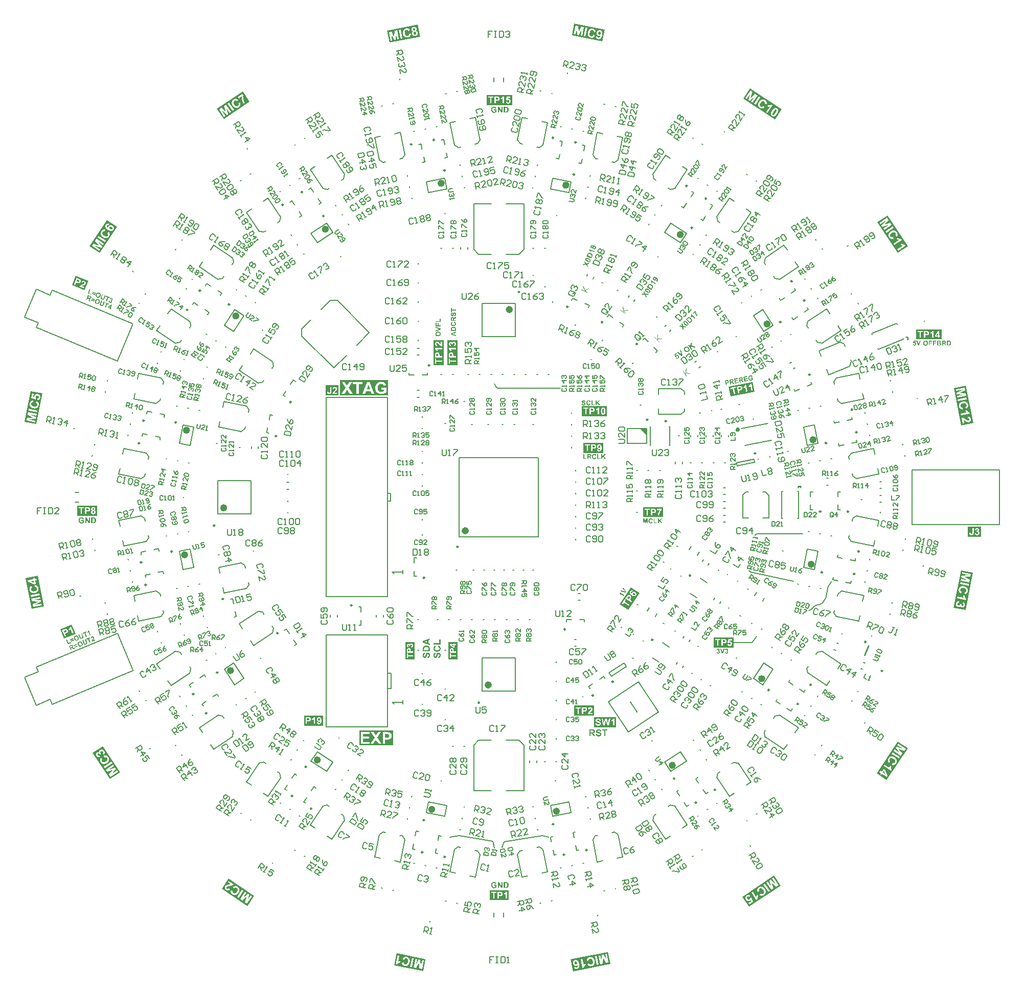
<source format=gto>
G04 Layer_Color=65535*
%FSLAX25Y25*%
%MOIN*%
G70*
G01*
G75*
%ADD99C,0.02500*%
%ADD102C,0.00800*%
%ADD135C,0.00600*%
%ADD136C,0.00984*%
%ADD137C,0.02362*%
%ADD138C,0.00787*%
%ADD139C,0.00500*%
%ADD140C,0.00700*%
%ADD141C,0.00400*%
G36*
X-68780Y-162000D02*
X-91000D01*
Y-152312D01*
X-68780D01*
Y-162000D01*
D02*
G37*
G36*
X-274395Y-97222D02*
X-276461Y-98078D01*
X-276678Y-97553D01*
X-274612Y-96697D01*
X-274395Y-97222D01*
D02*
G37*
G36*
X-272766Y-94092D02*
X-272661Y-94104D01*
X-272553Y-94124D01*
X-272445Y-94155D01*
X-272338Y-94195D01*
X-272332Y-94198D01*
X-272314Y-94205D01*
X-272282Y-94222D01*
X-272248Y-94243D01*
X-272201Y-94273D01*
X-272146Y-94310D01*
X-272087Y-94356D01*
X-272020Y-94408D01*
X-271951Y-94465D01*
X-271882Y-94536D01*
X-271809Y-94616D01*
X-271738Y-94702D01*
X-271667Y-94802D01*
X-271602Y-94910D01*
X-271538Y-95029D01*
X-271479Y-95159D01*
X-271475Y-95168D01*
X-271466Y-95189D01*
X-271455Y-95229D01*
X-271434Y-95281D01*
X-271417Y-95344D01*
X-271398Y-95416D01*
X-271377Y-95502D01*
X-271356Y-95589D01*
X-271340Y-95687D01*
X-271327Y-95792D01*
X-271322Y-95900D01*
X-271322Y-96009D01*
X-271327Y-96117D01*
X-271346Y-96229D01*
X-271370Y-96339D01*
X-271405Y-96449D01*
X-271407Y-96455D01*
X-271415Y-96473D01*
X-271427Y-96503D01*
X-271451Y-96543D01*
X-271477Y-96589D01*
X-271510Y-96642D01*
X-271551Y-96700D01*
X-271595Y-96763D01*
X-271652Y-96831D01*
X-271714Y-96897D01*
X-271785Y-96967D01*
X-271867Y-97035D01*
X-271954Y-97102D01*
X-272052Y-97167D01*
X-272158Y-97226D01*
X-272276Y-97280D01*
X-272284Y-97283D01*
X-272306Y-97292D01*
X-272341Y-97302D01*
X-272386Y-97315D01*
X-272443Y-97334D01*
X-272511Y-97352D01*
X-272589Y-97369D01*
X-272673Y-97384D01*
X-272767Y-97398D01*
X-272859Y-97406D01*
X-272962Y-97409D01*
X-273063Y-97406D01*
X-273171Y-97400D01*
X-273275Y-97379D01*
X-273381Y-97352D01*
X-273488Y-97312D01*
X-273494Y-97309D01*
X-273512Y-97302D01*
X-273539Y-97283D01*
X-273577Y-97264D01*
X-273625Y-97234D01*
X-273680Y-97197D01*
X-273738Y-97155D01*
X-273800Y-97101D01*
X-273868Y-97044D01*
X-273938Y-96973D01*
X-274009Y-96898D01*
X-274080Y-96812D01*
X-274150Y-96716D01*
X-274214Y-96608D01*
X-274278Y-96489D01*
X-274336Y-96363D01*
X-274338Y-96359D01*
X-274345Y-96341D01*
X-274354Y-96320D01*
X-274363Y-96284D01*
X-274379Y-96246D01*
X-274393Y-96201D01*
X-274410Y-96148D01*
X-274428Y-96091D01*
X-274461Y-95964D01*
X-274493Y-95828D01*
X-274511Y-95685D01*
X-274518Y-95548D01*
X-274520Y-95544D01*
X-274517Y-95538D01*
X-274514Y-95522D01*
X-274517Y-95503D01*
X-274509Y-95450D01*
X-274502Y-95382D01*
X-274490Y-95302D01*
X-274470Y-95218D01*
X-274444Y-95123D01*
X-274413Y-95030D01*
X-274410Y-95024D01*
X-274408Y-95017D01*
X-274395Y-94987D01*
X-274371Y-94937D01*
X-274340Y-94879D01*
X-274302Y-94814D01*
X-274258Y-94740D01*
X-274203Y-94668D01*
X-274140Y-94602D01*
X-274136Y-94600D01*
X-274129Y-94592D01*
X-274116Y-94576D01*
X-274096Y-94563D01*
X-274076Y-94540D01*
X-274049Y-94519D01*
X-274014Y-94494D01*
X-273981Y-94466D01*
X-273896Y-94406D01*
X-273798Y-94340D01*
X-273680Y-94276D01*
X-273554Y-94219D01*
X-273545Y-94215D01*
X-273524Y-94206D01*
X-273488Y-94196D01*
X-273445Y-94179D01*
X-273386Y-94164D01*
X-273319Y-94146D01*
X-273241Y-94129D01*
X-273157Y-94114D01*
X-273067Y-94102D01*
X-272971Y-94092D01*
X-272871Y-94091D01*
X-272766Y-94092D01*
D02*
G37*
G36*
X-268630Y-94069D02*
X-268628Y-94074D01*
X-268621Y-94091D01*
X-268609Y-94121D01*
X-268595Y-94155D01*
X-268577Y-94197D01*
X-268560Y-94250D01*
X-268537Y-94306D01*
X-268514Y-94361D01*
X-268471Y-94489D01*
X-268427Y-94620D01*
X-268408Y-94678D01*
X-268393Y-94736D01*
X-268381Y-94791D01*
X-268370Y-94842D01*
X-268368Y-94846D01*
X-268371Y-94852D01*
X-268365Y-94865D01*
X-268364Y-94880D01*
X-268359Y-94928D01*
X-268355Y-94986D01*
X-268356Y-95056D01*
X-268361Y-95128D01*
X-268373Y-95208D01*
X-268395Y-95287D01*
X-268396Y-95298D01*
X-268406Y-95322D01*
X-268425Y-95360D01*
X-268450Y-95410D01*
X-268485Y-95469D01*
X-268529Y-95533D01*
X-268579Y-95604D01*
X-268642Y-95670D01*
X-268646Y-95671D01*
X-268649Y-95677D01*
X-268660Y-95687D01*
X-268675Y-95698D01*
X-268693Y-95716D01*
X-268715Y-95735D01*
X-268746Y-95758D01*
X-268778Y-95776D01*
X-268852Y-95827D01*
X-268943Y-95884D01*
X-269051Y-95939D01*
X-269173Y-95994D01*
X-269177Y-95996D01*
X-269190Y-96001D01*
X-269211Y-96010D01*
X-269241Y-96023D01*
X-269281Y-96034D01*
X-269320Y-96050D01*
X-269368Y-96065D01*
X-269417Y-96081D01*
X-269523Y-96114D01*
X-269637Y-96142D01*
X-269754Y-96160D01*
X-269806Y-96167D01*
X-269856Y-96167D01*
X-269860Y-96169D01*
X-269866Y-96167D01*
X-269897Y-96165D01*
X-269949Y-96161D01*
X-270008Y-96150D01*
X-270080Y-96135D01*
X-270157Y-96117D01*
X-270234Y-96089D01*
X-270308Y-96055D01*
X-270316Y-96048D01*
X-270340Y-96038D01*
X-270375Y-96013D01*
X-270419Y-95980D01*
X-270464Y-95944D01*
X-270517Y-95901D01*
X-270563Y-95850D01*
X-270610Y-95795D01*
X-270612Y-95791D01*
X-270620Y-95784D01*
X-270625Y-95771D01*
X-270638Y-95751D01*
X-270653Y-95728D01*
X-270672Y-95695D01*
X-270692Y-95659D01*
X-270714Y-95618D01*
X-270744Y-95570D01*
X-270771Y-95516D01*
X-270800Y-95458D01*
X-270832Y-95392D01*
X-270867Y-95321D01*
X-270900Y-95240D01*
X-270940Y-95156D01*
X-270977Y-95067D01*
X-271631Y-93487D01*
X-271034Y-93240D01*
X-270369Y-94845D01*
X-270367Y-94849D01*
X-270362Y-94862D01*
X-270355Y-94879D01*
X-270344Y-94905D01*
X-270330Y-94939D01*
X-270316Y-94973D01*
X-270280Y-95048D01*
X-270245Y-95133D01*
X-270207Y-95213D01*
X-270186Y-95249D01*
X-270172Y-95283D01*
X-270157Y-95307D01*
X-270143Y-95331D01*
X-270139Y-95340D01*
X-270122Y-95357D01*
X-270095Y-95386D01*
X-270060Y-95422D01*
X-270019Y-95460D01*
X-269966Y-95493D01*
X-269906Y-95528D01*
X-269841Y-95551D01*
X-269831Y-95552D01*
X-269809Y-95558D01*
X-269767Y-95561D01*
X-269718Y-95560D01*
X-269649Y-95557D01*
X-269574Y-95545D01*
X-269492Y-95526D01*
X-269400Y-95494D01*
X-269396Y-95492D01*
X-269387Y-95488D01*
X-269374Y-95483D01*
X-269357Y-95476D01*
X-269317Y-95454D01*
X-269265Y-95422D01*
X-269206Y-95383D01*
X-269153Y-95341D01*
X-269100Y-95289D01*
X-269063Y-95234D01*
X-269060Y-95228D01*
X-269048Y-95208D01*
X-269036Y-95178D01*
X-269023Y-95137D01*
X-269013Y-95088D01*
X-269005Y-95035D01*
X-269003Y-94979D01*
X-269013Y-94918D01*
X-269017Y-94910D01*
X-269022Y-94887D01*
X-269033Y-94846D01*
X-269046Y-94792D01*
X-269060Y-94757D01*
X-269072Y-94717D01*
X-269089Y-94675D01*
X-269103Y-94630D01*
X-269124Y-94579D01*
X-269143Y-94522D01*
X-269167Y-94462D01*
X-269194Y-94398D01*
X-269873Y-92759D01*
X-269275Y-92511D01*
X-268630Y-94069D01*
D02*
G37*
G36*
X-274766Y-96326D02*
X-276832Y-97182D01*
X-277049Y-96657D01*
X-274984Y-95801D01*
X-274766Y-96326D01*
D02*
G37*
G36*
X-268772Y-88060D02*
X-269643Y-88420D01*
X-268626Y-90875D01*
X-269224Y-91122D01*
X-270240Y-88668D01*
X-271115Y-89030D01*
X-271322Y-88531D01*
X-268979Y-87560D01*
X-268772Y-88060D01*
D02*
G37*
G36*
X-271099Y-90264D02*
X-271098Y-90268D01*
X-271091Y-90285D01*
X-271078Y-90315D01*
X-271064Y-90349D01*
X-271046Y-90392D01*
X-271029Y-90445D01*
X-271006Y-90500D01*
X-270983Y-90556D01*
X-270941Y-90683D01*
X-270896Y-90815D01*
X-270878Y-90872D01*
X-270863Y-90931D01*
X-270850Y-90986D01*
X-270839Y-91036D01*
X-270838Y-91040D01*
X-270840Y-91047D01*
X-270835Y-91059D01*
X-270834Y-91074D01*
X-270829Y-91122D01*
X-270825Y-91180D01*
X-270826Y-91251D01*
X-270831Y-91323D01*
X-270843Y-91403D01*
X-270865Y-91482D01*
X-270866Y-91492D01*
X-270876Y-91516D01*
X-270895Y-91554D01*
X-270919Y-91604D01*
X-270954Y-91664D01*
X-270998Y-91727D01*
X-271049Y-91798D01*
X-271112Y-91864D01*
X-271116Y-91866D01*
X-271118Y-91872D01*
X-271129Y-91882D01*
X-271145Y-91893D01*
X-271163Y-91910D01*
X-271185Y-91929D01*
X-271215Y-91952D01*
X-271248Y-91970D01*
X-271322Y-92021D01*
X-271413Y-92079D01*
X-271520Y-92133D01*
X-271642Y-92189D01*
X-271646Y-92191D01*
X-271659Y-92196D01*
X-271681Y-92205D01*
X-271710Y-92217D01*
X-271751Y-92229D01*
X-271789Y-92245D01*
X-271838Y-92260D01*
X-271886Y-92275D01*
X-271992Y-92309D01*
X-272106Y-92336D01*
X-272224Y-92355D01*
X-272276Y-92361D01*
X-272326Y-92362D01*
X-272330Y-92364D01*
X-272336Y-92361D01*
X-272367Y-92359D01*
X-272418Y-92355D01*
X-272478Y-92345D01*
X-272549Y-92330D01*
X-272626Y-92312D01*
X-272703Y-92283D01*
X-272777Y-92249D01*
X-272785Y-92242D01*
X-272809Y-92232D01*
X-272845Y-92207D01*
X-272888Y-92175D01*
X-272933Y-92139D01*
X-272986Y-92095D01*
X-273032Y-92045D01*
X-273080Y-91989D01*
X-273082Y-91985D01*
X-273090Y-91978D01*
X-273095Y-91966D01*
X-273108Y-91946D01*
X-273123Y-91922D01*
X-273141Y-91890D01*
X-273162Y-91853D01*
X-273183Y-91812D01*
X-273213Y-91764D01*
X-273240Y-91711D01*
X-273270Y-91653D01*
X-273302Y-91586D01*
X-273336Y-91515D01*
X-273370Y-91434D01*
X-273410Y-91351D01*
X-273447Y-91261D01*
X-274101Y-89682D01*
X-273503Y-89434D01*
X-272838Y-91039D01*
X-272837Y-91044D01*
X-272831Y-91056D01*
X-272824Y-91073D01*
X-272814Y-91099D01*
X-272800Y-91133D01*
X-272785Y-91167D01*
X-272749Y-91242D01*
X-272714Y-91328D01*
X-272676Y-91407D01*
X-272656Y-91444D01*
X-272642Y-91478D01*
X-272627Y-91502D01*
X-272612Y-91526D01*
X-272608Y-91534D01*
X-272591Y-91552D01*
X-272564Y-91581D01*
X-272530Y-91616D01*
X-272489Y-91654D01*
X-272435Y-91687D01*
X-272375Y-91723D01*
X-272311Y-91746D01*
X-272301Y-91746D01*
X-272278Y-91752D01*
X-272237Y-91755D01*
X-272187Y-91755D01*
X-272119Y-91751D01*
X-272043Y-91740D01*
X-271961Y-91721D01*
X-271870Y-91688D01*
X-271865Y-91686D01*
X-271857Y-91683D01*
X-271844Y-91677D01*
X-271827Y-91670D01*
X-271786Y-91648D01*
X-271734Y-91617D01*
X-271675Y-91578D01*
X-271623Y-91536D01*
X-271569Y-91484D01*
X-271532Y-91428D01*
X-271530Y-91422D01*
X-271518Y-91402D01*
X-271505Y-91372D01*
X-271492Y-91332D01*
X-271482Y-91283D01*
X-271475Y-91229D01*
X-271473Y-91173D01*
X-271483Y-91113D01*
X-271486Y-91104D01*
X-271491Y-91081D01*
X-271503Y-91041D01*
X-271515Y-90986D01*
X-271529Y-90952D01*
X-271541Y-90912D01*
X-271559Y-90869D01*
X-271572Y-90825D01*
X-271593Y-90773D01*
X-271612Y-90716D01*
X-271637Y-90657D01*
X-271663Y-90592D01*
X-272342Y-88953D01*
X-271745Y-88706D01*
X-271099Y-90264D01*
D02*
G37*
G36*
X314390Y-25784D02*
X305800D01*
Y-19190D01*
X314390D01*
Y-25784D01*
D02*
G37*
G36*
X-278238Y-96324D02*
X-278207Y-96326D01*
X-278159Y-96331D01*
X-278098Y-96336D01*
X-278024Y-96355D01*
X-277949Y-96379D01*
X-277869Y-96416D01*
X-277788Y-96468D01*
X-277786Y-96472D01*
X-277780Y-96474D01*
X-277766Y-96484D01*
X-277752Y-96493D01*
X-277713Y-96527D01*
X-277665Y-96572D01*
X-277615Y-96631D01*
X-277562Y-96699D01*
X-277508Y-96782D01*
X-277465Y-96874D01*
X-277463Y-96878D01*
X-277459Y-96886D01*
X-277450Y-96908D01*
X-277446Y-96931D01*
X-277433Y-96961D01*
X-277425Y-96992D01*
X-277411Y-97076D01*
X-277395Y-97175D01*
X-277392Y-97279D01*
X-277404Y-97394D01*
X-277416Y-97449D01*
X-277433Y-97506D01*
X-277435Y-97512D01*
X-277438Y-97518D01*
X-277445Y-97536D01*
X-277457Y-97556D01*
X-277467Y-97580D01*
X-277484Y-97612D01*
X-277505Y-97645D01*
X-277530Y-97681D01*
X-277558Y-97723D01*
X-277596Y-97763D01*
X-277634Y-97804D01*
X-277677Y-97847D01*
X-277728Y-97893D01*
X-277780Y-97935D01*
X-277837Y-97978D01*
X-277905Y-98021D01*
X-277900Y-98019D01*
X-277894Y-98022D01*
X-277861Y-98028D01*
X-277818Y-98035D01*
X-277763Y-98048D01*
X-277696Y-98065D01*
X-277629Y-98082D01*
X-277554Y-98106D01*
X-277486Y-98138D01*
X-277480Y-98140D01*
X-277450Y-98153D01*
X-277410Y-98176D01*
X-277350Y-98212D01*
X-277273Y-98254D01*
X-277229Y-98286D01*
X-277182Y-98317D01*
X-277128Y-98350D01*
X-277073Y-98387D01*
X-277010Y-98431D01*
X-276947Y-98474D01*
X-276345Y-98900D01*
X-277062Y-99197D01*
X-277754Y-98734D01*
X-277760Y-98731D01*
X-277770Y-98720D01*
X-277790Y-98709D01*
X-277816Y-98694D01*
X-277843Y-98676D01*
X-277879Y-98650D01*
X-277954Y-98602D01*
X-278041Y-98548D01*
X-278121Y-98501D01*
X-278194Y-98456D01*
X-278224Y-98444D01*
X-278250Y-98429D01*
X-278256Y-98427D01*
X-278269Y-98422D01*
X-278293Y-98412D01*
X-278323Y-98399D01*
X-278360Y-98395D01*
X-278398Y-98386D01*
X-278440Y-98383D01*
X-278481Y-98380D01*
X-278485Y-98382D01*
X-278500Y-98383D01*
X-278525Y-98383D01*
X-278561Y-98393D01*
X-278607Y-98402D01*
X-278660Y-98419D01*
X-278721Y-98439D01*
X-278794Y-98469D01*
X-278913Y-98519D01*
X-278402Y-99752D01*
X-279000Y-100000D01*
X-280223Y-97046D01*
X-278969Y-96526D01*
X-278964Y-96525D01*
X-278947Y-96518D01*
X-278922Y-96507D01*
X-278892Y-96495D01*
X-278852Y-96483D01*
X-278805Y-96464D01*
X-278756Y-96448D01*
X-278700Y-96425D01*
X-278584Y-96392D01*
X-278464Y-96357D01*
X-278348Y-96334D01*
X-278296Y-96328D01*
X-278248Y-96323D01*
X-278243Y-96321D01*
X-278238Y-96324D01*
D02*
G37*
G36*
X-266048Y-89807D02*
X-266616Y-90042D01*
X-267501Y-87903D01*
X-267504Y-87910D01*
X-267509Y-87922D01*
X-267521Y-87941D01*
X-267538Y-87973D01*
X-267557Y-88011D01*
X-267580Y-88051D01*
X-267611Y-88099D01*
X-267643Y-88152D01*
X-267681Y-88208D01*
X-267722Y-88265D01*
X-267766Y-88328D01*
X-267816Y-88389D01*
X-267926Y-88509D01*
X-268055Y-88633D01*
X-268267Y-88120D01*
X-268263Y-88119D01*
X-268260Y-88113D01*
X-268249Y-88103D01*
X-268234Y-88092D01*
X-268200Y-88053D01*
X-268151Y-88002D01*
X-268092Y-87938D01*
X-268031Y-87858D01*
X-267966Y-87761D01*
X-267900Y-87653D01*
X-267898Y-87647D01*
X-267891Y-87640D01*
X-267883Y-87621D01*
X-267873Y-87597D01*
X-267844Y-87535D01*
X-267816Y-87458D01*
X-267784Y-87366D01*
X-267760Y-87255D01*
X-267742Y-87143D01*
X-267740Y-87027D01*
X-267279Y-86836D01*
X-266048Y-89807D01*
D02*
G37*
G36*
X69180Y305241D02*
X67623Y297414D01*
X47712Y301374D01*
X49269Y309202D01*
X69180Y305241D01*
D02*
G37*
G36*
X-254062Y126273D02*
X-254269Y125774D01*
X-255140Y126134D01*
X-256157Y123680D01*
X-256754Y123928D01*
X-255738Y126382D01*
X-256613Y126744D01*
X-256406Y127244D01*
X-254062Y126273D01*
D02*
G37*
G36*
X-263562Y128233D02*
X-263779Y127708D01*
X-265845Y128563D01*
X-265628Y129088D01*
X-263562Y128233D01*
D02*
G37*
G36*
X-261688Y129377D02*
X-261657Y129379D01*
X-261624Y129375D01*
X-261582Y129368D01*
X-261538Y129365D01*
X-261435Y129347D01*
X-261320Y129324D01*
X-261191Y129286D01*
X-261061Y129237D01*
X-261052Y129233D01*
X-261031Y129225D01*
X-260999Y129206D01*
X-260956Y129189D01*
X-260904Y129157D01*
X-260843Y129122D01*
X-260776Y129079D01*
X-260706Y129030D01*
X-260634Y128975D01*
X-260559Y128914D01*
X-260488Y128845D01*
X-260415Y128769D01*
X-260349Y128687D01*
X-260286Y128596D01*
X-260232Y128498D01*
X-260185Y128394D01*
X-260182Y128388D01*
X-260175Y128370D01*
X-260164Y128335D01*
X-260155Y128297D01*
X-260143Y128242D01*
X-260130Y128176D01*
X-260121Y128102D01*
X-260110Y128018D01*
X-260102Y127930D01*
X-260103Y127830D01*
X-260108Y127722D01*
X-260119Y127612D01*
X-260139Y127490D01*
X-260170Y127368D01*
X-260208Y127239D01*
X-260259Y127104D01*
X-260262Y127096D01*
X-260271Y127075D01*
X-260291Y127038D01*
X-260313Y126987D01*
X-260346Y126931D01*
X-260383Y126866D01*
X-260429Y126790D01*
X-260476Y126714D01*
X-260534Y126633D01*
X-260598Y126550D01*
X-260672Y126470D01*
X-260749Y126392D01*
X-260829Y126320D01*
X-260921Y126254D01*
X-261016Y126193D01*
X-261118Y126140D01*
X-261124Y126138D01*
X-261142Y126130D01*
X-261173Y126118D01*
X-261217Y126106D01*
X-261268Y126092D01*
X-261329Y126078D01*
X-261399Y126067D01*
X-261475Y126053D01*
X-261563Y126044D01*
X-261654Y126042D01*
X-261754Y126043D01*
X-261860Y126052D01*
X-261969Y126067D01*
X-262084Y126090D01*
X-262200Y126123D01*
X-262322Y126169D01*
X-262330Y126172D01*
X-262352Y126181D01*
X-262384Y126199D01*
X-262425Y126222D01*
X-262479Y126249D01*
X-262539Y126284D01*
X-262606Y126327D01*
X-262676Y126376D01*
X-262753Y126432D01*
X-262823Y126491D01*
X-262899Y126563D01*
X-262968Y126637D01*
X-263040Y126716D01*
X-263098Y126805D01*
X-263155Y126899D01*
X-263201Y127003D01*
X-263204Y127009D01*
X-263211Y127027D01*
X-263218Y127060D01*
X-263231Y127101D01*
X-263243Y127155D01*
X-263256Y127221D01*
X-263267Y127290D01*
X-263273Y127373D01*
X-263281Y127461D01*
X-263280Y127561D01*
X-263277Y127665D01*
X-263266Y127775D01*
X-263248Y127893D01*
X-263217Y128015D01*
X-263179Y128144D01*
X-263130Y128274D01*
X-263128Y128278D01*
X-263121Y128295D01*
X-263112Y128316D01*
X-263094Y128349D01*
X-263078Y128387D01*
X-263056Y128428D01*
X-263031Y128478D01*
X-263003Y128531D01*
X-262937Y128644D01*
X-262862Y128763D01*
X-262775Y128877D01*
X-262683Y128979D01*
X-262681Y128983D01*
X-262675Y128986D01*
X-262661Y128995D01*
X-262650Y129010D01*
X-262607Y129042D01*
X-262554Y129085D01*
X-262489Y129133D01*
X-262415Y129178D01*
X-262330Y129227D01*
X-262242Y129271D01*
X-262236Y129274D01*
X-262230Y129276D01*
X-262200Y129289D01*
X-262147Y129307D01*
X-262084Y129326D01*
X-262011Y129346D01*
X-261928Y129366D01*
X-261837Y129378D01*
X-261746Y129381D01*
X-261742Y129379D01*
X-261732Y129380D01*
X-261711Y129381D01*
X-261688Y129377D01*
D02*
G37*
G36*
X-263191Y129129D02*
X-263408Y128604D01*
X-265474Y129460D01*
X-265257Y129985D01*
X-263191Y129129D01*
D02*
G37*
G36*
X-72314Y66356D02*
X-103500D01*
Y76333D01*
X-72314D01*
Y66356D01*
D02*
G37*
G36*
X-266302Y-91865D02*
X-267173Y-92226D01*
X-266157Y-94680D01*
X-266754Y-94928D01*
X-267771Y-92473D01*
X-268646Y-92836D01*
X-268853Y-92336D01*
X-266509Y-91366D01*
X-266302Y-91865D01*
D02*
G37*
G36*
X-264696Y-90745D02*
X-264633Y-90753D01*
X-264561Y-90769D01*
X-264497Y-90792D01*
X-264491Y-90795D01*
X-264480Y-90795D01*
X-264465Y-90809D01*
X-264440Y-90819D01*
X-264410Y-90831D01*
X-264377Y-90852D01*
X-264343Y-90873D01*
X-264301Y-90901D01*
X-264223Y-90969D01*
X-264140Y-91049D01*
X-264100Y-91098D01*
X-264067Y-91154D01*
X-264032Y-91215D01*
X-264001Y-91277D01*
X-263997Y-91285D01*
X-263987Y-91311D01*
X-263975Y-91351D01*
X-263960Y-91400D01*
X-263944Y-91463D01*
X-263930Y-91532D01*
X-263919Y-91608D01*
X-263916Y-91687D01*
X-263917Y-91697D01*
X-263916Y-91722D01*
X-263918Y-91767D01*
X-263924Y-91825D01*
X-263931Y-91893D01*
X-263943Y-91973D01*
X-263961Y-92061D01*
X-263987Y-92156D01*
X-263989Y-92162D01*
X-263997Y-92190D01*
X-264011Y-92231D01*
X-264031Y-92290D01*
X-264061Y-92362D01*
X-264097Y-92457D01*
X-264144Y-92561D01*
X-264201Y-92690D01*
X-264203Y-92696D01*
X-264210Y-92704D01*
X-264217Y-92722D01*
X-264227Y-92746D01*
X-264257Y-92808D01*
X-264291Y-92882D01*
X-264323Y-92961D01*
X-264356Y-93039D01*
X-264388Y-93107D01*
X-264396Y-93136D01*
X-264406Y-93160D01*
X-264408Y-93166D01*
X-264413Y-93178D01*
X-264419Y-93200D01*
X-264427Y-93229D01*
X-264446Y-93292D01*
X-264458Y-93361D01*
X-263331Y-92895D01*
X-263113Y-93419D01*
X-265098Y-94242D01*
X-265100Y-94237D01*
X-265103Y-94229D01*
X-265106Y-94210D01*
X-265111Y-94187D01*
X-265117Y-94160D01*
X-265125Y-94128D01*
X-265140Y-94044D01*
X-265150Y-93948D01*
X-265154Y-93840D01*
X-265154Y-93720D01*
X-265139Y-93599D01*
X-265141Y-93594D01*
X-265136Y-93582D01*
X-265135Y-93562D01*
X-265125Y-93538D01*
X-265120Y-93501D01*
X-265107Y-93460D01*
X-265093Y-93409D01*
X-265076Y-93353D01*
X-265059Y-93285D01*
X-265033Y-93215D01*
X-265007Y-93134D01*
X-264974Y-93045D01*
X-264936Y-92954D01*
X-264894Y-92852D01*
X-264849Y-92743D01*
X-264797Y-92627D01*
X-264794Y-92621D01*
X-264787Y-92602D01*
X-264777Y-92578D01*
X-264762Y-92542D01*
X-264738Y-92502D01*
X-264718Y-92454D01*
X-264673Y-92345D01*
X-264630Y-92233D01*
X-264587Y-92120D01*
X-264567Y-92071D01*
X-264549Y-92019D01*
X-264535Y-91978D01*
X-264529Y-91946D01*
X-264528Y-91935D01*
X-264524Y-91909D01*
X-264517Y-91866D01*
X-264515Y-91810D01*
X-264515Y-91750D01*
X-264518Y-91681D01*
X-264530Y-91616D01*
X-264553Y-91550D01*
X-264554Y-91546D01*
X-264556Y-91542D01*
X-264565Y-91521D01*
X-264585Y-91484D01*
X-264611Y-91445D01*
X-264644Y-91403D01*
X-264680Y-91363D01*
X-264725Y-91327D01*
X-264777Y-91298D01*
X-264783Y-91296D01*
X-264801Y-91288D01*
X-264834Y-91282D01*
X-264871Y-91277D01*
X-264921Y-91278D01*
X-264975Y-91280D01*
X-265035Y-91290D01*
X-265101Y-91312D01*
X-265110Y-91316D01*
X-265131Y-91325D01*
X-265163Y-91343D01*
X-265198Y-91368D01*
X-265240Y-91400D01*
X-265278Y-91441D01*
X-265314Y-91486D01*
X-265343Y-91538D01*
X-265346Y-91544D01*
X-265351Y-91566D01*
X-265358Y-91599D01*
X-265359Y-91644D01*
X-265361Y-91700D01*
X-265351Y-91771D01*
X-265338Y-91851D01*
X-265312Y-91940D01*
X-265898Y-92118D01*
X-265900Y-92113D01*
X-265902Y-92094D01*
X-265911Y-92073D01*
X-265917Y-92036D01*
X-265929Y-91995D01*
X-265933Y-91947D01*
X-265940Y-91895D01*
X-265950Y-91834D01*
X-265952Y-91710D01*
X-265947Y-91578D01*
X-265935Y-91508D01*
X-265918Y-91441D01*
X-265893Y-91381D01*
X-265864Y-91318D01*
X-265861Y-91312D01*
X-265855Y-91305D01*
X-265845Y-91291D01*
X-265831Y-91265D01*
X-265811Y-91241D01*
X-265784Y-91210D01*
X-265758Y-91175D01*
X-265723Y-91140D01*
X-265685Y-91099D01*
X-265640Y-91061D01*
X-265544Y-90981D01*
X-265420Y-90905D01*
X-265354Y-90872D01*
X-265283Y-90838D01*
X-265279Y-90836D01*
X-265262Y-90829D01*
X-265240Y-90820D01*
X-265209Y-90812D01*
X-265168Y-90800D01*
X-265124Y-90787D01*
X-265073Y-90776D01*
X-265019Y-90763D01*
X-264895Y-90747D01*
X-264767Y-90744D01*
X-264696Y-90745D01*
D02*
G37*
G36*
X-258587Y128147D02*
X-259252Y126542D01*
X-259253Y126538D01*
X-259259Y126525D01*
X-259266Y126508D01*
X-259276Y126482D01*
X-259291Y126448D01*
X-259305Y126414D01*
X-259332Y126336D01*
X-259368Y126250D01*
X-259397Y126167D01*
X-259408Y126127D01*
X-259423Y126093D01*
X-259429Y126066D01*
X-259435Y126038D01*
X-259439Y126030D01*
X-259439Y126005D01*
X-259440Y125965D01*
X-259441Y125916D01*
X-259439Y125860D01*
X-259424Y125799D01*
X-259407Y125732D01*
X-259378Y125670D01*
X-259371Y125662D01*
X-259360Y125642D01*
X-259332Y125611D01*
X-259297Y125576D01*
X-259246Y125530D01*
X-259185Y125484D01*
X-259113Y125440D01*
X-259025Y125398D01*
X-259021Y125397D01*
X-259013Y125393D01*
X-259000Y125388D01*
X-258983Y125381D01*
X-258938Y125367D01*
X-258879Y125353D01*
X-258810Y125339D01*
X-258743Y125331D01*
X-258668Y125331D01*
X-258603Y125344D01*
X-258597Y125346D01*
X-258575Y125352D01*
X-258544Y125364D01*
X-258506Y125383D01*
X-258465Y125411D01*
X-258422Y125443D01*
X-258381Y125481D01*
X-258345Y125532D01*
X-258342Y125540D01*
X-258328Y125560D01*
X-258308Y125596D01*
X-258278Y125644D01*
X-258264Y125678D01*
X-258244Y125715D01*
X-258226Y125758D01*
X-258205Y125798D01*
X-258183Y125850D01*
X-258156Y125903D01*
X-258131Y125963D01*
X-258105Y126027D01*
X-257426Y127666D01*
X-256828Y127419D01*
X-257474Y125861D01*
X-257475Y125857D01*
X-257483Y125839D01*
X-257495Y125810D01*
X-257509Y125776D01*
X-257527Y125733D01*
X-257552Y125683D01*
X-257575Y125628D01*
X-257598Y125572D01*
X-257658Y125452D01*
X-257719Y125328D01*
X-257747Y125274D01*
X-257778Y125222D01*
X-257808Y125174D01*
X-257836Y125131D01*
X-257838Y125127D01*
X-257844Y125124D01*
X-257849Y125111D01*
X-257859Y125100D01*
X-257889Y125063D01*
X-257927Y125019D01*
X-257978Y124969D01*
X-258032Y124922D01*
X-258097Y124874D01*
X-258169Y124834D01*
X-258177Y124827D01*
X-258201Y124817D01*
X-258242Y124804D01*
X-258294Y124785D01*
X-258361Y124768D01*
X-258437Y124755D01*
X-258523Y124740D01*
X-258614Y124738D01*
X-258618Y124740D01*
X-258624Y124737D01*
X-258639Y124738D01*
X-258658Y124741D01*
X-258682Y124741D01*
X-258712Y124743D01*
X-258749Y124749D01*
X-258785Y124759D01*
X-258873Y124775D01*
X-258979Y124799D01*
X-259093Y124836D01*
X-259219Y124883D01*
X-259223Y124885D01*
X-259236Y124890D01*
X-259257Y124899D01*
X-259287Y124912D01*
X-259324Y124932D01*
X-259362Y124948D01*
X-259407Y124971D01*
X-259452Y124995D01*
X-259551Y125046D01*
X-259651Y125108D01*
X-259747Y125177D01*
X-259789Y125209D01*
X-259824Y125244D01*
X-259828Y125246D01*
X-259831Y125252D01*
X-259851Y125276D01*
X-259885Y125314D01*
X-259920Y125364D01*
X-259959Y125425D01*
X-260001Y125493D01*
X-260036Y125567D01*
X-260064Y125644D01*
X-260065Y125654D01*
X-260075Y125678D01*
X-260082Y125721D01*
X-260090Y125774D01*
X-260096Y125832D01*
X-260103Y125900D01*
X-260099Y125968D01*
X-260094Y126041D01*
X-260092Y126046D01*
X-260093Y126056D01*
X-260088Y126069D01*
X-260083Y126092D01*
X-260077Y126119D01*
X-260067Y126155D01*
X-260055Y126195D01*
X-260042Y126240D01*
X-260029Y126294D01*
X-260011Y126352D01*
X-259990Y126413D01*
X-259966Y126483D01*
X-259940Y126558D01*
X-259907Y126639D01*
X-259876Y126726D01*
X-259839Y126815D01*
X-259184Y128395D01*
X-258587Y128147D01*
D02*
G37*
G36*
X-252136Y125490D02*
X-252914Y123612D01*
X-252547Y123460D01*
X-252752Y122965D01*
X-253119Y123117D01*
X-253365Y122524D01*
X-253911Y122750D01*
X-253666Y123343D01*
X-254878Y123846D01*
X-254675Y124336D01*
X-252614Y125688D01*
X-252136Y125490D01*
D02*
G37*
G36*
X-104455Y66416D02*
X-113000D01*
Y73010D01*
X-104455D01*
Y66416D01*
D02*
G37*
G36*
X-28000Y107509D02*
X-28725Y107231D01*
Y105947D01*
X-28000Y105684D01*
Y105000D01*
X-31197Y106238D01*
Y106922D01*
X-28000Y108206D01*
Y107509D01*
D02*
G37*
G36*
X-38000Y114332D02*
X-41174D01*
Y114979D01*
X-38541D01*
Y116587D01*
X-38000D01*
Y114332D01*
D02*
G37*
G36*
X-29465Y111223D02*
X-29428D01*
X-29381Y111219D01*
X-29331Y111214D01*
X-29224Y111205D01*
X-29113Y111186D01*
X-28998Y111159D01*
X-28887Y111126D01*
X-28882D01*
X-28873Y111121D01*
X-28855Y111112D01*
X-28827Y111103D01*
X-28799Y111094D01*
X-28767Y111075D01*
X-28684Y111038D01*
X-28596Y110992D01*
X-28499Y110932D01*
X-28407Y110863D01*
X-28319Y110784D01*
X-28310Y110775D01*
X-28291Y110752D01*
X-28263Y110715D01*
X-28226Y110664D01*
X-28185Y110599D01*
X-28143Y110526D01*
X-28102Y110433D01*
X-28065Y110331D01*
Y110327D01*
X-28060Y110322D01*
Y110308D01*
X-28055Y110294D01*
X-28046Y110244D01*
X-28032Y110179D01*
X-28019Y110100D01*
X-28009Y110003D01*
X-28005Y109888D01*
X-28000Y109763D01*
Y108553D01*
X-31197D01*
Y109726D01*
Y109731D01*
Y109745D01*
Y109763D01*
Y109791D01*
Y109828D01*
X-31192Y109865D01*
X-31188Y109953D01*
X-31183Y110050D01*
X-31169Y110151D01*
X-31155Y110248D01*
X-31132Y110336D01*
Y110341D01*
X-31128Y110350D01*
X-31123Y110364D01*
X-31119Y110382D01*
X-31095Y110438D01*
X-31063Y110502D01*
X-31021Y110576D01*
X-30971Y110660D01*
X-30911Y110738D01*
X-30837Y110817D01*
Y110821D01*
X-30827Y110826D01*
X-30800Y110849D01*
X-30753Y110886D01*
X-30694Y110927D01*
X-30619Y110978D01*
X-30532Y111029D01*
X-30430Y111080D01*
X-30319Y111121D01*
X-30315D01*
X-30305Y111126D01*
X-30287Y111131D01*
X-30264Y111140D01*
X-30236Y111145D01*
X-30199Y111154D01*
X-30158Y111163D01*
X-30111Y111177D01*
X-30060Y111186D01*
X-30000Y111195D01*
X-29940Y111205D01*
X-29871Y111209D01*
X-29728Y111223D01*
X-29566Y111228D01*
X-29502D01*
X-29465Y111223D01*
D02*
G37*
G36*
X-28956Y114439D02*
X-28929Y114429D01*
X-28892Y114416D01*
X-28850Y114397D01*
X-28799Y114379D01*
X-28744Y114356D01*
X-28684Y114328D01*
X-28559Y114263D01*
X-28430Y114180D01*
X-28305Y114078D01*
X-28249Y114023D01*
X-28199Y113963D01*
X-28194Y113958D01*
X-28189Y113949D01*
X-28176Y113930D01*
X-28157Y113903D01*
X-28139Y113870D01*
X-28120Y113829D01*
X-28097Y113783D01*
X-28074Y113732D01*
X-28046Y113672D01*
X-28023Y113607D01*
X-28005Y113538D01*
X-27986Y113464D01*
X-27968Y113385D01*
X-27954Y113297D01*
X-27949Y113210D01*
X-27945Y113113D01*
Y113103D01*
Y113085D01*
X-27949Y113053D01*
X-27954Y113006D01*
X-27958Y112956D01*
X-27968Y112891D01*
X-27981Y112822D01*
X-28000Y112743D01*
X-28023Y112665D01*
X-28051Y112581D01*
X-28088Y112494D01*
X-28129Y112406D01*
X-28176Y112318D01*
X-28236Y112230D01*
X-28300Y112147D01*
X-28379Y112069D01*
X-28383Y112064D01*
X-28397Y112050D01*
X-28425Y112032D01*
X-28457Y112004D01*
X-28504Y111976D01*
X-28554Y111939D01*
X-28619Y111902D01*
X-28693Y111865D01*
X-28771Y111828D01*
X-28859Y111791D01*
X-28961Y111754D01*
X-29067Y111727D01*
X-29178Y111699D01*
X-29303Y111680D01*
X-29432Y111667D01*
X-29571Y111662D01*
X-29608D01*
X-29649Y111667D01*
X-29705D01*
X-29770Y111676D01*
X-29848Y111685D01*
X-29931Y111694D01*
X-30028Y111713D01*
X-30125Y111736D01*
X-30227Y111764D01*
X-30329Y111796D01*
X-30435Y111838D01*
X-30536Y111884D01*
X-30633Y111939D01*
X-30726Y111999D01*
X-30814Y112073D01*
X-30818Y112078D01*
X-30832Y112092D01*
X-30855Y112115D01*
X-30883Y112147D01*
X-30915Y112189D01*
X-30952Y112240D01*
X-30994Y112295D01*
X-31035Y112364D01*
X-31077Y112438D01*
X-31119Y112517D01*
X-31155Y112609D01*
X-31188Y112701D01*
X-31216Y112808D01*
X-31239Y112914D01*
X-31253Y113034D01*
X-31257Y113154D01*
Y113159D01*
Y113182D01*
Y113210D01*
X-31253Y113251D01*
X-31248Y113302D01*
X-31239Y113358D01*
X-31229Y113422D01*
X-31216Y113492D01*
X-31197Y113566D01*
X-31174Y113644D01*
X-31146Y113723D01*
X-31109Y113806D01*
X-31072Y113884D01*
X-31026Y113958D01*
X-30971Y114037D01*
X-30911Y114106D01*
Y114111D01*
X-30901Y114115D01*
X-30887Y114129D01*
X-30874Y114143D01*
X-30850Y114162D01*
X-30823Y114180D01*
X-30758Y114231D01*
X-30675Y114282D01*
X-30573Y114337D01*
X-30458Y114388D01*
X-30324Y114434D01*
X-30171Y113796D01*
X-30176D01*
X-30181Y113792D01*
X-30195D01*
X-30213Y113783D01*
X-30255Y113769D01*
X-30310Y113746D01*
X-30375Y113713D01*
X-30439Y113672D01*
X-30504Y113616D01*
X-30560Y113556D01*
X-30564Y113547D01*
X-30583Y113524D01*
X-30606Y113487D01*
X-30633Y113436D01*
X-30661Y113371D01*
X-30684Y113297D01*
X-30703Y113214D01*
X-30707Y113122D01*
Y113117D01*
Y113108D01*
Y113090D01*
X-30703Y113062D01*
X-30698Y113034D01*
X-30694Y112997D01*
X-30675Y112919D01*
X-30643Y112826D01*
X-30596Y112729D01*
X-30569Y112678D01*
X-30536Y112632D01*
X-30495Y112586D01*
X-30449Y112545D01*
X-30444D01*
X-30435Y112535D01*
X-30421Y112526D01*
X-30398Y112512D01*
X-30370Y112494D01*
X-30338Y112475D01*
X-30296Y112457D01*
X-30250Y112438D01*
X-30195Y112415D01*
X-30134Y112397D01*
X-30065Y112378D01*
X-29991Y112360D01*
X-29908Y112346D01*
X-29820Y112337D01*
X-29723Y112332D01*
X-29617Y112327D01*
X-29557D01*
X-29520Y112332D01*
X-29469D01*
X-29409Y112341D01*
X-29349Y112346D01*
X-29280Y112355D01*
X-29136Y112383D01*
X-28993Y112420D01*
X-28924Y112443D01*
X-28859Y112475D01*
X-28799Y112507D01*
X-28748Y112545D01*
X-28744Y112549D01*
X-28739Y112554D01*
X-28725Y112568D01*
X-28707Y112586D01*
X-28670Y112632D01*
X-28624Y112697D01*
X-28573Y112776D01*
X-28536Y112873D01*
X-28504Y112983D01*
X-28499Y113043D01*
X-28494Y113108D01*
Y113113D01*
Y113117D01*
Y113131D01*
X-28499Y113150D01*
X-28504Y113200D01*
X-28513Y113261D01*
X-28536Y113325D01*
X-28564Y113399D01*
X-28601Y113473D01*
X-28656Y113547D01*
X-28665Y113556D01*
X-28688Y113579D01*
X-28725Y113612D01*
X-28781Y113649D01*
X-28855Y113695D01*
X-28942Y113736D01*
X-29049Y113778D01*
X-29173Y113815D01*
X-28979Y114443D01*
X-28975D01*
X-28956Y114439D01*
D02*
G37*
G36*
X-27000Y-106000D02*
X-32857D01*
Y-94398D01*
X-27000D01*
Y-106000D01*
D02*
G37*
G36*
X-39520Y108095D02*
X-39465D01*
X-39400Y108086D01*
X-39326Y108077D01*
X-39238Y108063D01*
X-39150Y108049D01*
X-39053Y108026D01*
X-38952Y107998D01*
X-38850Y107961D01*
X-38748Y107920D01*
X-38651Y107874D01*
X-38554Y107814D01*
X-38462Y107749D01*
X-38374Y107675D01*
X-38370Y107670D01*
X-38356Y107657D01*
X-38333Y107633D01*
X-38305Y107596D01*
X-38273Y107555D01*
X-38236Y107504D01*
X-38199Y107444D01*
X-38157Y107379D01*
X-38116Y107301D01*
X-38078Y107218D01*
X-38042Y107125D01*
X-38009Y107024D01*
X-37982Y106917D01*
X-37958Y106802D01*
X-37945Y106682D01*
X-37940Y106552D01*
Y106543D01*
Y106520D01*
X-37945Y106483D01*
X-37949Y106437D01*
X-37954Y106377D01*
X-37963Y106307D01*
X-37977Y106229D01*
X-37995Y106146D01*
X-38019Y106053D01*
X-38046Y105966D01*
X-38083Y105869D01*
X-38125Y105776D01*
X-38171Y105679D01*
X-38231Y105591D01*
X-38296Y105504D01*
X-38374Y105420D01*
X-38379Y105416D01*
X-38393Y105402D01*
X-38420Y105384D01*
X-38453Y105356D01*
X-38499Y105323D01*
X-38554Y105286D01*
X-38614Y105250D01*
X-38688Y105212D01*
X-38767Y105171D01*
X-38859Y105134D01*
X-38956Y105097D01*
X-39063Y105065D01*
X-39178Y105037D01*
X-39303Y105018D01*
X-39437Y105005D01*
X-39575Y105000D01*
X-39622D01*
X-39659Y105005D01*
X-39700D01*
X-39746Y105009D01*
X-39802Y105014D01*
X-39862Y105018D01*
X-39991Y105037D01*
X-40130Y105060D01*
X-40268Y105097D01*
X-40398Y105143D01*
X-40402D01*
X-40407Y105148D01*
X-40421Y105157D01*
X-40439Y105162D01*
X-40486Y105189D01*
X-40546Y105222D01*
X-40615Y105263D01*
X-40684Y105314D01*
X-40763Y105374D01*
X-40837Y105439D01*
X-40841Y105444D01*
X-40846Y105448D01*
X-40869Y105471D01*
X-40906Y105513D01*
X-40948Y105564D01*
X-40994Y105624D01*
X-41045Y105693D01*
X-41091Y105772D01*
X-41128Y105855D01*
Y105859D01*
X-41132Y105869D01*
X-41142Y105887D01*
X-41146Y105910D01*
X-41160Y105938D01*
X-41169Y105970D01*
X-41179Y106012D01*
X-41192Y106053D01*
X-41216Y106155D01*
X-41239Y106271D01*
X-41252Y106404D01*
X-41257Y106543D01*
Y106552D01*
Y106575D01*
X-41252Y106612D01*
Y106659D01*
X-41243Y106719D01*
X-41234Y106788D01*
X-41220Y106867D01*
X-41202Y106950D01*
X-41179Y107037D01*
X-41151Y107130D01*
X-41114Y107222D01*
X-41072Y107319D01*
X-41021Y107412D01*
X-40961Y107504D01*
X-40892Y107592D01*
X-40814Y107675D01*
X-40809Y107680D01*
X-40795Y107694D01*
X-40767Y107717D01*
X-40735Y107740D01*
X-40689Y107772D01*
X-40633Y107809D01*
X-40569Y107846D01*
X-40495Y107887D01*
X-40416Y107929D01*
X-40324Y107966D01*
X-40222Y108003D01*
X-40116Y108035D01*
X-39996Y108063D01*
X-39871Y108081D01*
X-39737Y108095D01*
X-39594Y108100D01*
X-39562D01*
X-39520Y108095D01*
D02*
G37*
G36*
X83210Y-61693D02*
X82822Y-62273D01*
X79528Y-61449D01*
X79915Y-60869D01*
X82334Y-61507D01*
X80801Y-59544D01*
X81183Y-58971D01*
X83210Y-61693D01*
D02*
G37*
G36*
X-38000Y110124D02*
Y109426D01*
X-41197Y108280D01*
Y108978D01*
X-38832Y109791D01*
X-41197Y110572D01*
Y111260D01*
X-38000Y110124D01*
D02*
G37*
G36*
X-40657Y112235D02*
X-39899D01*
Y113570D01*
X-39358D01*
Y112235D01*
X-38000D01*
Y111588D01*
X-41197D01*
Y113783D01*
X-40657D01*
Y112235D01*
D02*
G37*
G36*
X-54928Y-106000D02*
X-60863D01*
Y-94510D01*
X-54928D01*
Y-106000D01*
D02*
G37*
G36*
X-276864Y-93417D02*
X-278930Y-94273D01*
X-279148Y-93748D01*
X-277082Y-92892D01*
X-276864Y-93417D01*
D02*
G37*
G36*
X-280609Y-95253D02*
X-279124Y-94638D01*
X-278917Y-95137D01*
X-281000Y-96000D01*
X-282215Y-93068D01*
X-281617Y-92820D01*
X-280609Y-95253D01*
D02*
G37*
G36*
X-275235Y-90287D02*
X-275131Y-90298D01*
X-275022Y-90319D01*
X-274915Y-90349D01*
X-274808Y-90390D01*
X-274802Y-90392D01*
X-274784Y-90400D01*
X-274752Y-90417D01*
X-274718Y-90438D01*
X-274670Y-90468D01*
X-274615Y-90505D01*
X-274556Y-90551D01*
X-274489Y-90603D01*
X-274421Y-90659D01*
X-274351Y-90731D01*
X-274278Y-90811D01*
X-274208Y-90896D01*
X-274136Y-90997D01*
X-274072Y-91105D01*
X-274007Y-91223D01*
X-273948Y-91354D01*
X-273945Y-91362D01*
X-273936Y-91384D01*
X-273924Y-91424D01*
X-273903Y-91475D01*
X-273887Y-91539D01*
X-273867Y-91610D01*
X-273846Y-91697D01*
X-273826Y-91783D01*
X-273810Y-91882D01*
X-273797Y-91986D01*
X-273792Y-92094D01*
X-273791Y-92204D01*
X-273797Y-92311D01*
X-273815Y-92424D01*
X-273840Y-92534D01*
X-273874Y-92643D01*
X-273877Y-92649D01*
X-273884Y-92668D01*
X-273897Y-92698D01*
X-273920Y-92738D01*
X-273946Y-92783D01*
X-273979Y-92837D01*
X-274021Y-92894D01*
X-274064Y-92957D01*
X-274121Y-93026D01*
X-274184Y-93092D01*
X-274255Y-93161D01*
X-274336Y-93230D01*
X-274424Y-93296D01*
X-274522Y-93362D01*
X-274627Y-93420D01*
X-274745Y-93474D01*
X-274754Y-93478D01*
X-274775Y-93487D01*
X-274811Y-93497D01*
X-274855Y-93510D01*
X-274913Y-93529D01*
X-274980Y-93547D01*
X-275058Y-93564D01*
X-275142Y-93579D01*
X-275236Y-93593D01*
X-275328Y-93601D01*
X-275432Y-93604D01*
X-275533Y-93600D01*
X-275640Y-93595D01*
X-275745Y-93573D01*
X-275850Y-93547D01*
X-275957Y-93506D01*
X-275963Y-93504D01*
X-275981Y-93496D01*
X-276009Y-93478D01*
X-276047Y-93458D01*
X-276095Y-93428D01*
X-276150Y-93391D01*
X-276207Y-93350D01*
X-276270Y-93296D01*
X-276338Y-93239D01*
X-276408Y-93168D01*
X-276479Y-93092D01*
X-276549Y-93006D01*
X-276619Y-92910D01*
X-276684Y-92802D01*
X-276748Y-92684D01*
X-276805Y-92557D01*
X-276807Y-92553D01*
X-276814Y-92536D01*
X-276823Y-92515D01*
X-276833Y-92479D01*
X-276849Y-92440D01*
X-276862Y-92396D01*
X-276879Y-92343D01*
X-276898Y-92286D01*
X-276930Y-92159D01*
X-276962Y-92022D01*
X-276981Y-91880D01*
X-276988Y-91743D01*
X-276989Y-91738D01*
X-276987Y-91732D01*
X-276984Y-91716D01*
X-276987Y-91697D01*
X-276979Y-91644D01*
X-276972Y-91576D01*
X-276960Y-91496D01*
X-276939Y-91413D01*
X-276914Y-91317D01*
X-276883Y-91224D01*
X-276880Y-91218D01*
X-276877Y-91212D01*
X-276865Y-91182D01*
X-276841Y-91132D01*
X-276810Y-91074D01*
X-276772Y-91008D01*
X-276727Y-90935D01*
X-276672Y-90862D01*
X-276610Y-90796D01*
X-276605Y-90794D01*
X-276599Y-90786D01*
X-276585Y-90771D01*
X-276566Y-90758D01*
X-276545Y-90734D01*
X-276519Y-90713D01*
X-276484Y-90689D01*
X-276451Y-90660D01*
X-276366Y-90600D01*
X-276268Y-90535D01*
X-276150Y-90470D01*
X-276023Y-90413D01*
X-276015Y-90410D01*
X-275993Y-90401D01*
X-275957Y-90391D01*
X-275915Y-90373D01*
X-275856Y-90359D01*
X-275788Y-90341D01*
X-275710Y-90324D01*
X-275626Y-90309D01*
X-275536Y-90297D01*
X-275441Y-90287D01*
X-275341Y-90285D01*
X-275235Y-90287D01*
D02*
G37*
G36*
X-277236Y-92520D02*
X-279302Y-93376D01*
X-279519Y-92851D01*
X-277453Y-91996D01*
X-277236Y-92520D01*
D02*
G37*
G36*
X76338Y-150084D02*
X62000D01*
Y-143432D01*
X76338D01*
Y-150084D01*
D02*
G37*
G36*
X-28000Y117100D02*
X-28693Y116638D01*
X-28698Y116633D01*
X-28712Y116629D01*
X-28730Y116615D01*
X-28753Y116596D01*
X-28781Y116578D01*
X-28818Y116555D01*
X-28892Y116504D01*
X-28975Y116444D01*
X-29049Y116388D01*
X-29118Y116338D01*
X-29141Y116314D01*
X-29164Y116296D01*
X-29169Y116291D01*
X-29178Y116282D01*
X-29197Y116264D01*
X-29220Y116241D01*
X-29238Y116208D01*
X-29261Y116176D01*
X-29280Y116139D01*
X-29298Y116102D01*
Y116097D01*
X-29303Y116083D01*
X-29312Y116060D01*
X-29317Y116023D01*
X-29326Y115977D01*
X-29331Y115922D01*
X-29335Y115857D01*
Y115779D01*
Y115649D01*
X-28000D01*
Y115002D01*
X-31197D01*
Y116361D01*
Y116365D01*
Y116384D01*
Y116411D01*
Y116444D01*
X-31192Y116485D01*
Y116536D01*
X-31188Y116587D01*
Y116647D01*
X-31174Y116767D01*
X-31160Y116892D01*
X-31137Y117007D01*
X-31123Y117058D01*
X-31109Y117104D01*
Y117109D01*
X-31105Y117114D01*
X-31091Y117141D01*
X-31068Y117183D01*
X-31040Y117238D01*
X-30994Y117298D01*
X-30943Y117359D01*
X-30878Y117419D01*
X-30800Y117474D01*
X-30795D01*
X-30790Y117479D01*
X-30777Y117488D01*
X-30763Y117497D01*
X-30717Y117520D01*
X-30656Y117548D01*
X-30583Y117571D01*
X-30499Y117594D01*
X-30402Y117613D01*
X-30301Y117617D01*
X-30264D01*
X-30241Y117613D01*
X-30208D01*
X-30176Y117608D01*
X-30093Y117589D01*
X-29996Y117566D01*
X-29899Y117529D01*
X-29797Y117474D01*
X-29751Y117442D01*
X-29705Y117405D01*
X-29700Y117400D01*
X-29695Y117395D01*
X-29682Y117382D01*
X-29668Y117363D01*
X-29649Y117345D01*
X-29626Y117317D01*
X-29603Y117285D01*
X-29580Y117248D01*
X-29552Y117206D01*
X-29529Y117155D01*
X-29506Y117104D01*
X-29483Y117049D01*
X-29460Y116984D01*
X-29441Y116920D01*
X-29423Y116850D01*
X-29409Y116772D01*
Y116776D01*
X-29405Y116781D01*
X-29386Y116809D01*
X-29363Y116846D01*
X-29331Y116892D01*
X-29289Y116947D01*
X-29247Y117003D01*
X-29197Y117063D01*
X-29141Y117114D01*
X-29136Y117118D01*
X-29113Y117141D01*
X-29076Y117169D01*
X-29021Y117211D01*
X-28952Y117266D01*
X-28905Y117294D01*
X-28859Y117326D01*
X-28809Y117363D01*
X-28753Y117400D01*
X-28688Y117442D01*
X-28624Y117483D01*
X-28000Y117876D01*
Y117100D01*
D02*
G37*
G36*
X-267604Y141072D02*
X-270095Y135057D01*
X-278307Y138459D01*
X-275815Y144473D01*
X-267604Y141072D01*
D02*
G37*
G36*
X-28859Y120653D02*
X-28827Y120648D01*
X-28762Y120639D01*
X-28679Y120620D01*
X-28591Y120592D01*
X-28504Y120551D01*
X-28411Y120500D01*
X-28407D01*
X-28402Y120491D01*
X-28374Y120472D01*
X-28328Y120435D01*
X-28277Y120389D01*
X-28217Y120329D01*
X-28162Y120251D01*
X-28106Y120168D01*
X-28055Y120066D01*
Y120061D01*
X-28051Y120052D01*
X-28046Y120038D01*
X-28037Y120015D01*
X-28028Y119987D01*
X-28019Y119955D01*
X-28009Y119918D01*
X-28000Y119876D01*
X-27986Y119826D01*
X-27977Y119775D01*
X-27958Y119655D01*
X-27945Y119521D01*
X-27940Y119373D01*
Y119368D01*
Y119345D01*
Y119313D01*
X-27945Y119271D01*
X-27949Y119220D01*
X-27954Y119165D01*
X-27963Y119100D01*
X-27977Y119031D01*
X-28009Y118878D01*
X-28032Y118800D01*
X-28055Y118726D01*
X-28088Y118648D01*
X-28125Y118574D01*
X-28166Y118504D01*
X-28217Y118440D01*
X-28222Y118435D01*
X-28231Y118426D01*
X-28245Y118407D01*
X-28268Y118389D01*
X-28300Y118361D01*
X-28337Y118333D01*
X-28379Y118301D01*
X-28425Y118269D01*
X-28480Y118236D01*
X-28541Y118204D01*
X-28610Y118172D01*
X-28684Y118139D01*
X-28762Y118116D01*
X-28850Y118088D01*
X-28942Y118070D01*
X-29039Y118056D01*
X-29100Y118684D01*
X-29095D01*
X-29086Y118689D01*
X-29067D01*
X-29049Y118694D01*
X-28993Y118712D01*
X-28924Y118735D01*
X-28846Y118763D01*
X-28767Y118805D01*
X-28698Y118851D01*
X-28633Y118911D01*
X-28628Y118920D01*
X-28610Y118943D01*
X-28587Y118980D01*
X-28559Y119036D01*
X-28531Y119105D01*
X-28508Y119183D01*
X-28490Y119276D01*
X-28485Y119382D01*
Y119387D01*
Y119396D01*
Y119410D01*
Y119433D01*
X-28494Y119488D01*
X-28504Y119558D01*
X-28517Y119632D01*
X-28541Y119710D01*
X-28573Y119784D01*
X-28615Y119849D01*
X-28619Y119858D01*
X-28638Y119876D01*
X-28665Y119899D01*
X-28702Y119932D01*
X-28748Y119960D01*
X-28804Y119987D01*
X-28859Y120006D01*
X-28924Y120010D01*
X-28942D01*
X-28966Y120006D01*
X-28993Y120001D01*
X-29021Y119992D01*
X-29053Y119983D01*
X-29086Y119964D01*
X-29118Y119941D01*
X-29123Y119937D01*
X-29132Y119927D01*
X-29146Y119913D01*
X-29164Y119890D01*
X-29187Y119858D01*
X-29210Y119816D01*
X-29234Y119770D01*
X-29257Y119710D01*
Y119705D01*
X-29266Y119687D01*
X-29275Y119655D01*
X-29284Y119632D01*
X-29289Y119604D01*
X-29298Y119571D01*
X-29312Y119535D01*
X-29321Y119493D01*
X-29335Y119447D01*
X-29349Y119391D01*
X-29363Y119331D01*
X-29381Y119267D01*
X-29400Y119193D01*
Y119188D01*
X-29405Y119169D01*
X-29414Y119142D01*
X-29423Y119109D01*
X-29437Y119068D01*
X-29451Y119017D01*
X-29469Y118966D01*
X-29488Y118906D01*
X-29534Y118786D01*
X-29589Y118671D01*
X-29617Y118611D01*
X-29649Y118560D01*
X-29682Y118509D01*
X-29714Y118467D01*
X-29719Y118463D01*
X-29728Y118453D01*
X-29742Y118440D01*
X-29760Y118421D01*
X-29788Y118398D01*
X-29820Y118375D01*
X-29853Y118347D01*
X-29894Y118324D01*
X-29991Y118269D01*
X-30102Y118222D01*
X-30162Y118204D01*
X-30222Y118190D01*
X-30292Y118181D01*
X-30361Y118176D01*
X-30402D01*
X-30449Y118185D01*
X-30509Y118195D01*
X-30578Y118209D01*
X-30656Y118232D01*
X-30740Y118264D01*
X-30818Y118310D01*
X-30823D01*
X-30827Y118315D01*
X-30855Y118338D01*
X-30892Y118366D01*
X-30938Y118412D01*
X-30989Y118467D01*
X-31045Y118537D01*
X-31095Y118615D01*
X-31142Y118708D01*
Y118712D01*
X-31146Y118721D01*
X-31151Y118735D01*
X-31160Y118754D01*
X-31169Y118781D01*
X-31179Y118809D01*
X-31188Y118846D01*
X-31202Y118888D01*
X-31220Y118980D01*
X-31239Y119086D01*
X-31253Y119207D01*
X-31257Y119341D01*
Y119350D01*
Y119368D01*
Y119396D01*
X-31253Y119438D01*
X-31248Y119488D01*
X-31243Y119548D01*
X-31234Y119608D01*
X-31225Y119678D01*
X-31192Y119826D01*
X-31169Y119899D01*
X-31146Y119973D01*
X-31114Y120047D01*
X-31077Y120117D01*
X-31035Y120181D01*
X-30989Y120241D01*
X-30985Y120246D01*
X-30975Y120255D01*
X-30961Y120269D01*
X-30943Y120288D01*
X-30915Y120311D01*
X-30883Y120338D01*
X-30846Y120366D01*
X-30804Y120398D01*
X-30753Y120426D01*
X-30703Y120454D01*
X-30643Y120482D01*
X-30578Y120505D01*
X-30513Y120528D01*
X-30439Y120546D01*
X-30365Y120560D01*
X-30282Y120565D01*
X-30259Y119918D01*
X-30268D01*
X-30301Y119909D01*
X-30342Y119899D01*
X-30393Y119881D01*
X-30453Y119858D01*
X-30509Y119826D01*
X-30564Y119784D01*
X-30610Y119738D01*
X-30615Y119733D01*
X-30629Y119715D01*
X-30647Y119682D01*
X-30666Y119636D01*
X-30684Y119581D01*
X-30703Y119511D01*
X-30717Y119428D01*
X-30721Y119331D01*
Y119327D01*
Y119317D01*
Y119304D01*
Y119285D01*
X-30717Y119234D01*
X-30707Y119174D01*
X-30694Y119105D01*
X-30670Y119031D01*
X-30643Y118962D01*
X-30601Y118897D01*
X-30596Y118892D01*
X-30587Y118883D01*
X-30573Y118865D01*
X-30550Y118846D01*
X-30523Y118828D01*
X-30486Y118809D01*
X-30449Y118800D01*
X-30402Y118795D01*
X-30384D01*
X-30361Y118800D01*
X-30338Y118809D01*
X-30305Y118818D01*
X-30273Y118832D01*
X-30241Y118855D01*
X-30208Y118888D01*
X-30204Y118892D01*
X-30190Y118915D01*
X-30181Y118929D01*
X-30171Y118952D01*
X-30158Y118975D01*
X-30144Y119008D01*
X-30130Y119045D01*
X-30111Y119086D01*
X-30093Y119137D01*
X-30074Y119188D01*
X-30056Y119253D01*
X-30037Y119322D01*
X-30019Y119396D01*
X-29996Y119479D01*
Y119484D01*
X-29991Y119502D01*
X-29987Y119525D01*
X-29977Y119558D01*
X-29968Y119595D01*
X-29954Y119641D01*
X-29940Y119692D01*
X-29926Y119742D01*
X-29890Y119853D01*
X-29853Y119969D01*
X-29811Y120080D01*
X-29788Y120126D01*
X-29765Y120172D01*
Y120177D01*
X-29760Y120181D01*
X-29742Y120209D01*
X-29714Y120251D01*
X-29677Y120301D01*
X-29631Y120357D01*
X-29575Y120417D01*
X-29511Y120477D01*
X-29437Y120528D01*
X-29428Y120532D01*
X-29400Y120546D01*
X-29358Y120569D01*
X-29298Y120592D01*
X-29224Y120616D01*
X-29136Y120639D01*
X-29039Y120653D01*
X-28929Y120657D01*
X-28882D01*
X-28859Y120653D01*
D02*
G37*
G36*
X-275982Y-89175D02*
X-283541Y-92307D01*
X-286033Y-86292D01*
X-278473Y-83161D01*
X-275982Y-89175D01*
D02*
G37*
G36*
X-30656Y122574D02*
X-28000D01*
Y121928D01*
X-30656D01*
Y120981D01*
X-31197D01*
Y123517D01*
X-30656D01*
Y122574D01*
D02*
G37*
G36*
X60935Y164668D02*
X61066Y164652D01*
X61134Y164629D01*
X61202Y164607D01*
X61207Y164605D01*
X61211Y164603D01*
X61240Y164591D01*
X61280Y164569D01*
X61332Y164536D01*
X61388Y164497D01*
X61444Y164446D01*
X61503Y164389D01*
X61556Y164317D01*
X61563Y164308D01*
X61574Y164282D01*
X61597Y164245D01*
X61620Y164191D01*
X61647Y164125D01*
X61666Y164051D01*
X61681Y163968D01*
X61687Y163877D01*
X61689Y163882D01*
X61698Y163889D01*
X61709Y163901D01*
X61726Y163916D01*
X61773Y163951D01*
X61836Y163997D01*
X61906Y164045D01*
X61992Y164092D01*
X62085Y164131D01*
X62183Y164156D01*
X62195Y164157D01*
X62231Y164164D01*
X62283Y164170D01*
X62349Y164170D01*
X62431Y164169D01*
X62524Y164153D01*
X62621Y164135D01*
X62721Y164099D01*
X62726Y164097D01*
X62740Y164091D01*
X62764Y164081D01*
X62795Y164063D01*
X62830Y164042D01*
X62875Y164018D01*
X62919Y163989D01*
X62964Y163954D01*
X63068Y163872D01*
X63120Y163823D01*
X63169Y163770D01*
X63217Y163712D01*
X63260Y163644D01*
X63299Y163578D01*
X63334Y163503D01*
X63337Y163497D01*
X63342Y163483D01*
X63351Y163463D01*
X63355Y163434D01*
X63367Y163396D01*
X63375Y163349D01*
X63383Y163301D01*
X63392Y163243D01*
X63398Y163179D01*
X63397Y163108D01*
X63395Y163037D01*
X63391Y162962D01*
X63374Y162881D01*
X63355Y162795D01*
X63331Y162711D01*
X63299Y162620D01*
X63297Y162615D01*
X63291Y162601D01*
X63281Y162577D01*
X63263Y162547D01*
X63243Y162511D01*
X63221Y162470D01*
X63196Y162425D01*
X63164Y162373D01*
X63087Y162267D01*
X62994Y162162D01*
X62945Y162111D01*
X62887Y162063D01*
X62828Y162016D01*
X62763Y161977D01*
X62756Y161974D01*
X62743Y161969D01*
X62721Y161956D01*
X62688Y161942D01*
X62650Y161930D01*
X62605Y161916D01*
X62549Y161900D01*
X62493Y161885D01*
X62428Y161873D01*
X62358Y161864D01*
X62285Y161861D01*
X62205Y161867D01*
X62124Y161872D01*
X62037Y161887D01*
X61953Y161910D01*
X61861Y161943D01*
X61857Y161944D01*
X61847Y161948D01*
X61833Y161954D01*
X61814Y161962D01*
X61765Y161988D01*
X61707Y162023D01*
X61640Y162073D01*
X61563Y162127D01*
X61492Y162195D01*
X61425Y162272D01*
X61420Y162274D01*
X61418Y162281D01*
X61397Y162311D01*
X61373Y162360D01*
X61341Y162428D01*
X61308Y162508D01*
X61281Y162602D01*
X61264Y162708D01*
X61253Y162828D01*
X61251Y162823D01*
X61244Y162821D01*
X61219Y162798D01*
X61178Y162766D01*
X61128Y162726D01*
X61060Y162682D01*
X60990Y162645D01*
X60910Y162612D01*
X60830Y162590D01*
X60818Y162590D01*
X60789Y162585D01*
X60750Y162585D01*
X60691Y162587D01*
X60624Y162587D01*
X60548Y162602D01*
X60472Y162617D01*
X60390Y162646D01*
X60385Y162648D01*
X60376Y162652D01*
X60357Y162660D01*
X60331Y162676D01*
X60304Y162692D01*
X60269Y162713D01*
X60192Y162766D01*
X60109Y162834D01*
X60025Y162924D01*
X59990Y162971D01*
X59952Y163025D01*
X59922Y163087D01*
X59893Y163149D01*
X59890Y163156D01*
X59889Y163167D01*
X59881Y163187D01*
X59875Y163212D01*
X59868Y163248D01*
X59861Y163284D01*
X59853Y163331D01*
X59849Y163388D01*
X59849Y163443D01*
X59847Y163504D01*
X59854Y163573D01*
X59862Y163647D01*
X59877Y163723D01*
X59894Y163804D01*
X59923Y163886D01*
X59953Y163973D01*
X59955Y163977D01*
X59961Y163991D01*
X59973Y164020D01*
X59989Y164046D01*
X60011Y164086D01*
X60034Y164127D01*
X60060Y164176D01*
X60090Y164224D01*
X60167Y164330D01*
X60260Y164435D01*
X60312Y164480D01*
X60370Y164527D01*
X60429Y164563D01*
X60493Y164597D01*
X60500Y164600D01*
X60506Y164603D01*
X60526Y164611D01*
X60553Y164622D01*
X60584Y164631D01*
X60620Y164638D01*
X60712Y164661D01*
X60821Y164671D01*
X60935Y164668D01*
D02*
G37*
G36*
X-296700Y-71253D02*
X-304520Y-72808D01*
X-308518Y-52709D01*
X-300698Y-51154D01*
X-296700Y-71253D01*
D02*
G37*
G36*
X95622Y132732D02*
X97818Y132721D01*
X97343Y132010D01*
X95920Y132025D01*
X96475Y130711D01*
X96000Y130000D01*
X95152Y132029D01*
X93133Y132050D01*
X93594Y132740D01*
X94858Y132734D01*
X94369Y133899D01*
X94830Y134589D01*
X95622Y132732D01*
D02*
G37*
G36*
X183800Y-253477D02*
X163084Y-267320D01*
X158650Y-260684D01*
X179366Y-246841D01*
X183800Y-253477D01*
D02*
G37*
G36*
X96402Y136282D02*
X96431Y136280D01*
X96475Y136282D01*
X96532Y136275D01*
X96600Y136266D01*
X96671Y136255D01*
X96760Y136232D01*
X96854Y136206D01*
X96962Y136177D01*
X97074Y136133D01*
X97198Y136080D01*
X97330Y136022D01*
X97466Y135950D01*
X97611Y135865D01*
X97766Y135768D01*
X97771Y135765D01*
X97775Y135762D01*
X97788Y135754D01*
X97804Y135742D01*
X97847Y135714D01*
X97899Y135673D01*
X97964Y135624D01*
X98039Y135561D01*
X98118Y135496D01*
X98205Y135426D01*
X98291Y135344D01*
X98379Y135255D01*
X98462Y135169D01*
X98539Y135074D01*
X98617Y134979D01*
X98677Y134878D01*
X98734Y134779D01*
X98772Y134680D01*
X98773Y134673D01*
X98776Y134659D01*
X98785Y134635D01*
X98790Y134606D01*
X98794Y134567D01*
X98800Y134520D01*
X98804Y134462D01*
X98804Y134407D01*
X98803Y134341D01*
X98801Y134275D01*
X98790Y134203D01*
X98771Y134129D01*
X98746Y134054D01*
X98715Y133971D01*
X98675Y133894D01*
X98628Y133815D01*
X98625Y133810D01*
X98617Y133798D01*
X98596Y133775D01*
X98576Y133745D01*
X98549Y133714D01*
X98513Y133678D01*
X98473Y133637D01*
X98422Y133597D01*
X98368Y133554D01*
X98310Y133513D01*
X98245Y133470D01*
X98175Y133438D01*
X98101Y133401D01*
X98018Y133378D01*
X97935Y133354D01*
X97842Y133342D01*
X97834Y133341D01*
X97816Y133341D01*
X97786Y133343D01*
X97753Y133347D01*
X97700Y133351D01*
X97640Y133361D01*
X97563Y133375D01*
X97486Y133396D01*
X97393Y133422D01*
X97291Y133453D01*
X97180Y133497D01*
X97062Y133551D01*
X96933Y133613D01*
X96793Y133688D01*
X96648Y133773D01*
X96492Y133870D01*
X96488Y133873D01*
X96484Y133876D01*
X96471Y133885D01*
X96454Y133896D01*
X96412Y133924D01*
X96360Y133965D01*
X96295Y134015D01*
X96220Y134077D01*
X96141Y134142D01*
X96054Y134213D01*
X95968Y134294D01*
X95882Y134376D01*
X95797Y134470D01*
X95717Y134560D01*
X95646Y134656D01*
X95583Y134754D01*
X95526Y134853D01*
X95489Y134951D01*
X95487Y134959D01*
X95484Y134973D01*
X95476Y134997D01*
X95473Y135029D01*
X95462Y135067D01*
X95456Y135114D01*
X95456Y135169D01*
X95452Y135227D01*
X95454Y135293D01*
X95459Y135357D01*
X95471Y135429D01*
X95485Y135505D01*
X95510Y135580D01*
X95542Y135663D01*
X95581Y135740D01*
X95628Y135819D01*
X95631Y135824D01*
X95639Y135836D01*
X95656Y135862D01*
X95680Y135889D01*
X95707Y135920D01*
X95744Y135956D01*
X95780Y135993D01*
X95827Y136035D01*
X95881Y136079D01*
X95936Y136116D01*
X95994Y136156D01*
X96060Y136192D01*
X96135Y136221D01*
X96210Y136251D01*
X96290Y136270D01*
X96376Y136280D01*
X96384Y136282D01*
X96402Y136282D01*
D02*
G37*
G36*
X266811Y-163845D02*
X252936Y-184610D01*
X246307Y-180181D01*
X260182Y-159416D01*
X266811Y-163845D01*
D02*
G37*
G36*
X57096Y152606D02*
X59253Y153024D01*
X58925Y152234D01*
X57527Y151970D01*
X58327Y150790D01*
X58000Y150000D01*
X56773Y151825D01*
X54789Y151451D01*
X55106Y152218D01*
X56346Y152459D01*
X55640Y153506D01*
X55957Y154273D01*
X57096Y152606D01*
D02*
G37*
G36*
X57530Y156261D02*
X57626Y156254D01*
X57739Y156246D01*
X57857Y156224D01*
X57989Y156197D01*
X58130Y156166D01*
X58277Y156122D01*
X58436Y156067D01*
X58607Y156002D01*
X58612Y156000D01*
X58617Y155998D01*
X58631Y155992D01*
X58650Y155984D01*
X58697Y155965D01*
X58756Y155935D01*
X58829Y155899D01*
X58915Y155852D01*
X59005Y155804D01*
X59104Y155752D01*
X59205Y155688D01*
X59308Y155618D01*
X59406Y155550D01*
X59501Y155472D01*
X59595Y155394D01*
X59675Y155306D01*
X59749Y155220D01*
X59806Y155131D01*
X59808Y155124D01*
X59814Y155111D01*
X59827Y155089D01*
X59838Y155062D01*
X59850Y155024D01*
X59864Y154980D01*
X59880Y154924D01*
X59890Y154870D01*
X59902Y154804D01*
X59913Y154739D01*
X59916Y154666D01*
X59913Y154590D01*
X59902Y154512D01*
X59888Y154424D01*
X59864Y154341D01*
X59834Y154254D01*
X59832Y154249D01*
X59826Y154235D01*
X59809Y154209D01*
X59796Y154176D01*
X59776Y154140D01*
X59747Y154097D01*
X59716Y154049D01*
X59674Y154001D01*
X59629Y153947D01*
X59581Y153896D01*
X59525Y153842D01*
X59462Y153796D01*
X59397Y153746D01*
X59320Y153706D01*
X59243Y153667D01*
X59154Y153638D01*
X59147Y153635D01*
X59129Y153631D01*
X59100Y153627D01*
X59066Y153624D01*
X59014Y153618D01*
X58952Y153616D01*
X58875Y153615D01*
X58795Y153621D01*
X58698Y153628D01*
X58593Y153639D01*
X58475Y153660D01*
X58349Y153690D01*
X58210Y153726D01*
X58058Y153772D01*
X57899Y153827D01*
X57728Y153892D01*
X57723Y153894D01*
X57719Y153896D01*
X57704Y153902D01*
X57686Y153910D01*
X57639Y153929D01*
X57579Y153959D01*
X57506Y153995D01*
X57421Y154041D01*
X57331Y154090D01*
X57231Y154142D01*
X57131Y154206D01*
X57030Y154269D01*
X56929Y154344D01*
X56833Y154417D01*
X56745Y154498D01*
X56664Y154581D01*
X56589Y154667D01*
X56532Y154756D01*
X56530Y154763D01*
X56524Y154776D01*
X56511Y154798D01*
X56502Y154830D01*
X56484Y154865D01*
X56469Y154909D01*
X56458Y154963D01*
X56443Y155019D01*
X56431Y155085D01*
X56425Y155148D01*
X56422Y155221D01*
X56421Y155298D01*
X56431Y155377D01*
X56445Y155465D01*
X56469Y155548D01*
X56500Y155635D01*
X56502Y155640D01*
X56507Y155654D01*
X56519Y155682D01*
X56537Y155713D01*
X56558Y155749D01*
X56587Y155792D01*
X56615Y155835D01*
X56653Y155886D01*
X56697Y155939D01*
X56744Y155986D01*
X56793Y156037D01*
X56851Y156085D01*
X56919Y156128D01*
X56986Y156172D01*
X57061Y156207D01*
X57144Y156233D01*
X57151Y156236D01*
X57169Y156239D01*
X57198Y156244D01*
X57241Y156254D01*
X57297Y156258D01*
X57366Y156263D01*
X57438Y156265D01*
X57530Y156261D01*
D02*
G37*
G36*
X62404Y160633D02*
X62145Y160007D01*
X59789Y160983D01*
X59792Y160976D01*
X59797Y160963D01*
X59804Y160938D01*
X59816Y160900D01*
X59830Y160856D01*
X59843Y160806D01*
X59856Y160746D01*
X59872Y160678D01*
X59887Y160606D01*
X59899Y160530D01*
X59914Y160446D01*
X59922Y160360D01*
X59930Y160180D01*
X59926Y159984D01*
X59362Y160218D01*
X59364Y160222D01*
X59361Y160229D01*
X59362Y160245D01*
X59365Y160266D01*
X59361Y160323D01*
X59360Y160400D01*
X59356Y160496D01*
X59341Y160607D01*
X59316Y160732D01*
X59284Y160867D01*
X59281Y160874D01*
X59280Y160885D01*
X59272Y160905D01*
X59261Y160932D01*
X59235Y161003D01*
X59198Y161085D01*
X59150Y161182D01*
X59083Y161286D01*
X59009Y161389D01*
X58921Y161480D01*
X59131Y161988D01*
X62404Y160633D01*
D02*
G37*
G36*
X59165Y159489D02*
X59170Y159487D01*
X59181Y159488D01*
X59202Y159485D01*
X59229Y159485D01*
X59259Y159478D01*
X59301Y159472D01*
X59347Y159464D01*
X59400Y159458D01*
X59456Y159446D01*
X59521Y159430D01*
X59586Y159414D01*
X59658Y159390D01*
X59810Y159344D01*
X59976Y159280D01*
X59981Y159278D01*
X59995Y159272D01*
X60014Y159265D01*
X60042Y159253D01*
X60078Y159232D01*
X60115Y159217D01*
X60160Y159193D01*
X60210Y159167D01*
X60315Y159112D01*
X60420Y159047D01*
X60526Y158970D01*
X60625Y158890D01*
X60629Y158888D01*
X60637Y158880D01*
X60652Y158863D01*
X60676Y158842D01*
X60700Y158820D01*
X60725Y158788D01*
X60795Y158715D01*
X60865Y158631D01*
X60938Y158529D01*
X61003Y158420D01*
X61059Y158303D01*
X61064Y158289D01*
X61073Y158258D01*
X61086Y158209D01*
X61102Y158142D01*
X61117Y158058D01*
X61129Y157965D01*
X61132Y157854D01*
X61127Y157735D01*
X61125Y157730D01*
X61128Y157723D01*
X61122Y157709D01*
X61120Y157693D01*
X61108Y157638D01*
X61095Y157566D01*
X61076Y157480D01*
X61045Y157378D01*
X61001Y157258D01*
X60953Y157129D01*
X60443Y155897D01*
X57188Y157245D01*
X57683Y158439D01*
X57685Y158444D01*
X57691Y158458D01*
X57699Y158477D01*
X57710Y158505D01*
X57726Y158543D01*
X57746Y158579D01*
X57788Y158666D01*
X57834Y158763D01*
X57891Y158860D01*
X57946Y158953D01*
X58006Y159033D01*
X58008Y159037D01*
X58017Y159045D01*
X58027Y159057D01*
X58040Y159074D01*
X58087Y159121D01*
X58147Y159173D01*
X58220Y159231D01*
X58307Y159294D01*
X58401Y159348D01*
X58510Y159397D01*
X58512Y159402D01*
X58523Y159403D01*
X58561Y159415D01*
X58624Y159433D01*
X58702Y159450D01*
X58799Y159470D01*
X58910Y159485D01*
X59035Y159494D01*
X59165Y159489D01*
D02*
G37*
G36*
X-51324Y300656D02*
X-71251Y296692D01*
X-72808Y304520D01*
X-52881Y308484D01*
X-51324Y300656D01*
D02*
G37*
G36*
X-159416Y-260182D02*
X-163845Y-266811D01*
X-180697Y-255551D01*
X-176268Y-248922D01*
X-159416Y-260182D01*
D02*
G37*
G36*
X72808Y-304520D02*
X48412Y-309372D01*
X46855Y-301545D01*
X71251Y-296692D01*
X72808Y-304520D01*
D02*
G37*
G36*
X-246841Y-179366D02*
X-253477Y-183800D01*
X-264770Y-166900D01*
X-258134Y-162466D01*
X-246841Y-179366D01*
D02*
G37*
G36*
X-162478Y258136D02*
X-179371Y246848D01*
X-183800Y253477D01*
X-166907Y264765D01*
X-162478Y258136D01*
D02*
G37*
G36*
X98743Y139125D02*
X98867Y139110D01*
X98994Y139080D01*
X98998Y139077D01*
X99009Y139076D01*
X99029Y139068D01*
X99056Y139063D01*
X99084Y139050D01*
X99124Y139036D01*
X99167Y139019D01*
X99218Y139003D01*
X99270Y138981D01*
X99331Y138952D01*
X99392Y138924D01*
X99458Y138886D01*
X99598Y138811D01*
X99749Y138716D01*
X99753Y138713D01*
X99766Y138705D01*
X99783Y138694D01*
X99808Y138677D01*
X99839Y138650D01*
X99873Y138627D01*
X99912Y138595D01*
X99956Y138559D01*
X100048Y138486D01*
X100138Y138401D01*
X100227Y138305D01*
X100309Y138207D01*
X100313Y138205D01*
X100319Y138195D01*
X100330Y138175D01*
X100349Y138149D01*
X100369Y138124D01*
X100388Y138087D01*
X100441Y138003D01*
X100493Y137907D01*
X100545Y137792D01*
X100588Y137672D01*
X100620Y137546D01*
X100623Y137532D01*
X100626Y137500D01*
X100628Y137449D01*
X100631Y137380D01*
X100630Y137295D01*
X100622Y137202D01*
X100604Y137092D01*
X100576Y136976D01*
X100573Y136972D01*
X100574Y136965D01*
X100566Y136952D01*
X100561Y136937D01*
X100539Y136884D01*
X100512Y136817D01*
X100477Y136736D01*
X100426Y136642D01*
X100359Y136533D01*
X100287Y136416D01*
X99546Y135307D01*
X96618Y137264D01*
X97336Y138339D01*
X97339Y138343D01*
X97347Y138356D01*
X97358Y138373D01*
X97375Y138398D01*
X97398Y138432D01*
X97425Y138463D01*
X97483Y138541D01*
X97546Y138627D01*
X97621Y138711D01*
X97693Y138792D01*
X97768Y138858D01*
X97771Y138862D01*
X97781Y138868D01*
X97794Y138878D01*
X97809Y138892D01*
X97864Y138928D01*
X97934Y138968D01*
X98017Y139010D01*
X98114Y139055D01*
X98217Y139091D01*
X98333Y139117D01*
X98336Y139121D01*
X98347Y139120D01*
X98387Y139124D01*
X98452Y139130D01*
X98532Y139131D01*
X98631Y139132D01*
X98743Y139125D01*
D02*
G37*
G36*
X102394Y139569D02*
X102018Y139006D01*
X99897Y140423D01*
X99899Y140416D01*
X99902Y140402D01*
X99903Y140376D01*
X99907Y140337D01*
X99913Y140290D01*
X99915Y140239D01*
X99917Y140177D01*
X99920Y140108D01*
X99919Y140035D01*
X99917Y139957D01*
X99915Y139872D01*
X99907Y139786D01*
X99880Y139608D01*
X99837Y139416D01*
X99329Y139756D01*
X99332Y139760D01*
X99331Y139767D01*
X99335Y139783D01*
X99342Y139802D01*
X99349Y139859D01*
X99363Y139935D01*
X99377Y140030D01*
X99385Y140141D01*
X99385Y140269D01*
X99379Y140408D01*
X99378Y140415D01*
X99379Y140426D01*
X99375Y140447D01*
X99369Y140476D01*
X99358Y140550D01*
X99337Y140638D01*
X99309Y140743D01*
X99264Y140858D01*
X99212Y140973D01*
X99143Y141080D01*
X99448Y141537D01*
X102394Y139569D01*
D02*
G37*
G36*
X-47714Y-301382D02*
X-49269Y-309202D01*
X-68257Y-305425D01*
X-66701Y-297606D01*
X-47714Y-301382D01*
D02*
G37*
G36*
X-248846Y176367D02*
X-260175Y159411D01*
X-266811Y163845D01*
X-255481Y180801D01*
X-248846Y176367D01*
D02*
G37*
G36*
X101469Y143774D02*
X101499Y143773D01*
X101543Y143774D01*
X101595Y143770D01*
X101658Y143764D01*
X101730Y143753D01*
X101811Y143736D01*
X101904Y143710D01*
X102008Y143683D01*
X102116Y143642D01*
X102231Y143595D01*
X102360Y143540D01*
X102491Y143471D01*
X102628Y143392D01*
X102775Y143300D01*
X102779Y143297D01*
X102783Y143294D01*
X102796Y143286D01*
X102808Y143277D01*
X102851Y143249D01*
X102903Y143208D01*
X102968Y143158D01*
X103038Y143099D01*
X103113Y143037D01*
X103193Y142965D01*
X103280Y142883D01*
X103361Y142804D01*
X103442Y142713D01*
X103519Y142619D01*
X103586Y142525D01*
X103646Y142423D01*
X103698Y142327D01*
X103733Y142224D01*
X103735Y142217D01*
X103742Y142200D01*
X103747Y142172D01*
X103752Y142133D01*
X103757Y142086D01*
X103769Y142030D01*
X103770Y141967D01*
X103773Y141898D01*
X103773Y141825D01*
X103763Y141746D01*
X103750Y141663D01*
X103734Y141575D01*
X103704Y141485D01*
X103671Y141397D01*
X103629Y141308D01*
X103574Y141217D01*
X103571Y141212D01*
X103563Y141200D01*
X103552Y141183D01*
X103533Y141164D01*
X103514Y141135D01*
X103487Y141104D01*
X103420Y141032D01*
X103335Y140960D01*
X103246Y140891D01*
X103138Y140829D01*
X103084Y140804D01*
X103022Y140784D01*
X103015Y140782D01*
X103008Y140781D01*
X102987Y140777D01*
X102965Y140773D01*
X102933Y140770D01*
X102898Y140763D01*
X102857Y140766D01*
X102810Y140760D01*
X102758Y140764D01*
X102703Y140764D01*
X102642Y140774D01*
X102577Y140787D01*
X102512Y140800D01*
X102442Y140823D01*
X102371Y140845D01*
X102295Y140878D01*
X102593Y141462D01*
X102602Y141456D01*
X102626Y141446D01*
X102658Y141431D01*
X102701Y141421D01*
X102751Y141405D01*
X102805Y141394D01*
X102857Y141390D01*
X102911Y141397D01*
X102918Y141398D01*
X102935Y141405D01*
X102959Y141413D01*
X102989Y141430D01*
X103024Y141456D01*
X103059Y141481D01*
X103099Y141522D01*
X103134Y141566D01*
X103140Y141574D01*
X103150Y141598D01*
X103165Y141631D01*
X103181Y141682D01*
X103195Y141739D01*
X103197Y141806D01*
X103192Y141882D01*
X103173Y141962D01*
X103167Y141972D01*
X103164Y141986D01*
X103153Y142006D01*
X103142Y142026D01*
X103125Y142056D01*
X103101Y142084D01*
X103074Y142126D01*
X103040Y142167D01*
X103002Y142211D01*
X102956Y142261D01*
X102905Y142313D01*
X102846Y142371D01*
X102775Y142430D01*
X102696Y142495D01*
X102613Y142563D01*
X102614Y142556D01*
X102616Y142549D01*
X102620Y142528D01*
X102626Y142499D01*
X102628Y142467D01*
X102632Y142427D01*
X102639Y142337D01*
X102635Y142230D01*
X102611Y142111D01*
X102594Y142049D01*
X102568Y141993D01*
X102540Y141932D01*
X102505Y141870D01*
X102502Y141866D01*
X102494Y141853D01*
X102482Y141836D01*
X102461Y141814D01*
X102437Y141787D01*
X102410Y141756D01*
X102335Y141689D01*
X102243Y141616D01*
X102187Y141586D01*
X102128Y141553D01*
X102064Y141522D01*
X101996Y141493D01*
X101920Y141471D01*
X101842Y141456D01*
X101835Y141454D01*
X101821Y141451D01*
X101799Y141454D01*
X101770Y141449D01*
X101727Y141447D01*
X101683Y141446D01*
X101631Y141450D01*
X101574Y141457D01*
X101511Y141463D01*
X101441Y141479D01*
X101372Y141494D01*
X101295Y141516D01*
X101220Y141541D01*
X101142Y141580D01*
X101060Y141623D01*
X100981Y141670D01*
X100977Y141673D01*
X100960Y141684D01*
X100939Y141698D01*
X100908Y141725D01*
X100873Y141754D01*
X100833Y141787D01*
X100788Y141829D01*
X100746Y141876D01*
X100651Y141982D01*
X100602Y142046D01*
X100560Y142111D01*
X100520Y142180D01*
X100487Y142257D01*
X100457Y142332D01*
X100433Y142416D01*
X100432Y142423D01*
X100429Y142437D01*
X100425Y142458D01*
X100422Y142490D01*
X100420Y142534D01*
X100415Y142581D01*
X100419Y142633D01*
X100418Y142695D01*
X100421Y142754D01*
X100436Y142824D01*
X100448Y142896D01*
X100466Y142969D01*
X100492Y143044D01*
X100524Y143120D01*
X100561Y143193D01*
X100608Y143272D01*
X100610Y143277D01*
X100622Y143293D01*
X100640Y143312D01*
X100663Y143346D01*
X100692Y143381D01*
X100729Y143418D01*
X100776Y143460D01*
X100822Y143502D01*
X100883Y143547D01*
X100944Y143593D01*
X101013Y143632D01*
X101089Y143673D01*
X101167Y143707D01*
X101253Y143735D01*
X101348Y143757D01*
X101444Y143773D01*
X101451Y143774D01*
X101469Y143774D01*
D02*
G37*
G36*
X128375Y121601D02*
Y121593D01*
Y121579D01*
Y121557D01*
Y121529D01*
X128379Y121489D01*
X128383Y121442D01*
X128386Y121388D01*
X128393Y121324D01*
X128404Y121255D01*
X128415Y121180D01*
X128426Y121097D01*
X128440Y121010D01*
X128462Y120917D01*
X128483Y120823D01*
X128508Y120719D01*
X128537Y120611D01*
Y120604D01*
X128544Y120582D01*
X128552Y120553D01*
X128566Y120510D01*
X128584Y120463D01*
X128606Y120399D01*
X128631Y120330D01*
X128656Y120255D01*
X128688Y120172D01*
X128724Y120085D01*
X128760Y119992D01*
X128804Y119898D01*
X128901Y119700D01*
X129009Y119499D01*
X129012Y119495D01*
X129023Y119477D01*
X129037Y119448D01*
X129063Y119409D01*
X129092Y119366D01*
X129124Y119319D01*
X129164Y119258D01*
X129203Y119196D01*
X129250Y119128D01*
X129300Y119063D01*
X129408Y118919D01*
X129527Y118779D01*
X129649Y118649D01*
X129189Y118189D01*
X129182Y118196D01*
X129167Y118210D01*
X129142Y118243D01*
X129102Y118282D01*
X129059Y118333D01*
X129012Y118394D01*
X128955Y118466D01*
X128897Y118545D01*
X128832Y118631D01*
X128764Y118729D01*
X128696Y118833D01*
X128620Y118945D01*
X128552Y119063D01*
X128480Y119186D01*
X128415Y119315D01*
X128350Y119452D01*
X128347Y119463D01*
X128336Y119488D01*
X128318Y119528D01*
X128296Y119578D01*
X128271Y119646D01*
X128238Y119729D01*
X128206Y119819D01*
X128170Y119920D01*
X128134Y120028D01*
X128098Y120143D01*
X128059Y120269D01*
X128030Y120399D01*
X127965Y120672D01*
X127922Y120953D01*
X126838Y119869D01*
X126396Y120312D01*
X128030Y121946D01*
X128375Y121601D01*
D02*
G37*
G36*
X309348Y48534D02*
X301529Y46979D01*
X296700Y71253D01*
X304520Y72808D01*
X309348Y48534D01*
D02*
G37*
G36*
X-263032Y132427D02*
X-263249Y131902D01*
X-265315Y132758D01*
X-265097Y133283D01*
X-263032Y132427D01*
D02*
G37*
G36*
X-266188Y135685D02*
X-267196Y133252D01*
X-265710Y132637D01*
X-265917Y132137D01*
X-268000Y133000D01*
X-266785Y135932D01*
X-266188Y135685D01*
D02*
G37*
G36*
X-261157Y133571D02*
X-261127Y133573D01*
X-261093Y133570D01*
X-261051Y133562D01*
X-261007Y133559D01*
X-260905Y133542D01*
X-260789Y133519D01*
X-260660Y133480D01*
X-260530Y133431D01*
X-260522Y133428D01*
X-260501Y133419D01*
X-260468Y133401D01*
X-260425Y133383D01*
X-260373Y133351D01*
X-260313Y133316D01*
X-260246Y133273D01*
X-260176Y133225D01*
X-260104Y133170D01*
X-260029Y133109D01*
X-259958Y133039D01*
X-259884Y132964D01*
X-259818Y132881D01*
X-259756Y132791D01*
X-259701Y132693D01*
X-259654Y132589D01*
X-259652Y132582D01*
X-259644Y132564D01*
X-259634Y132530D01*
X-259625Y132491D01*
X-259612Y132436D01*
X-259599Y132371D01*
X-259590Y132297D01*
X-259580Y132213D01*
X-259572Y132124D01*
X-259573Y132025D01*
X-259578Y131917D01*
X-259588Y131806D01*
X-259609Y131685D01*
X-259639Y131562D01*
X-259678Y131433D01*
X-259728Y131299D01*
X-259732Y131290D01*
X-259741Y131269D01*
X-259761Y131233D01*
X-259782Y131181D01*
X-259816Y131125D01*
X-259852Y131060D01*
X-259899Y130984D01*
X-259945Y130909D01*
X-260003Y130828D01*
X-260068Y130745D01*
X-260141Y130665D01*
X-260218Y130587D01*
X-260298Y130515D01*
X-260391Y130448D01*
X-260486Y130388D01*
X-260588Y130335D01*
X-260594Y130332D01*
X-260612Y130325D01*
X-260642Y130312D01*
X-260687Y130301D01*
X-260738Y130287D01*
X-260799Y130272D01*
X-260868Y130261D01*
X-260944Y130247D01*
X-261033Y130239D01*
X-261123Y130237D01*
X-261223Y130238D01*
X-261329Y130247D01*
X-261438Y130262D01*
X-261554Y130285D01*
X-261670Y130318D01*
X-261791Y130363D01*
X-261800Y130367D01*
X-261821Y130376D01*
X-261854Y130394D01*
X-261894Y130416D01*
X-261948Y130443D01*
X-262009Y130478D01*
X-262076Y130521D01*
X-262146Y130570D01*
X-262222Y130627D01*
X-262293Y130686D01*
X-262368Y130757D01*
X-262438Y130831D01*
X-262509Y130911D01*
X-262568Y131000D01*
X-262624Y131093D01*
X-262671Y131198D01*
X-262673Y131204D01*
X-262681Y131222D01*
X-262687Y131254D01*
X-262701Y131295D01*
X-262713Y131350D01*
X-262726Y131415D01*
X-262737Y131485D01*
X-262743Y131567D01*
X-262751Y131656D01*
X-262750Y131755D01*
X-262747Y131859D01*
X-262736Y131970D01*
X-262717Y132087D01*
X-262687Y132209D01*
X-262648Y132338D01*
X-262599Y132468D01*
X-262598Y132473D01*
X-262591Y132490D01*
X-262582Y132511D01*
X-262563Y132543D01*
X-262547Y132582D01*
X-262526Y132623D01*
X-262500Y132672D01*
X-262473Y132726D01*
X-262406Y132838D01*
X-262332Y132957D01*
X-262245Y133071D01*
X-262153Y133173D01*
X-262151Y133177D01*
X-262145Y133180D01*
X-262131Y133189D01*
X-262120Y133205D01*
X-262076Y133237D01*
X-262023Y133280D01*
X-261958Y133328D01*
X-261885Y133372D01*
X-261799Y133422D01*
X-261711Y133466D01*
X-261705Y133468D01*
X-261699Y133471D01*
X-261669Y133483D01*
X-261617Y133501D01*
X-261554Y133520D01*
X-261480Y133540D01*
X-261397Y133560D01*
X-261307Y133573D01*
X-261216Y133575D01*
X-261212Y133574D01*
X-261201Y133574D01*
X-261181Y133576D01*
X-261157Y133571D01*
D02*
G37*
G36*
X-262660Y133324D02*
X-262878Y132799D01*
X-264944Y133654D01*
X-264726Y134179D01*
X-262660Y133324D01*
D02*
G37*
G36*
X184430Y253056D02*
X179996Y246421D01*
X159411Y260175D01*
X163845Y266811D01*
X184430Y253056D01*
D02*
G37*
G36*
X-266522Y131434D02*
X-266517Y131432D01*
X-266500Y131425D01*
X-266475Y131414D01*
X-266445Y131402D01*
X-266408Y131382D01*
X-266361Y131362D01*
X-266316Y131339D01*
X-266261Y131316D01*
X-266155Y131257D01*
X-266045Y131196D01*
X-265947Y131131D01*
X-265905Y131099D01*
X-265868Y131068D01*
X-265864Y131066D01*
X-265861Y131060D01*
X-265841Y131037D01*
X-265811Y131000D01*
X-265771Y130953D01*
X-265733Y130887D01*
X-265697Y130817D01*
X-265666Y130735D01*
X-265645Y130641D01*
X-265647Y130637D01*
X-265644Y130630D01*
X-265641Y130614D01*
X-265638Y130598D01*
X-265634Y130546D01*
X-265632Y130480D01*
X-265638Y130403D01*
X-265649Y130317D01*
X-265669Y130221D01*
X-265704Y130125D01*
X-265705Y130121D01*
X-265709Y130112D01*
X-265718Y130091D01*
X-265731Y130071D01*
X-265743Y130041D01*
X-265760Y130013D01*
X-265809Y129944D01*
X-265867Y129863D01*
X-265939Y129787D01*
X-266029Y129715D01*
X-266076Y129684D01*
X-266128Y129656D01*
X-266134Y129653D01*
X-266140Y129651D01*
X-266158Y129643D01*
X-266181Y129637D01*
X-266205Y129627D01*
X-266239Y129617D01*
X-266278Y129608D01*
X-266321Y129601D01*
X-266370Y129591D01*
X-266426Y129589D01*
X-266482Y129587D01*
X-266542Y129587D01*
X-266610Y129590D01*
X-266677Y129598D01*
X-266748Y129607D01*
X-266826Y129625D01*
X-266822Y129623D01*
X-266819Y129617D01*
X-266801Y129589D01*
X-266775Y129554D01*
X-266745Y129506D01*
X-266710Y129446D01*
X-266674Y129387D01*
X-266638Y129317D01*
X-266613Y129246D01*
X-266610Y129240D01*
X-266598Y129210D01*
X-266586Y129165D01*
X-266569Y129098D01*
X-266544Y129013D01*
X-266536Y128960D01*
X-266524Y128905D01*
X-266510Y128843D01*
X-266497Y128778D01*
X-266483Y128702D01*
X-266469Y128627D01*
X-266345Y127900D01*
X-267062Y128197D01*
X-267224Y129014D01*
X-267226Y129020D01*
X-267225Y129035D01*
X-267231Y129057D01*
X-267239Y129086D01*
X-267246Y129119D01*
X-267253Y129161D01*
X-267272Y129249D01*
X-267295Y129349D01*
X-267318Y129438D01*
X-267339Y129522D01*
X-267351Y129552D01*
X-267359Y129581D01*
X-267362Y129587D01*
X-267367Y129599D01*
X-267377Y129623D01*
X-267389Y129653D01*
X-267412Y129683D01*
X-267433Y129716D01*
X-267460Y129747D01*
X-267487Y129779D01*
X-267492Y129780D01*
X-267503Y129790D01*
X-267520Y129807D01*
X-267553Y129826D01*
X-267592Y129852D01*
X-267641Y129877D01*
X-267699Y129906D01*
X-267772Y129937D01*
X-267892Y129986D01*
X-268402Y128753D01*
X-269000Y129000D01*
X-267776Y131954D01*
X-266522Y131434D01*
D02*
G37*
G36*
X-258056Y132342D02*
X-258721Y130737D01*
X-258723Y130733D01*
X-258728Y130720D01*
X-258735Y130703D01*
X-258746Y130677D01*
X-258760Y130643D01*
X-258774Y130609D01*
X-258802Y130530D01*
X-258837Y130445D01*
X-258866Y130362D01*
X-258878Y130322D01*
X-258892Y130288D01*
X-258898Y130260D01*
X-258905Y130233D01*
X-258908Y130224D01*
X-258909Y130199D01*
X-258910Y130160D01*
X-258911Y130110D01*
X-258909Y130054D01*
X-258894Y129993D01*
X-258877Y129926D01*
X-258848Y129864D01*
X-258841Y129856D01*
X-258829Y129836D01*
X-258802Y129805D01*
X-258766Y129770D01*
X-258716Y129724D01*
X-258654Y129679D01*
X-258583Y129634D01*
X-258495Y129593D01*
X-258491Y129591D01*
X-258482Y129588D01*
X-258469Y129582D01*
X-258452Y129575D01*
X-258408Y129562D01*
X-258349Y129547D01*
X-258279Y129534D01*
X-258212Y129526D01*
X-258138Y129525D01*
X-258072Y129538D01*
X-258067Y129541D01*
X-258044Y129546D01*
X-258014Y129559D01*
X-257976Y129578D01*
X-257934Y129606D01*
X-257891Y129638D01*
X-257850Y129676D01*
X-257815Y129726D01*
X-257811Y129735D01*
X-257798Y129754D01*
X-257778Y129791D01*
X-257748Y129839D01*
X-257734Y129873D01*
X-257714Y129909D01*
X-257696Y129952D01*
X-257674Y129993D01*
X-257653Y130044D01*
X-257626Y130098D01*
X-257601Y130158D01*
X-257574Y130222D01*
X-256895Y131861D01*
X-256298Y131613D01*
X-256943Y130055D01*
X-256945Y130051D01*
X-256952Y130034D01*
X-256964Y130004D01*
X-256979Y129970D01*
X-256996Y129927D01*
X-257022Y129878D01*
X-257045Y129822D01*
X-257068Y129767D01*
X-257127Y129647D01*
X-257189Y129522D01*
X-257216Y129468D01*
X-257248Y129416D01*
X-257277Y129369D01*
X-257306Y129325D01*
X-257307Y129321D01*
X-257313Y129318D01*
X-257319Y129306D01*
X-257328Y129295D01*
X-257359Y129257D01*
X-257397Y129213D01*
X-257447Y129164D01*
X-257502Y129117D01*
X-257567Y129069D01*
X-257639Y129028D01*
X-257646Y129021D01*
X-257671Y129011D01*
X-257711Y128998D01*
X-257764Y128980D01*
X-257831Y128963D01*
X-257906Y128949D01*
X-257992Y128935D01*
X-258083Y128932D01*
X-258088Y128934D01*
X-258094Y128932D01*
X-258108Y128933D01*
X-258127Y128936D01*
X-258152Y128936D01*
X-258181Y128938D01*
X-258219Y128944D01*
X-258255Y128953D01*
X-258343Y128970D01*
X-258448Y128993D01*
X-258563Y129031D01*
X-258688Y129078D01*
X-258692Y129080D01*
X-258705Y129085D01*
X-258727Y129094D01*
X-258756Y129106D01*
X-258793Y129126D01*
X-258832Y129142D01*
X-258877Y129166D01*
X-258922Y129190D01*
X-259021Y129241D01*
X-259120Y129302D01*
X-259216Y129372D01*
X-259258Y129404D01*
X-259294Y129439D01*
X-259298Y129440D01*
X-259301Y129447D01*
X-259321Y129470D01*
X-259355Y129509D01*
X-259389Y129558D01*
X-259429Y129620D01*
X-259471Y129687D01*
X-259505Y129761D01*
X-259533Y129838D01*
X-259534Y129848D01*
X-259544Y129873D01*
X-259551Y129915D01*
X-259559Y129969D01*
X-259565Y130026D01*
X-259572Y130094D01*
X-259569Y130163D01*
X-259564Y130236D01*
X-259562Y130240D01*
X-259563Y130250D01*
X-259557Y130263D01*
X-259553Y130286D01*
X-259546Y130314D01*
X-259537Y130350D01*
X-259525Y130390D01*
X-259512Y130434D01*
X-259499Y130489D01*
X-259480Y130546D01*
X-259460Y130608D01*
X-259436Y130678D01*
X-259410Y130752D01*
X-259376Y130833D01*
X-259345Y130920D01*
X-259308Y131010D01*
X-258654Y132589D01*
X-258056Y132342D01*
D02*
G37*
G36*
X-252773Y130078D02*
X-252723Y130078D01*
X-252665Y130073D01*
X-252594Y130064D01*
X-252510Y130049D01*
X-252425Y130024D01*
X-252334Y129991D01*
X-252330Y129990D01*
X-252317Y129984D01*
X-252296Y129975D01*
X-252268Y129959D01*
X-252231Y129939D01*
X-252194Y129919D01*
X-252151Y129891D01*
X-252109Y129858D01*
X-252015Y129784D01*
X-251968Y129740D01*
X-251921Y129685D01*
X-251878Y129632D01*
X-251841Y129577D01*
X-251803Y129511D01*
X-251775Y129445D01*
X-251773Y129439D01*
X-251770Y129433D01*
X-251763Y129415D01*
X-251757Y129392D01*
X-251741Y129335D01*
X-251727Y129260D01*
X-251718Y129171D01*
X-251724Y129074D01*
X-251737Y128969D01*
X-251752Y128920D01*
X-251769Y128867D01*
X-251771Y128863D01*
X-251777Y128850D01*
X-251790Y128831D01*
X-251804Y128807D01*
X-251823Y128774D01*
X-251847Y128740D01*
X-251878Y128702D01*
X-251914Y128662D01*
X-251959Y128626D01*
X-252006Y128586D01*
X-252062Y128548D01*
X-252126Y128515D01*
X-252198Y128485D01*
X-252275Y128457D01*
X-252358Y128436D01*
X-252454Y128421D01*
X-252450Y128419D01*
X-252443Y128411D01*
X-252431Y128406D01*
X-252417Y128391D01*
X-252375Y128358D01*
X-252330Y128310D01*
X-252281Y128249D01*
X-252230Y128178D01*
X-252185Y128094D01*
X-252151Y128006D01*
X-252147Y127994D01*
X-252140Y127961D01*
X-252134Y127913D01*
X-252128Y127846D01*
X-252124Y127769D01*
X-252136Y127679D01*
X-252155Y127587D01*
X-252187Y127485D01*
X-252189Y127481D01*
X-252194Y127468D01*
X-252203Y127447D01*
X-252218Y127423D01*
X-252236Y127391D01*
X-252261Y127356D01*
X-252289Y127312D01*
X-252317Y127269D01*
X-252393Y127181D01*
X-252442Y127136D01*
X-252492Y127086D01*
X-252549Y127045D01*
X-252611Y127006D01*
X-252676Y126968D01*
X-252749Y126938D01*
X-252755Y126935D01*
X-252767Y126930D01*
X-252789Y126925D01*
X-252818Y126916D01*
X-252856Y126907D01*
X-252895Y126898D01*
X-252948Y126890D01*
X-253002Y126883D01*
X-253059Y126876D01*
X-253125Y126874D01*
X-253194Y126877D01*
X-253262Y126881D01*
X-253338Y126892D01*
X-253412Y126907D01*
X-253492Y126930D01*
X-253570Y126958D01*
X-253575Y126960D01*
X-253588Y126965D01*
X-253609Y126974D01*
X-253637Y126991D01*
X-253669Y127009D01*
X-253706Y127029D01*
X-253745Y127055D01*
X-253793Y127085D01*
X-253885Y127153D01*
X-253978Y127242D01*
X-254027Y127292D01*
X-254066Y127343D01*
X-254105Y127405D01*
X-254141Y127464D01*
X-254143Y127470D01*
X-254148Y127482D01*
X-254156Y127501D01*
X-254166Y127525D01*
X-254178Y127555D01*
X-254187Y127594D01*
X-254201Y127634D01*
X-254210Y127683D01*
X-254218Y127736D01*
X-254230Y127792D01*
X-254235Y127913D01*
X-254224Y128049D01*
X-254214Y128120D01*
X-254195Y128192D01*
X-253620Y128034D01*
X-253622Y128029D01*
X-253624Y128025D01*
X-253630Y127998D01*
X-253637Y127956D01*
X-253644Y127904D01*
X-253644Y127843D01*
X-253645Y127779D01*
X-253632Y127714D01*
X-253613Y127651D01*
X-253611Y127645D01*
X-253599Y127625D01*
X-253581Y127597D01*
X-253558Y127568D01*
X-253524Y127529D01*
X-253484Y127492D01*
X-253438Y127458D01*
X-253380Y127429D01*
X-253372Y127426D01*
X-253349Y127421D01*
X-253317Y127413D01*
X-253271Y127404D01*
X-253217Y127402D01*
X-253161Y127403D01*
X-253096Y127417D01*
X-253031Y127440D01*
X-253025Y127442D01*
X-252999Y127456D01*
X-252970Y127479D01*
X-252928Y127507D01*
X-252885Y127550D01*
X-252838Y127605D01*
X-252795Y127672D01*
X-252757Y127751D01*
X-252755Y127755D01*
X-252753Y127760D01*
X-252743Y127785D01*
X-252731Y127825D01*
X-252718Y127880D01*
X-252712Y127943D01*
X-252711Y128007D01*
X-252718Y128075D01*
X-252735Y128142D01*
X-252737Y128148D01*
X-252747Y128172D01*
X-252764Y128204D01*
X-252785Y128238D01*
X-252817Y128281D01*
X-252857Y128318D01*
X-252901Y128356D01*
X-252959Y128385D01*
X-252964Y128387D01*
X-252981Y128394D01*
X-253002Y128403D01*
X-253034Y128411D01*
X-253074Y128423D01*
X-253124Y128434D01*
X-253177Y128440D01*
X-253237Y128450D01*
X-252988Y128882D01*
X-252984Y128881D01*
X-252980Y128879D01*
X-252967Y128873D01*
X-252950Y128866D01*
X-252906Y128853D01*
X-252853Y128836D01*
X-252792Y128826D01*
X-252725Y128818D01*
X-252659Y128821D01*
X-252593Y128834D01*
X-252588Y128836D01*
X-252563Y128846D01*
X-252537Y128860D01*
X-252498Y128884D01*
X-252460Y128914D01*
X-252420Y128952D01*
X-252384Y129002D01*
X-252353Y129064D01*
X-252349Y129073D01*
X-252342Y129090D01*
X-252336Y129117D01*
X-252330Y129155D01*
X-252323Y129197D01*
X-252324Y129242D01*
X-252328Y129294D01*
X-252344Y129340D01*
X-252346Y129346D01*
X-252355Y129360D01*
X-252365Y129384D01*
X-252388Y129414D01*
X-252417Y129441D01*
X-252448Y129474D01*
X-252496Y129504D01*
X-252546Y129529D01*
X-252550Y129531D01*
X-252571Y129540D01*
X-252599Y129546D01*
X-252636Y129551D01*
X-252680Y129555D01*
X-252730Y129555D01*
X-252783Y129547D01*
X-252836Y129529D01*
X-252842Y129526D01*
X-252860Y129519D01*
X-252887Y129500D01*
X-252923Y129475D01*
X-252960Y129446D01*
X-252998Y129402D01*
X-253040Y129349D01*
X-253081Y129286D01*
X-253567Y129587D01*
X-253565Y129591D01*
X-253557Y129598D01*
X-253552Y129611D01*
X-253539Y129630D01*
X-253506Y129672D01*
X-253463Y129729D01*
X-253409Y129787D01*
X-253353Y129849D01*
X-253291Y129903D01*
X-253226Y129951D01*
X-253218Y129957D01*
X-253194Y129968D01*
X-253156Y129987D01*
X-253106Y130011D01*
X-253047Y130032D01*
X-252978Y130053D01*
X-252897Y130069D01*
X-252813Y130080D01*
X-252808Y130078D01*
X-252802Y130080D01*
X-252773Y130078D01*
D02*
G37*
G36*
X-253532Y130468D02*
X-253739Y129968D01*
X-254609Y130329D01*
X-255626Y127875D01*
X-256224Y128122D01*
X-255207Y130576D01*
X-256082Y130939D01*
X-255875Y131438D01*
X-253532Y130468D01*
D02*
G37*
G36*
X121594Y115086D02*
X121602D01*
X121620Y115083D01*
X121648Y115075D01*
X121692Y115068D01*
X121746Y115050D01*
X121810Y115029D01*
X121879Y115003D01*
X121962Y114964D01*
X122048Y114921D01*
X122149Y114870D01*
X122249Y114805D01*
X122361Y114730D01*
X122480Y114647D01*
X122599Y114550D01*
X122725Y114438D01*
X122858Y114312D01*
X122861Y114309D01*
X122865Y114305D01*
X122876Y114294D01*
X122890Y114280D01*
X122926Y114244D01*
X122969Y114194D01*
X123023Y114132D01*
X123084Y114057D01*
X123149Y113978D01*
X123221Y113891D01*
X123290Y113794D01*
X123358Y113690D01*
X123423Y113589D01*
X123480Y113481D01*
X123538Y113373D01*
X123578Y113261D01*
X123614Y113153D01*
X123632Y113049D01*
Y113042D01*
Y113028D01*
X123635Y113002D01*
Y112973D01*
X123632Y112934D01*
X123628Y112887D01*
X123621Y112829D01*
X123610Y112776D01*
X123596Y112711D01*
X123581Y112646D01*
X123556Y112578D01*
X123524Y112509D01*
X123484Y112441D01*
X123437Y112365D01*
X123383Y112297D01*
X123322Y112229D01*
X123318Y112225D01*
X123308Y112214D01*
X123282Y112196D01*
X123257Y112171D01*
X123225Y112146D01*
X123182Y112117D01*
X123135Y112084D01*
X123077Y112056D01*
X123016Y112023D01*
X122951Y111995D01*
X122879Y111966D01*
X122804Y111948D01*
X122725Y111926D01*
X122638Y111919D01*
X122552Y111912D01*
X122458Y111919D01*
X122451D01*
X122433Y111923D01*
X122404Y111930D01*
X122372Y111941D01*
X122321Y111955D01*
X122264Y111977D01*
X122192Y112005D01*
X122120Y112041D01*
X122034Y112084D01*
X121940Y112135D01*
X121839Y112200D01*
X121735Y112275D01*
X121620Y112362D01*
X121497Y112462D01*
X121371Y112574D01*
X121238Y112700D01*
X121235Y112704D01*
X121231Y112707D01*
X121220Y112718D01*
X121206Y112732D01*
X121170Y112768D01*
X121126Y112819D01*
X121073Y112880D01*
X121011Y112955D01*
X120947Y113035D01*
X120875Y113121D01*
X120806Y113218D01*
X120738Y113315D01*
X120673Y113423D01*
X120612Y113528D01*
X120562Y113636D01*
X120518Y113744D01*
X120482Y113852D01*
X120464Y113956D01*
Y113963D01*
Y113978D01*
X120461Y114003D01*
X120464Y114035D01*
X120461Y114075D01*
X120464Y114122D01*
X120475Y114176D01*
X120482Y114233D01*
X120497Y114298D01*
X120515Y114359D01*
X120540Y114427D01*
X120569Y114499D01*
X120608Y114568D01*
X120655Y114644D01*
X120709Y114712D01*
X120770Y114780D01*
X120774Y114784D01*
X120785Y114795D01*
X120806Y114816D01*
X120835Y114838D01*
X120867Y114863D01*
X120911Y114892D01*
X120954Y114921D01*
X121008Y114953D01*
X121069Y114985D01*
X121130Y115011D01*
X121195Y115039D01*
X121267Y115061D01*
X121346Y115075D01*
X121425Y115090D01*
X121508Y115093D01*
X121594Y115086D01*
D02*
G37*
G36*
X120162Y111753D02*
X122314Y111314D01*
X121710Y110710D01*
X120317Y111001D01*
X120605Y109605D01*
X120000Y109000D01*
X119564Y111156D01*
X117589Y111570D01*
X118175Y112156D01*
X119413Y111905D01*
X119161Y113143D01*
X119748Y113729D01*
X120162Y111753D01*
D02*
G37*
G36*
X309202Y-49269D02*
X304362Y-73600D01*
X296535Y-72043D01*
X301374Y-47712D01*
X309202Y-49269D01*
D02*
G37*
G36*
X128138Y117138D02*
X127659Y116659D01*
X125856Y118462D01*
Y118455D01*
Y118441D01*
X125852Y118415D01*
X125849Y118376D01*
X125845Y118329D01*
X125838Y118279D01*
X125827Y118218D01*
X125816Y118149D01*
X125802Y118077D01*
X125784Y118001D01*
X125766Y117919D01*
X125741Y117836D01*
X125680Y117667D01*
X125600Y117487D01*
X125168Y117919D01*
X125172Y117922D01*
Y117929D01*
X125179Y117944D01*
X125190Y117962D01*
X125208Y118016D01*
X125237Y118088D01*
X125269Y118178D01*
X125298Y118286D01*
X125323Y118412D01*
X125345Y118549D01*
Y118556D01*
X125348Y118567D01*
Y118588D01*
Y118617D01*
X125352Y118693D01*
X125348Y118782D01*
X125341Y118891D01*
X125320Y119013D01*
X125291Y119135D01*
X125244Y119254D01*
X125633Y119643D01*
X128138Y117138D01*
D02*
G37*
G36*
X124082Y117487D02*
X124121Y117483D01*
X124186Y117476D01*
X124265Y117462D01*
X124362Y117444D01*
X124470Y117415D01*
X124589Y117375D01*
X124708Y117321D01*
X124711Y117318D01*
X124722Y117314D01*
X124740Y117303D01*
X124765Y117292D01*
X124791Y117274D01*
X124827Y117253D01*
X124866Y117228D01*
X124913Y117202D01*
X124960Y117170D01*
X125014Y117130D01*
X125068Y117091D01*
X125125Y117041D01*
X125248Y116940D01*
X125377Y116817D01*
X125381Y116814D01*
X125392Y116803D01*
X125406Y116789D01*
X125427Y116767D01*
X125453Y116735D01*
X125481Y116706D01*
X125514Y116666D01*
X125550Y116623D01*
X125626Y116533D01*
X125698Y116432D01*
X125766Y116321D01*
X125827Y116209D01*
X125831Y116206D01*
X125834Y116195D01*
X125841Y116173D01*
X125856Y116144D01*
X125870Y116116D01*
X125881Y116076D01*
X125917Y115982D01*
X125949Y115878D01*
X125978Y115756D01*
X125996Y115630D01*
X126003Y115500D01*
Y115486D01*
X126000Y115453D01*
X125993Y115403D01*
X125982Y115334D01*
X125964Y115252D01*
X125939Y115162D01*
X125899Y115057D01*
X125849Y114949D01*
X125845Y114946D01*
Y114939D01*
X125834Y114928D01*
X125827Y114913D01*
X125795Y114867D01*
X125755Y114805D01*
X125705Y114734D01*
X125636Y114651D01*
X125550Y114557D01*
X125456Y114456D01*
X124513Y113513D01*
X122023Y116004D01*
X122937Y116918D01*
X122941Y116922D01*
X122951Y116933D01*
X122966Y116947D01*
X122987Y116969D01*
X123016Y116997D01*
X123048Y117023D01*
X123120Y117087D01*
X123200Y117159D01*
X123290Y117228D01*
X123376Y117292D01*
X123462Y117343D01*
X123466Y117347D01*
X123477Y117350D01*
X123491Y117357D01*
X123509Y117368D01*
X123570Y117393D01*
X123646Y117419D01*
X123736Y117444D01*
X123840Y117469D01*
X123948Y117483D01*
X124067Y117487D01*
X124071Y117490D01*
X124082Y117487D01*
D02*
G37*
G36*
X119784Y92528D02*
X119144Y92101D01*
X116138Y94328D01*
X116777Y94756D01*
X118970Y93086D01*
X118237Y95731D01*
X118868Y96152D01*
X119784Y92528D01*
D02*
G37*
G36*
X116260Y93596D02*
X115198Y92886D01*
X115443Y92327D01*
X115447Y92330D01*
X115448Y92337D01*
X115465Y92367D01*
X115495Y92405D01*
X115527Y92457D01*
X115575Y92514D01*
X115630Y92569D01*
X115694Y92630D01*
X115763Y92682D01*
X115767Y92685D01*
X115780Y92693D01*
X115801Y92708D01*
X115829Y92720D01*
X115862Y92736D01*
X115902Y92757D01*
X115951Y92777D01*
X116006Y92795D01*
X116126Y92826D01*
X116195Y92842D01*
X116262Y92851D01*
X116340Y92853D01*
X116420Y92852D01*
X116500Y92844D01*
X116581Y92831D01*
X116589Y92830D01*
X116603Y92827D01*
X116627Y92818D01*
X116658Y92809D01*
X116692Y92795D01*
X116740Y92778D01*
X116786Y92754D01*
X116840Y92728D01*
X116896Y92699D01*
X116954Y92658D01*
X117019Y92616D01*
X117076Y92568D01*
X117138Y92511D01*
X117199Y92448D01*
X117258Y92377D01*
X117316Y92300D01*
X117319Y92295D01*
X117327Y92283D01*
X117339Y92266D01*
X117351Y92238D01*
X117374Y92204D01*
X117391Y92160D01*
X117415Y92115D01*
X117435Y92067D01*
X117477Y91948D01*
X117513Y91813D01*
X117527Y91737D01*
X117538Y91665D01*
X117541Y91587D01*
X117540Y91506D01*
X117539Y91499D01*
X117539Y91481D01*
X117533Y91453D01*
X117529Y91413D01*
X117519Y91364D01*
X117503Y91305D01*
X117484Y91242D01*
X117460Y91177D01*
X117430Y91103D01*
X117394Y91029D01*
X117353Y90953D01*
X117301Y90875D01*
X117242Y90799D01*
X117172Y90728D01*
X117092Y90656D01*
X117002Y90590D01*
X116998Y90587D01*
X116985Y90578D01*
X116964Y90564D01*
X116931Y90549D01*
X116894Y90530D01*
X116849Y90506D01*
X116804Y90482D01*
X116748Y90457D01*
X116629Y90414D01*
X116487Y90380D01*
X116418Y90365D01*
X116343Y90358D01*
X116269Y90357D01*
X116193Y90362D01*
X116186Y90363D01*
X116175Y90362D01*
X116154Y90366D01*
X116125Y90371D01*
X116091Y90386D01*
X116049Y90394D01*
X116008Y90409D01*
X115960Y90426D01*
X115902Y90449D01*
X115849Y90474D01*
X115734Y90545D01*
X115615Y90631D01*
X115560Y90686D01*
X115502Y90745D01*
X116021Y91177D01*
X116027Y91169D01*
X116045Y91151D01*
X116079Y91118D01*
X116120Y91084D01*
X116168Y91049D01*
X116228Y91015D01*
X116293Y90991D01*
X116362Y90970D01*
X116369Y90969D01*
X116394Y90967D01*
X116431Y90968D01*
X116479Y90969D01*
X116531Y90973D01*
X116589Y90987D01*
X116653Y91012D01*
X116710Y91044D01*
X116719Y91050D01*
X116737Y91068D01*
X116768Y91095D01*
X116805Y91132D01*
X116840Y91180D01*
X116874Y91239D01*
X116899Y91311D01*
X116915Y91389D01*
X116913Y91400D01*
X116919Y91428D01*
X116913Y91473D01*
X116905Y91541D01*
X116886Y91615D01*
X116859Y91701D01*
X116813Y91798D01*
X116749Y91902D01*
X116746Y91907D01*
X116741Y91915D01*
X116732Y91928D01*
X116718Y91949D01*
X116683Y91993D01*
X116630Y92043D01*
X116572Y92103D01*
X116506Y92156D01*
X116434Y92200D01*
X116355Y92227D01*
X116348Y92228D01*
X116320Y92234D01*
X116276Y92235D01*
X116222Y92242D01*
X116159Y92236D01*
X116089Y92221D01*
X116015Y92195D01*
X115944Y92154D01*
X115940Y92151D01*
X115931Y92146D01*
X115919Y92137D01*
X115905Y92122D01*
X115868Y92085D01*
X115817Y92033D01*
X115766Y91962D01*
X115720Y91876D01*
X115699Y91825D01*
X115681Y91770D01*
X115665Y91711D01*
X115652Y91647D01*
X115157Y91408D01*
X114424Y93128D01*
X115910Y94121D01*
X116260Y93596D01*
D02*
G37*
G36*
X266723Y163977D02*
X260094Y159548D01*
X246848Y179371D01*
X253477Y183800D01*
X266723Y163977D01*
D02*
G37*
G36*
X125734Y99088D02*
X128091Y98079D01*
X127325Y97567D01*
X125598Y98403D01*
X125448Y97592D01*
X126039Y96708D01*
X125446Y96312D01*
X123489Y99240D01*
X124082Y99636D01*
X124953Y98333D01*
X125284Y100439D01*
X126079Y100971D01*
X125734Y99088D01*
D02*
G37*
G36*
X122745Y98339D02*
X122869Y98318D01*
X122876Y98317D01*
X122897Y98312D01*
X122935Y98301D01*
X122977Y98286D01*
X123034Y98263D01*
X123102Y98235D01*
X123176Y98198D01*
X123259Y98156D01*
X123345Y98110D01*
X123435Y98048D01*
X123532Y97977D01*
X123626Y97900D01*
X123725Y97806D01*
X123819Y97703D01*
X123913Y97589D01*
X124005Y97461D01*
X124011Y97452D01*
X124025Y97431D01*
X124046Y97390D01*
X124080Y97339D01*
X124111Y97275D01*
X124148Y97201D01*
X124189Y97112D01*
X124230Y97023D01*
X124268Y96920D01*
X124305Y96810D01*
X124333Y96695D01*
X124357Y96576D01*
X124375Y96459D01*
X124379Y96333D01*
X124376Y96209D01*
X124362Y96083D01*
X124361Y96076D01*
X124357Y96055D01*
X124350Y96020D01*
X124333Y95972D01*
X124314Y95917D01*
X124291Y95852D01*
X124258Y95781D01*
X124224Y95703D01*
X124178Y95617D01*
X124124Y95533D01*
X124062Y95442D01*
X123989Y95350D01*
X123909Y95260D01*
X123817Y95168D01*
X123715Y95082D01*
X123600Y94998D01*
X123591Y94993D01*
X123570Y94979D01*
X123533Y94960D01*
X123488Y94936D01*
X123430Y94904D01*
X123361Y94870D01*
X123281Y94834D01*
X123193Y94800D01*
X123094Y94765D01*
X122997Y94737D01*
X122886Y94711D01*
X122775Y94693D01*
X122658Y94675D01*
X122541Y94677D01*
X122421Y94682D01*
X122297Y94703D01*
X122290Y94705D01*
X122269Y94709D01*
X122235Y94723D01*
X122190Y94736D01*
X122132Y94758D01*
X122064Y94786D01*
X121993Y94819D01*
X121914Y94864D01*
X121828Y94910D01*
X121738Y94972D01*
X121644Y95039D01*
X121550Y95116D01*
X121454Y95205D01*
X121360Y95308D01*
X121266Y95422D01*
X121177Y95546D01*
X121174Y95551D01*
X121162Y95568D01*
X121148Y95589D01*
X121130Y95625D01*
X121105Y95663D01*
X121080Y95709D01*
X121051Y95762D01*
X121018Y95820D01*
X120956Y95950D01*
X120892Y96091D01*
X120841Y96241D01*
X120804Y96387D01*
X120802Y96392D01*
X120803Y96399D01*
X120803Y96417D01*
X120796Y96437D01*
X120793Y96496D01*
X120786Y96571D01*
X120782Y96660D01*
X120786Y96754D01*
X120793Y96863D01*
X120807Y96970D01*
X120808Y96978D01*
X120809Y96984D01*
X120817Y97020D01*
X120832Y97079D01*
X120853Y97148D01*
X120880Y97227D01*
X120912Y97316D01*
X120956Y97407D01*
X121009Y97492D01*
X121014Y97494D01*
X121019Y97504D01*
X121030Y97524D01*
X121049Y97542D01*
X121066Y97572D01*
X121090Y97600D01*
X121122Y97634D01*
X121152Y97672D01*
X121231Y97756D01*
X121322Y97848D01*
X121437Y97942D01*
X121561Y98031D01*
X121569Y98037D01*
X121590Y98051D01*
X121627Y98070D01*
X121669Y98098D01*
X121730Y98126D01*
X121799Y98160D01*
X121880Y98195D01*
X121967Y98229D01*
X122062Y98262D01*
X122163Y98293D01*
X122271Y98316D01*
X122385Y98337D01*
X122501Y98347D01*
X122622Y98349D01*
X122745Y98339D01*
D02*
G37*
G36*
X-26916Y86000D02*
X-33510D01*
Y102567D01*
X-26916D01*
Y86000D01*
D02*
G37*
G36*
X-38000Y-96038D02*
X-42452D01*
Y-95131D01*
X-38758D01*
Y-92876D01*
X-38000D01*
Y-96038D01*
D02*
G37*
G36*
X105305Y-15050D02*
X106576Y-17000D01*
X105739D01*
X104857Y-15498D01*
X104335Y-16034D01*
Y-17000D01*
X103688D01*
Y-13803D01*
X104335D01*
Y-15226D01*
X105647Y-13803D01*
X106516D01*
X105305Y-15050D01*
D02*
G37*
G36*
X99207Y-13747D02*
X99258Y-13752D01*
X99313Y-13761D01*
X99378Y-13771D01*
X99447Y-13784D01*
X99521Y-13803D01*
X99599Y-13826D01*
X99678Y-13854D01*
X99761Y-13891D01*
X99840Y-13928D01*
X99914Y-13974D01*
X99992Y-14029D01*
X100061Y-14089D01*
X100066D01*
X100071Y-14099D01*
X100084Y-14112D01*
X100098Y-14126D01*
X100117Y-14150D01*
X100135Y-14177D01*
X100186Y-14242D01*
X100237Y-14325D01*
X100292Y-14427D01*
X100343Y-14542D01*
X100390Y-14676D01*
X99752Y-14829D01*
Y-14824D01*
X99747Y-14819D01*
Y-14806D01*
X99738Y-14787D01*
X99724Y-14745D01*
X99701Y-14690D01*
X99669Y-14625D01*
X99627Y-14561D01*
X99572Y-14496D01*
X99512Y-14441D01*
X99502Y-14436D01*
X99479Y-14417D01*
X99442Y-14394D01*
X99392Y-14367D01*
X99327Y-14339D01*
X99253Y-14316D01*
X99170Y-14297D01*
X99077Y-14293D01*
X99045D01*
X99017Y-14297D01*
X98990Y-14302D01*
X98953Y-14307D01*
X98874Y-14325D01*
X98782Y-14357D01*
X98685Y-14404D01*
X98634Y-14431D01*
X98588Y-14464D01*
X98541Y-14505D01*
X98500Y-14551D01*
Y-14556D01*
X98491Y-14565D01*
X98481Y-14579D01*
X98467Y-14602D01*
X98449Y-14630D01*
X98431Y-14662D01*
X98412Y-14704D01*
X98394Y-14750D01*
X98370Y-14806D01*
X98352Y-14866D01*
X98334Y-14935D01*
X98315Y-15009D01*
X98301Y-15092D01*
X98292Y-15180D01*
X98287Y-15277D01*
X98283Y-15383D01*
Y-15388D01*
Y-15411D01*
Y-15443D01*
X98287Y-15480D01*
Y-15531D01*
X98297Y-15591D01*
X98301Y-15651D01*
X98311Y-15720D01*
X98338Y-15864D01*
X98375Y-16007D01*
X98398Y-16076D01*
X98431Y-16141D01*
X98463Y-16201D01*
X98500Y-16252D01*
X98505Y-16256D01*
X98509Y-16261D01*
X98523Y-16275D01*
X98541Y-16293D01*
X98588Y-16330D01*
X98652Y-16376D01*
X98731Y-16427D01*
X98828Y-16464D01*
X98939Y-16496D01*
X98999Y-16501D01*
X99063Y-16506D01*
X99087D01*
X99105Y-16501D01*
X99156Y-16496D01*
X99216Y-16487D01*
X99281Y-16464D01*
X99355Y-16436D01*
X99428Y-16399D01*
X99502Y-16344D01*
X99512Y-16335D01*
X99535Y-16312D01*
X99567Y-16275D01*
X99604Y-16219D01*
X99650Y-16145D01*
X99692Y-16058D01*
X99733Y-15951D01*
X99770Y-15826D01*
X100399Y-16021D01*
Y-16025D01*
X100394Y-16044D01*
X100385Y-16071D01*
X100371Y-16108D01*
X100353Y-16150D01*
X100334Y-16201D01*
X100311Y-16256D01*
X100283Y-16316D01*
X100218Y-16441D01*
X100135Y-16570D01*
X100034Y-16695D01*
X99978Y-16750D01*
X99918Y-16801D01*
X99914Y-16806D01*
X99904Y-16811D01*
X99886Y-16824D01*
X99858Y-16843D01*
X99826Y-16861D01*
X99784Y-16880D01*
X99738Y-16903D01*
X99687Y-16926D01*
X99627Y-16954D01*
X99563Y-16977D01*
X99493Y-16995D01*
X99419Y-17014D01*
X99341Y-17032D01*
X99253Y-17046D01*
X99165Y-17051D01*
X99068Y-17055D01*
X99040D01*
X99008Y-17051D01*
X98962Y-17046D01*
X98911Y-17042D01*
X98846Y-17032D01*
X98777Y-17018D01*
X98699Y-17000D01*
X98620Y-16977D01*
X98537Y-16949D01*
X98449Y-16912D01*
X98361Y-16871D01*
X98273Y-16824D01*
X98186Y-16764D01*
X98103Y-16700D01*
X98024Y-16621D01*
X98019Y-16616D01*
X98005Y-16603D01*
X97987Y-16575D01*
X97959Y-16543D01*
X97932Y-16496D01*
X97895Y-16446D01*
X97858Y-16381D01*
X97821Y-16307D01*
X97784Y-16229D01*
X97747Y-16141D01*
X97710Y-16039D01*
X97682Y-15933D01*
X97654Y-15822D01*
X97636Y-15697D01*
X97622Y-15568D01*
X97618Y-15429D01*
Y-15425D01*
Y-15420D01*
Y-15392D01*
X97622Y-15351D01*
Y-15295D01*
X97631Y-15231D01*
X97641Y-15152D01*
X97650Y-15069D01*
X97668Y-14972D01*
X97691Y-14875D01*
X97719Y-14773D01*
X97751Y-14672D01*
X97793Y-14565D01*
X97839Y-14464D01*
X97895Y-14367D01*
X97955Y-14274D01*
X98029Y-14186D01*
X98033Y-14182D01*
X98047Y-14168D01*
X98070Y-14145D01*
X98103Y-14117D01*
X98144Y-14085D01*
X98195Y-14048D01*
X98250Y-14006D01*
X98320Y-13965D01*
X98394Y-13923D01*
X98472Y-13882D01*
X98565Y-13845D01*
X98657Y-13812D01*
X98763Y-13784D01*
X98870Y-13761D01*
X98990Y-13747D01*
X99110Y-13743D01*
X99165D01*
X99207Y-13747D01*
D02*
G37*
G36*
X166726Y68910D02*
X151214Y65824D01*
X149944Y72209D01*
X165456Y75295D01*
X166726Y68910D01*
D02*
G37*
G36*
X97077Y-17000D02*
X96481D01*
X96476Y-14487D01*
X95848Y-17000D01*
X95224D01*
X94596Y-14487D01*
Y-17000D01*
X94000D01*
Y-13803D01*
X94966D01*
X95539Y-15988D01*
X96107Y-13803D01*
X97077D01*
Y-17000D01*
D02*
G37*
G36*
X61080Y-151522D02*
X61151D01*
X61223Y-151529D01*
X61307D01*
X61475Y-151548D01*
X61650Y-151568D01*
X61812Y-151600D01*
X61884Y-151620D01*
X61948Y-151639D01*
X61955D01*
X61961Y-151645D01*
X62000Y-151665D01*
X62059Y-151697D01*
X62136Y-151736D01*
X62221Y-151801D01*
X62305Y-151872D01*
X62389Y-151963D01*
X62467Y-152073D01*
Y-152080D01*
X62473Y-152086D01*
X62486Y-152105D01*
X62499Y-152125D01*
X62532Y-152190D01*
X62571Y-152274D01*
X62603Y-152378D01*
X62635Y-152494D01*
X62661Y-152630D01*
X62668Y-152773D01*
Y-152779D01*
Y-152792D01*
Y-152825D01*
X62661Y-152857D01*
Y-152903D01*
X62655Y-152948D01*
X62629Y-153065D01*
X62596Y-153201D01*
X62545Y-153337D01*
X62467Y-153479D01*
X62421Y-153544D01*
X62370Y-153609D01*
X62363Y-153615D01*
X62357Y-153622D01*
X62337Y-153641D01*
X62311Y-153661D01*
X62285Y-153687D01*
X62247Y-153719D01*
X62201Y-153751D01*
X62149Y-153784D01*
X62091Y-153823D01*
X62020Y-153855D01*
X61948Y-153887D01*
X61871Y-153920D01*
X61780Y-153952D01*
X61689Y-153978D01*
X61592Y-154004D01*
X61482Y-154024D01*
X61488D01*
X61495Y-154030D01*
X61534Y-154056D01*
X61585Y-154088D01*
X61650Y-154134D01*
X61728Y-154192D01*
X61806Y-154250D01*
X61890Y-154322D01*
X61961Y-154399D01*
X61968Y-154406D01*
X62000Y-154438D01*
X62039Y-154490D01*
X62097Y-154568D01*
X62175Y-154665D01*
X62214Y-154730D01*
X62259Y-154795D01*
X62311Y-154866D01*
X62363Y-154944D01*
X62421Y-155034D01*
X62480Y-155125D01*
X63031Y-156000D01*
X61942D01*
X61294Y-155028D01*
X61287Y-155022D01*
X61281Y-155002D01*
X61261Y-154976D01*
X61236Y-154944D01*
X61210Y-154905D01*
X61177Y-154853D01*
X61106Y-154749D01*
X61022Y-154633D01*
X60944Y-154529D01*
X60873Y-154432D01*
X60840Y-154399D01*
X60814Y-154367D01*
X60808Y-154361D01*
X60795Y-154348D01*
X60769Y-154322D01*
X60737Y-154289D01*
X60691Y-154263D01*
X60646Y-154231D01*
X60594Y-154205D01*
X60542Y-154179D01*
X60536D01*
X60516Y-154173D01*
X60484Y-154160D01*
X60432Y-154153D01*
X60367Y-154140D01*
X60290Y-154134D01*
X60199Y-154127D01*
X59907D01*
Y-156000D01*
X59000D01*
Y-151516D01*
X61022D01*
X61080Y-151522D01*
D02*
G37*
G36*
X288697Y103000D02*
X272000D01*
Y109510D01*
X288697D01*
Y103000D01*
D02*
G37*
G36*
X101618Y-16459D02*
X103226D01*
Y-17000D01*
X100972D01*
Y-13826D01*
X101618D01*
Y-16459D01*
D02*
G37*
G36*
X164550Y79505D02*
X164632Y79493D01*
X164711Y79475D01*
X164786Y79453D01*
X164858Y79420D01*
X164864Y79416D01*
X164874Y79413D01*
X164896Y79399D01*
X164922Y79385D01*
X164953Y79368D01*
X164987Y79342D01*
X165026Y79312D01*
X165070Y79278D01*
X165116Y79240D01*
X165162Y79198D01*
X165209Y79150D01*
X165253Y79093D01*
X165302Y79037D01*
X165343Y78974D01*
X165385Y78903D01*
X165419Y78829D01*
X164812Y78586D01*
X164811Y78591D01*
X164806Y78594D01*
X164792Y78620D01*
X164765Y78657D01*
X164727Y78706D01*
X164684Y78759D01*
X164627Y78809D01*
X164561Y78857D01*
X164486Y78898D01*
X164477Y78901D01*
X164450Y78915D01*
X164405Y78929D01*
X164351Y78942D01*
X164277Y78956D01*
X164197Y78958D01*
X164107Y78960D01*
X164006Y78944D01*
X164002Y78943D01*
X163988Y78941D01*
X163965Y78936D01*
X163939Y78926D01*
X163904Y78914D01*
X163864Y78902D01*
X163821Y78884D01*
X163772Y78865D01*
X163674Y78812D01*
X163625Y78779D01*
X163576Y78741D01*
X163528Y78698D01*
X163480Y78656D01*
X163439Y78601D01*
X163398Y78545D01*
X163394Y78540D01*
X163391Y78530D01*
X163381Y78514D01*
X163372Y78488D01*
X163359Y78457D01*
X163342Y78421D01*
X163328Y78376D01*
X163319Y78327D01*
X163307Y78268D01*
X163296Y78205D01*
X163286Y78137D01*
X163281Y78065D01*
X163283Y77986D01*
X163287Y77897D01*
X163299Y77810D01*
X163314Y77714D01*
X163315Y77709D01*
X163318Y77691D01*
X163324Y77659D01*
X163336Y77624D01*
X163351Y77575D01*
X163365Y77526D01*
X163387Y77464D01*
X163409Y77403D01*
X163463Y77272D01*
X163536Y77141D01*
X163577Y77078D01*
X163621Y77021D01*
X163674Y76966D01*
X163726Y76920D01*
X163731Y76916D01*
X163742Y76909D01*
X163759Y76898D01*
X163780Y76883D01*
X163811Y76871D01*
X163844Y76849D01*
X163884Y76833D01*
X163931Y76814D01*
X163981Y76796D01*
X164031Y76782D01*
X164154Y76760D01*
X164220Y76754D01*
X164287Y76753D01*
X164361Y76758D01*
X164434Y76768D01*
X164439Y76769D01*
X164443Y76770D01*
X164471Y76775D01*
X164506Y76787D01*
X164559Y76803D01*
X164617Y76823D01*
X164682Y76850D01*
X164751Y76883D01*
X164818Y76925D01*
X164822Y76926D01*
X164826Y76931D01*
X164847Y76945D01*
X164884Y76971D01*
X164925Y77003D01*
X164974Y77040D01*
X165026Y77084D01*
X165078Y77132D01*
X165124Y77184D01*
X165044Y77587D01*
X164319Y77443D01*
X164214Y77973D01*
X165578Y78244D01*
X165828Y76984D01*
X165821Y76973D01*
X165809Y76962D01*
X165798Y76945D01*
X165779Y76923D01*
X165760Y76900D01*
X165706Y76842D01*
X165629Y76775D01*
X165542Y76696D01*
X165440Y76615D01*
X165315Y76534D01*
X165310Y76533D01*
X165298Y76525D01*
X165281Y76513D01*
X165256Y76498D01*
X165221Y76482D01*
X165183Y76460D01*
X165141Y76438D01*
X165094Y76414D01*
X164986Y76364D01*
X164859Y76316D01*
X164726Y76271D01*
X164582Y76237D01*
X164578Y76236D01*
X164560Y76233D01*
X164533Y76227D01*
X164500Y76226D01*
X164455Y76217D01*
X164404Y76211D01*
X164348Y76209D01*
X164283Y76206D01*
X164147Y76202D01*
X163994Y76210D01*
X163835Y76230D01*
X163761Y76248D01*
X163681Y76270D01*
X163675Y76274D01*
X163665Y76276D01*
X163640Y76285D01*
X163614Y76299D01*
X163579Y76311D01*
X163541Y76332D01*
X163494Y76355D01*
X163446Y76383D01*
X163339Y76447D01*
X163228Y76533D01*
X163119Y76634D01*
X163015Y76754D01*
X163014Y76759D01*
X163002Y76771D01*
X162988Y76792D01*
X162974Y76817D01*
X162953Y76850D01*
X162927Y76888D01*
X162903Y76935D01*
X162874Y76986D01*
X162845Y77041D01*
X162817Y77106D01*
X162758Y77240D01*
X162709Y77391D01*
X162667Y77557D01*
X162666Y77561D01*
X162662Y77579D01*
X162657Y77606D01*
X162655Y77639D01*
X162646Y77684D01*
X162641Y77735D01*
X162639Y77791D01*
X162635Y77857D01*
X162632Y77992D01*
X162638Y78149D01*
X162658Y78309D01*
X162676Y78387D01*
X162697Y78467D01*
X162701Y78473D01*
X162703Y78487D01*
X162713Y78508D01*
X162721Y78538D01*
X162737Y78574D01*
X162757Y78616D01*
X162781Y78663D01*
X162804Y78714D01*
X162836Y78768D01*
X162871Y78827D01*
X162911Y78886D01*
X162955Y78947D01*
X163005Y79004D01*
X163054Y79066D01*
X163178Y79175D01*
X163183Y79176D01*
X163190Y79187D01*
X163207Y79195D01*
X163227Y79213D01*
X163257Y79229D01*
X163286Y79248D01*
X163329Y79271D01*
X163371Y79298D01*
X163418Y79322D01*
X163474Y79347D01*
X163535Y79373D01*
X163595Y79400D01*
X163737Y79446D01*
X163899Y79483D01*
X163903Y79484D01*
X163926Y79489D01*
X163953Y79494D01*
X163995Y79498D01*
X164046Y79503D01*
X164106Y79510D01*
X164170Y79519D01*
X164241Y79518D01*
X164391Y79520D01*
X164550Y79505D01*
D02*
G37*
G36*
X278316Y102252D02*
X278362D01*
X278422Y102243D01*
X278492Y102234D01*
X278570Y102220D01*
X278653Y102202D01*
X278741Y102179D01*
X278833Y102151D01*
X278926Y102114D01*
X279023Y102072D01*
X279115Y102022D01*
X279208Y101961D01*
X279295Y101892D01*
X279379Y101814D01*
X279383Y101809D01*
X279397Y101795D01*
X279420Y101767D01*
X279443Y101735D01*
X279476Y101689D01*
X279513Y101633D01*
X279550Y101569D01*
X279591Y101495D01*
X279633Y101416D01*
X279670Y101324D01*
X279707Y101222D01*
X279739Y101116D01*
X279767Y100996D01*
X279785Y100871D01*
X279799Y100737D01*
X279804Y100594D01*
Y100585D01*
Y100562D01*
X279799Y100520D01*
Y100464D01*
X279790Y100400D01*
X279781Y100326D01*
X279767Y100238D01*
X279753Y100150D01*
X279730Y100053D01*
X279702Y99952D01*
X279665Y99850D01*
X279624Y99748D01*
X279577Y99651D01*
X279517Y99554D01*
X279452Y99462D01*
X279379Y99374D01*
X279374Y99370D01*
X279360Y99356D01*
X279337Y99333D01*
X279300Y99305D01*
X279258Y99273D01*
X279208Y99236D01*
X279148Y99199D01*
X279083Y99157D01*
X279004Y99116D01*
X278921Y99079D01*
X278829Y99042D01*
X278727Y99009D01*
X278621Y98981D01*
X278505Y98958D01*
X278385Y98945D01*
X278256Y98940D01*
X278224D01*
X278187Y98945D01*
X278140Y98949D01*
X278080Y98954D01*
X278011Y98963D01*
X277933Y98977D01*
X277849Y98995D01*
X277757Y99019D01*
X277669Y99046D01*
X277572Y99083D01*
X277480Y99125D01*
X277383Y99171D01*
X277295Y99231D01*
X277207Y99296D01*
X277124Y99374D01*
X277119Y99379D01*
X277106Y99393D01*
X277087Y99420D01*
X277059Y99453D01*
X277027Y99499D01*
X276990Y99554D01*
X276953Y99615D01*
X276916Y99688D01*
X276875Y99767D01*
X276838Y99859D01*
X276801Y99956D01*
X276768Y100063D01*
X276741Y100178D01*
X276722Y100303D01*
X276708Y100437D01*
X276704Y100575D01*
Y100580D01*
Y100599D01*
Y100622D01*
X276708Y100659D01*
Y100700D01*
X276713Y100746D01*
X276717Y100802D01*
X276722Y100862D01*
X276741Y100991D01*
X276764Y101130D01*
X276801Y101268D01*
X276847Y101398D01*
Y101402D01*
X276852Y101407D01*
X276861Y101421D01*
X276865Y101439D01*
X276893Y101486D01*
X276925Y101546D01*
X276967Y101615D01*
X277018Y101684D01*
X277078Y101763D01*
X277143Y101837D01*
X277147Y101841D01*
X277152Y101846D01*
X277175Y101869D01*
X277216Y101906D01*
X277267Y101948D01*
X277327Y101994D01*
X277397Y102045D01*
X277475Y102091D01*
X277558Y102128D01*
X277563D01*
X277572Y102132D01*
X277591Y102142D01*
X277614Y102146D01*
X277642Y102160D01*
X277674Y102169D01*
X277715Y102179D01*
X277757Y102192D01*
X277859Y102216D01*
X277974Y102239D01*
X278108Y102252D01*
X278247Y102257D01*
X278279D01*
X278316Y102252D01*
D02*
G37*
G36*
X290480Y102192D02*
X290531D01*
X290582Y102188D01*
X290642D01*
X290762Y102174D01*
X290887Y102160D01*
X291002Y102137D01*
X291053Y102123D01*
X291100Y102109D01*
X291104D01*
X291109Y102105D01*
X291137Y102091D01*
X291178Y102068D01*
X291233Y102040D01*
X291294Y101994D01*
X291354Y101943D01*
X291414Y101878D01*
X291469Y101800D01*
Y101795D01*
X291474Y101790D01*
X291483Y101777D01*
X291492Y101763D01*
X291515Y101717D01*
X291543Y101656D01*
X291566Y101583D01*
X291589Y101499D01*
X291608Y101402D01*
X291612Y101301D01*
Y101296D01*
Y101287D01*
Y101264D01*
X291608Y101241D01*
Y101208D01*
X291603Y101176D01*
X291585Y101093D01*
X291562Y100996D01*
X291525Y100899D01*
X291469Y100797D01*
X291437Y100751D01*
X291400Y100705D01*
X291395Y100700D01*
X291391Y100696D01*
X291377Y100682D01*
X291358Y100668D01*
X291340Y100649D01*
X291312Y100626D01*
X291280Y100603D01*
X291243Y100580D01*
X291201Y100552D01*
X291150Y100529D01*
X291100Y100506D01*
X291044Y100483D01*
X290979Y100460D01*
X290915Y100441D01*
X290845Y100423D01*
X290767Y100409D01*
X290772D01*
X290776Y100405D01*
X290804Y100386D01*
X290841Y100363D01*
X290887Y100331D01*
X290943Y100289D01*
X290998Y100247D01*
X291058Y100197D01*
X291109Y100141D01*
X291113Y100136D01*
X291137Y100113D01*
X291164Y100076D01*
X291206Y100021D01*
X291261Y99952D01*
X291289Y99906D01*
X291321Y99859D01*
X291358Y99809D01*
X291395Y99753D01*
X291437Y99688D01*
X291478Y99624D01*
X291871Y99000D01*
X291095D01*
X290633Y99693D01*
X290628Y99698D01*
X290624Y99712D01*
X290610Y99730D01*
X290591Y99753D01*
X290573Y99781D01*
X290550Y99818D01*
X290499Y99892D01*
X290439Y99975D01*
X290383Y100049D01*
X290333Y100118D01*
X290310Y100141D01*
X290291Y100164D01*
X290286Y100169D01*
X290277Y100178D01*
X290259Y100197D01*
X290236Y100220D01*
X290203Y100238D01*
X290171Y100261D01*
X290134Y100280D01*
X290097Y100298D01*
X290092D01*
X290078Y100303D01*
X290055Y100312D01*
X290019Y100317D01*
X289972Y100326D01*
X289917Y100331D01*
X289852Y100335D01*
X289644D01*
Y99000D01*
X288997D01*
Y102197D01*
X290439D01*
X290480Y102192D01*
D02*
G37*
G36*
X-39205Y-101358D02*
X-39160Y-101365D01*
X-39069Y-101378D01*
X-38953Y-101404D01*
X-38829Y-101443D01*
X-38706Y-101501D01*
X-38577Y-101572D01*
X-38570D01*
X-38564Y-101585D01*
X-38525Y-101611D01*
X-38460Y-101663D01*
X-38389Y-101728D01*
X-38305Y-101812D01*
X-38227Y-101922D01*
X-38149Y-102039D01*
X-38078Y-102181D01*
Y-102188D01*
X-38071Y-102201D01*
X-38065Y-102220D01*
X-38052Y-102252D01*
X-38039Y-102291D01*
X-38026Y-102337D01*
X-38013Y-102389D01*
X-38000Y-102447D01*
X-37981Y-102518D01*
X-37968Y-102589D01*
X-37942Y-102758D01*
X-37922Y-102946D01*
X-37916Y-103153D01*
Y-103160D01*
Y-103192D01*
Y-103237D01*
X-37922Y-103296D01*
X-37929Y-103367D01*
X-37935Y-103445D01*
X-37948Y-103535D01*
X-37968Y-103633D01*
X-38013Y-103847D01*
X-38045Y-103957D01*
X-38078Y-104060D01*
X-38123Y-104171D01*
X-38175Y-104274D01*
X-38233Y-104371D01*
X-38305Y-104462D01*
X-38311Y-104469D01*
X-38324Y-104482D01*
X-38343Y-104508D01*
X-38376Y-104533D01*
X-38421Y-104572D01*
X-38473Y-104611D01*
X-38531Y-104657D01*
X-38596Y-104702D01*
X-38674Y-104747D01*
X-38758Y-104793D01*
X-38855Y-104838D01*
X-38959Y-104883D01*
X-39069Y-104916D01*
X-39192Y-104955D01*
X-39322Y-104981D01*
X-39458Y-105000D01*
X-39542Y-104119D01*
X-39536D01*
X-39523Y-104112D01*
X-39497D01*
X-39471Y-104106D01*
X-39393Y-104080D01*
X-39296Y-104047D01*
X-39186Y-104009D01*
X-39076Y-103950D01*
X-38978Y-103885D01*
X-38888Y-103801D01*
X-38881Y-103788D01*
X-38855Y-103756D01*
X-38823Y-103704D01*
X-38784Y-103626D01*
X-38745Y-103529D01*
X-38713Y-103419D01*
X-38687Y-103289D01*
X-38680Y-103140D01*
Y-103134D01*
Y-103121D01*
Y-103101D01*
Y-103069D01*
X-38693Y-102991D01*
X-38706Y-102894D01*
X-38726Y-102790D01*
X-38758Y-102680D01*
X-38803Y-102576D01*
X-38862Y-102486D01*
X-38868Y-102473D01*
X-38894Y-102447D01*
X-38933Y-102415D01*
X-38985Y-102369D01*
X-39050Y-102330D01*
X-39127Y-102291D01*
X-39205Y-102265D01*
X-39296Y-102259D01*
X-39322D01*
X-39354Y-102265D01*
X-39393Y-102272D01*
X-39432Y-102285D01*
X-39477Y-102298D01*
X-39523Y-102324D01*
X-39568Y-102356D01*
X-39575Y-102363D01*
X-39588Y-102376D01*
X-39607Y-102395D01*
X-39633Y-102427D01*
X-39665Y-102473D01*
X-39698Y-102531D01*
X-39730Y-102596D01*
X-39763Y-102680D01*
Y-102687D01*
X-39775Y-102713D01*
X-39788Y-102758D01*
X-39801Y-102790D01*
X-39808Y-102829D01*
X-39821Y-102875D01*
X-39840Y-102926D01*
X-39853Y-102985D01*
X-39873Y-103050D01*
X-39892Y-103127D01*
X-39912Y-103211D01*
X-39937Y-103302D01*
X-39963Y-103406D01*
Y-103412D01*
X-39970Y-103438D01*
X-39983Y-103477D01*
X-39996Y-103523D01*
X-40015Y-103581D01*
X-40035Y-103652D01*
X-40061Y-103723D01*
X-40087Y-103808D01*
X-40151Y-103976D01*
X-40229Y-104138D01*
X-40268Y-104222D01*
X-40313Y-104294D01*
X-40359Y-104365D01*
X-40404Y-104423D01*
X-40411Y-104430D01*
X-40424Y-104443D01*
X-40443Y-104462D01*
X-40469Y-104488D01*
X-40508Y-104520D01*
X-40553Y-104553D01*
X-40598Y-104592D01*
X-40657Y-104624D01*
X-40793Y-104702D01*
X-40948Y-104767D01*
X-41033Y-104793D01*
X-41117Y-104812D01*
X-41214Y-104825D01*
X-41311Y-104832D01*
X-41370D01*
X-41434Y-104819D01*
X-41519Y-104806D01*
X-41616Y-104786D01*
X-41726Y-104754D01*
X-41843Y-104708D01*
X-41953Y-104644D01*
X-41959D01*
X-41966Y-104637D01*
X-42005Y-104605D01*
X-42057Y-104566D01*
X-42121Y-104501D01*
X-42193Y-104423D01*
X-42270Y-104326D01*
X-42342Y-104216D01*
X-42406Y-104086D01*
Y-104080D01*
X-42413Y-104067D01*
X-42419Y-104047D01*
X-42432Y-104022D01*
X-42445Y-103983D01*
X-42458Y-103944D01*
X-42471Y-103892D01*
X-42491Y-103834D01*
X-42517Y-103704D01*
X-42542Y-103555D01*
X-42562Y-103386D01*
X-42568Y-103199D01*
Y-103186D01*
Y-103160D01*
Y-103121D01*
X-42562Y-103062D01*
X-42555Y-102991D01*
X-42549Y-102907D01*
X-42536Y-102823D01*
X-42523Y-102726D01*
X-42478Y-102518D01*
X-42445Y-102415D01*
X-42413Y-102311D01*
X-42368Y-102207D01*
X-42316Y-102110D01*
X-42257Y-102019D01*
X-42193Y-101935D01*
X-42186Y-101928D01*
X-42173Y-101916D01*
X-42154Y-101896D01*
X-42128Y-101870D01*
X-42089Y-101838D01*
X-42044Y-101799D01*
X-41992Y-101760D01*
X-41933Y-101715D01*
X-41862Y-101676D01*
X-41791Y-101637D01*
X-41707Y-101598D01*
X-41616Y-101566D01*
X-41525Y-101533D01*
X-41421Y-101507D01*
X-41318Y-101488D01*
X-41201Y-101481D01*
X-41169Y-102389D01*
X-41182D01*
X-41227Y-102401D01*
X-41285Y-102415D01*
X-41357Y-102440D01*
X-41441Y-102473D01*
X-41519Y-102518D01*
X-41596Y-102576D01*
X-41661Y-102641D01*
X-41668Y-102648D01*
X-41687Y-102674D01*
X-41713Y-102719D01*
X-41739Y-102784D01*
X-41765Y-102862D01*
X-41791Y-102959D01*
X-41810Y-103075D01*
X-41817Y-103211D01*
Y-103218D01*
Y-103231D01*
Y-103250D01*
Y-103276D01*
X-41810Y-103348D01*
X-41797Y-103432D01*
X-41778Y-103529D01*
X-41745Y-103633D01*
X-41707Y-103730D01*
X-41648Y-103821D01*
X-41642Y-103827D01*
X-41629Y-103840D01*
X-41609Y-103866D01*
X-41577Y-103892D01*
X-41538Y-103918D01*
X-41486Y-103944D01*
X-41434Y-103957D01*
X-41370Y-103963D01*
X-41344D01*
X-41311Y-103957D01*
X-41279Y-103944D01*
X-41234Y-103931D01*
X-41188Y-103911D01*
X-41143Y-103879D01*
X-41097Y-103834D01*
X-41091Y-103827D01*
X-41072Y-103795D01*
X-41059Y-103775D01*
X-41046Y-103743D01*
X-41026Y-103710D01*
X-41007Y-103665D01*
X-40987Y-103613D01*
X-40961Y-103555D01*
X-40935Y-103484D01*
X-40909Y-103412D01*
X-40884Y-103322D01*
X-40858Y-103225D01*
X-40832Y-103121D01*
X-40799Y-103004D01*
Y-102998D01*
X-40793Y-102972D01*
X-40786Y-102939D01*
X-40773Y-102894D01*
X-40760Y-102842D01*
X-40741Y-102777D01*
X-40722Y-102706D01*
X-40702Y-102635D01*
X-40650Y-102479D01*
X-40598Y-102317D01*
X-40540Y-102162D01*
X-40508Y-102097D01*
X-40475Y-102032D01*
Y-102026D01*
X-40469Y-102019D01*
X-40443Y-101980D01*
X-40404Y-101922D01*
X-40352Y-101851D01*
X-40287Y-101773D01*
X-40210Y-101689D01*
X-40119Y-101604D01*
X-40015Y-101533D01*
X-40002Y-101527D01*
X-39963Y-101507D01*
X-39905Y-101475D01*
X-39821Y-101443D01*
X-39717Y-101410D01*
X-39594Y-101378D01*
X-39458Y-101358D01*
X-39303Y-101352D01*
X-39238D01*
X-39205Y-101358D01*
D02*
G37*
G36*
X272010Y101583D02*
X270850D01*
X270753Y101037D01*
X270758D01*
X270762Y101042D01*
X270790Y101056D01*
X270832Y101070D01*
X270882Y101093D01*
X270947Y101111D01*
X271016Y101125D01*
X271095Y101139D01*
X271174Y101144D01*
X271215D01*
X271243Y101139D01*
X271275Y101134D01*
X271317Y101130D01*
X271363Y101121D01*
X271414Y101107D01*
X271520Y101070D01*
X271580Y101047D01*
X271636Y101019D01*
X271695Y100982D01*
X271756Y100940D01*
X271811Y100894D01*
X271866Y100843D01*
X271871Y100839D01*
X271880Y100830D01*
X271894Y100811D01*
X271913Y100788D01*
X271931Y100760D01*
X271959Y100723D01*
X271982Y100682D01*
X272010Y100636D01*
X272037Y100585D01*
X272060Y100525D01*
X272088Y100460D01*
X272107Y100395D01*
X272125Y100321D01*
X272139Y100243D01*
X272148Y100160D01*
X272153Y100072D01*
Y100067D01*
Y100053D01*
Y100035D01*
X272148Y100007D01*
Y99970D01*
X272139Y99929D01*
X272134Y99882D01*
X272125Y99836D01*
X272097Y99725D01*
X272056Y99605D01*
X272028Y99541D01*
X272001Y99480D01*
X271964Y99420D01*
X271922Y99360D01*
X271917Y99356D01*
X271908Y99342D01*
X271890Y99323D01*
X271866Y99296D01*
X271834Y99263D01*
X271793Y99226D01*
X271746Y99189D01*
X271695Y99152D01*
X271636Y99111D01*
X271571Y99074D01*
X271501Y99037D01*
X271423Y99005D01*
X271340Y98977D01*
X271252Y98958D01*
X271155Y98945D01*
X271053Y98940D01*
X271012D01*
X270979Y98945D01*
X270942Y98949D01*
X270896Y98954D01*
X270850Y98958D01*
X270795Y98968D01*
X270684Y98995D01*
X270559Y99042D01*
X270499Y99065D01*
X270439Y99097D01*
X270384Y99134D01*
X270328Y99176D01*
X270323Y99180D01*
X270314Y99185D01*
X270300Y99199D01*
X270282Y99217D01*
X270263Y99245D01*
X270236Y99273D01*
X270213Y99305D01*
X270185Y99342D01*
X270152Y99388D01*
X270125Y99434D01*
X270074Y99545D01*
X270028Y99670D01*
X270014Y99739D01*
X270000Y99813D01*
X270610Y99878D01*
Y99869D01*
X270615Y99845D01*
X270624Y99804D01*
X270638Y99758D01*
X270656Y99707D01*
X270684Y99651D01*
X270721Y99601D01*
X270762Y99550D01*
X270767Y99545D01*
X270785Y99531D01*
X270813Y99513D01*
X270850Y99490D01*
X270892Y99467D01*
X270942Y99448D01*
X271003Y99434D01*
X271063Y99430D01*
X271072D01*
X271095Y99434D01*
X271132Y99439D01*
X271178Y99448D01*
X271229Y99467D01*
X271284Y99494D01*
X271340Y99536D01*
X271391Y99587D01*
X271395Y99596D01*
X271414Y99615D01*
X271432Y99651D01*
X271460Y99707D01*
X271483Y99771D01*
X271506Y99850D01*
X271520Y99947D01*
X271525Y100058D01*
Y100063D01*
Y100072D01*
Y100086D01*
Y100109D01*
X271520Y100160D01*
X271506Y100224D01*
X271492Y100298D01*
X271469Y100372D01*
X271437Y100441D01*
X271391Y100502D01*
X271386Y100506D01*
X271368Y100525D01*
X271335Y100548D01*
X271298Y100580D01*
X271247Y100608D01*
X271187Y100631D01*
X271118Y100649D01*
X271044Y100654D01*
X271016D01*
X270998Y100649D01*
X270952Y100640D01*
X270887Y100626D01*
X270813Y100599D01*
X270735Y100557D01*
X270693Y100529D01*
X270651Y100497D01*
X270610Y100460D01*
X270568Y100418D01*
X270074Y100488D01*
X270388Y102155D01*
X272010D01*
Y101583D01*
D02*
G37*
G36*
X293534Y102192D02*
X293622Y102188D01*
X293719Y102183D01*
X293821Y102169D01*
X293918Y102155D01*
X294005Y102132D01*
X294010D01*
X294019Y102128D01*
X294033Y102123D01*
X294052Y102119D01*
X294107Y102095D01*
X294172Y102063D01*
X294246Y102022D01*
X294329Y101971D01*
X294408Y101911D01*
X294486Y101837D01*
X294491D01*
X294495Y101827D01*
X294518Y101800D01*
X294555Y101753D01*
X294597Y101693D01*
X294648Y101620D01*
X294699Y101532D01*
X294749Y101430D01*
X294791Y101319D01*
Y101315D01*
X294795Y101305D01*
X294800Y101287D01*
X294809Y101264D01*
X294814Y101236D01*
X294823Y101199D01*
X294832Y101157D01*
X294846Y101111D01*
X294856Y101060D01*
X294865Y101000D01*
X294874Y100940D01*
X294879Y100871D01*
X294893Y100728D01*
X294897Y100566D01*
Y100562D01*
Y100548D01*
Y100529D01*
Y100502D01*
X294893Y100464D01*
Y100428D01*
X294888Y100381D01*
X294883Y100331D01*
X294874Y100224D01*
X294856Y100113D01*
X294828Y99998D01*
X294795Y99887D01*
Y99882D01*
X294791Y99873D01*
X294782Y99855D01*
X294772Y99827D01*
X294763Y99799D01*
X294745Y99767D01*
X294708Y99684D01*
X294662Y99596D01*
X294601Y99499D01*
X294532Y99407D01*
X294454Y99319D01*
X294444Y99309D01*
X294421Y99291D01*
X294384Y99263D01*
X294334Y99226D01*
X294269Y99185D01*
X294195Y99143D01*
X294103Y99102D01*
X294001Y99065D01*
X293996D01*
X293992Y99060D01*
X293978D01*
X293964Y99055D01*
X293913Y99046D01*
X293848Y99032D01*
X293770Y99019D01*
X293673Y99009D01*
X293557Y99005D01*
X293433Y99000D01*
X292222D01*
Y102197D01*
X293497D01*
X293534Y102192D01*
D02*
G37*
G36*
X287260D02*
X287353Y102188D01*
X287445Y102183D01*
X287533Y102174D01*
X287611Y102165D01*
X287621D01*
X287644Y102160D01*
X287676Y102151D01*
X287722Y102137D01*
X287773Y102119D01*
X287829Y102095D01*
X287889Y102068D01*
X287944Y102031D01*
X287949Y102026D01*
X287967Y102012D01*
X287995Y101989D01*
X288032Y101961D01*
X288069Y101920D01*
X288110Y101874D01*
X288152Y101823D01*
X288189Y101763D01*
X288194Y101753D01*
X288203Y101735D01*
X288221Y101698D01*
X288240Y101652D01*
X288258Y101596D01*
X288277Y101536D01*
X288286Y101462D01*
X288291Y101389D01*
Y101384D01*
Y101379D01*
Y101352D01*
X288286Y101310D01*
X288277Y101255D01*
X288258Y101190D01*
X288240Y101121D01*
X288207Y101051D01*
X288166Y100977D01*
X288161Y100968D01*
X288143Y100945D01*
X288115Y100913D01*
X288083Y100871D01*
X288036Y100830D01*
X287981Y100779D01*
X287916Y100737D01*
X287842Y100696D01*
X287847D01*
X287856Y100691D01*
X287870Y100686D01*
X287889Y100682D01*
X287944Y100659D01*
X288009Y100626D01*
X288078Y100589D01*
X288157Y100539D01*
X288226Y100478D01*
X288291Y100405D01*
X288295Y100395D01*
X288314Y100367D01*
X288341Y100326D01*
X288369Y100270D01*
X288397Y100197D01*
X288425Y100118D01*
X288443Y100026D01*
X288448Y99924D01*
Y99919D01*
Y99915D01*
Y99887D01*
X288443Y99845D01*
X288434Y99790D01*
X288425Y99725D01*
X288406Y99651D01*
X288378Y99577D01*
X288346Y99499D01*
X288341Y99490D01*
X288328Y99467D01*
X288304Y99430D01*
X288272Y99383D01*
X288235Y99328D01*
X288184Y99277D01*
X288134Y99222D01*
X288069Y99171D01*
X288060Y99166D01*
X288036Y99152D01*
X288000Y99129D01*
X287949Y99106D01*
X287884Y99079D01*
X287810Y99055D01*
X287727Y99032D01*
X287634Y99019D01*
X287616D01*
X287598Y99014D01*
X287551D01*
X287519Y99009D01*
X287431D01*
X287376Y99005D01*
X287237D01*
X287159Y99000D01*
X285773D01*
Y102197D01*
X287177D01*
X287260Y102192D01*
D02*
G37*
G36*
X-39341Y-96848D02*
X-39303Y-96861D01*
X-39251Y-96881D01*
X-39192Y-96907D01*
X-39121Y-96932D01*
X-39043Y-96965D01*
X-38959Y-97004D01*
X-38784Y-97094D01*
X-38603Y-97211D01*
X-38428Y-97354D01*
X-38350Y-97431D01*
X-38279Y-97516D01*
X-38272Y-97522D01*
X-38266Y-97535D01*
X-38246Y-97561D01*
X-38220Y-97600D01*
X-38194Y-97645D01*
X-38168Y-97703D01*
X-38136Y-97768D01*
X-38104Y-97840D01*
X-38065Y-97924D01*
X-38032Y-98015D01*
X-38006Y-98112D01*
X-37981Y-98215D01*
X-37955Y-98326D01*
X-37935Y-98449D01*
X-37929Y-98572D01*
X-37922Y-98708D01*
Y-98721D01*
Y-98747D01*
X-37929Y-98792D01*
X-37935Y-98857D01*
X-37942Y-98928D01*
X-37955Y-99019D01*
X-37974Y-99116D01*
X-38000Y-99226D01*
X-38032Y-99336D01*
X-38071Y-99453D01*
X-38123Y-99576D01*
X-38181Y-99699D01*
X-38246Y-99822D01*
X-38331Y-99946D01*
X-38421Y-100062D01*
X-38531Y-100172D01*
X-38538Y-100179D01*
X-38557Y-100198D01*
X-38596Y-100224D01*
X-38642Y-100263D01*
X-38706Y-100302D01*
X-38778Y-100354D01*
X-38868Y-100406D01*
X-38972Y-100458D01*
X-39082Y-100509D01*
X-39205Y-100561D01*
X-39348Y-100613D01*
X-39497Y-100652D01*
X-39652Y-100691D01*
X-39827Y-100717D01*
X-40009Y-100736D01*
X-40203Y-100743D01*
X-40255D01*
X-40313Y-100736D01*
X-40391D01*
X-40482Y-100723D01*
X-40592Y-100710D01*
X-40709Y-100697D01*
X-40845Y-100671D01*
X-40981Y-100639D01*
X-41123Y-100600D01*
X-41266Y-100555D01*
X-41415Y-100496D01*
X-41557Y-100432D01*
X-41694Y-100354D01*
X-41823Y-100270D01*
X-41946Y-100166D01*
X-41953Y-100159D01*
X-41972Y-100140D01*
X-42005Y-100108D01*
X-42044Y-100062D01*
X-42089Y-100004D01*
X-42141Y-99933D01*
X-42199Y-99855D01*
X-42257Y-99758D01*
X-42316Y-99654D01*
X-42374Y-99544D01*
X-42426Y-99414D01*
X-42471Y-99285D01*
X-42510Y-99136D01*
X-42542Y-98987D01*
X-42562Y-98818D01*
X-42568Y-98650D01*
Y-98643D01*
Y-98611D01*
Y-98572D01*
X-42562Y-98514D01*
X-42555Y-98442D01*
X-42542Y-98365D01*
X-42529Y-98274D01*
X-42510Y-98177D01*
X-42484Y-98073D01*
X-42452Y-97963D01*
X-42413Y-97853D01*
X-42361Y-97736D01*
X-42309Y-97626D01*
X-42244Y-97522D01*
X-42167Y-97412D01*
X-42082Y-97315D01*
Y-97308D01*
X-42069Y-97302D01*
X-42050Y-97282D01*
X-42031Y-97263D01*
X-41998Y-97237D01*
X-41959Y-97211D01*
X-41869Y-97140D01*
X-41752Y-97069D01*
X-41609Y-96991D01*
X-41447Y-96919D01*
X-41259Y-96855D01*
X-41046Y-97749D01*
X-41052D01*
X-41059Y-97755D01*
X-41078D01*
X-41104Y-97768D01*
X-41162Y-97788D01*
X-41240Y-97820D01*
X-41331Y-97865D01*
X-41421Y-97924D01*
X-41512Y-98002D01*
X-41590Y-98086D01*
X-41596Y-98099D01*
X-41622Y-98131D01*
X-41655Y-98183D01*
X-41694Y-98254D01*
X-41732Y-98345D01*
X-41765Y-98449D01*
X-41791Y-98565D01*
X-41797Y-98695D01*
Y-98701D01*
Y-98714D01*
Y-98740D01*
X-41791Y-98779D01*
X-41784Y-98818D01*
X-41778Y-98870D01*
X-41752Y-98980D01*
X-41707Y-99110D01*
X-41642Y-99246D01*
X-41603Y-99317D01*
X-41557Y-99382D01*
X-41499Y-99447D01*
X-41434Y-99505D01*
X-41428D01*
X-41415Y-99518D01*
X-41396Y-99531D01*
X-41363Y-99550D01*
X-41324Y-99576D01*
X-41279Y-99602D01*
X-41221Y-99628D01*
X-41156Y-99654D01*
X-41078Y-99686D01*
X-40994Y-99712D01*
X-40897Y-99738D01*
X-40793Y-99764D01*
X-40676Y-99784D01*
X-40553Y-99797D01*
X-40417Y-99803D01*
X-40268Y-99809D01*
X-40184D01*
X-40132Y-99803D01*
X-40061D01*
X-39976Y-99790D01*
X-39892Y-99784D01*
X-39795Y-99771D01*
X-39594Y-99732D01*
X-39393Y-99680D01*
X-39296Y-99647D01*
X-39205Y-99602D01*
X-39121Y-99557D01*
X-39050Y-99505D01*
X-39043Y-99498D01*
X-39037Y-99492D01*
X-39017Y-99473D01*
X-38991Y-99447D01*
X-38940Y-99382D01*
X-38875Y-99291D01*
X-38803Y-99181D01*
X-38752Y-99045D01*
X-38706Y-98889D01*
X-38700Y-98805D01*
X-38693Y-98714D01*
Y-98708D01*
Y-98701D01*
Y-98682D01*
X-38700Y-98656D01*
X-38706Y-98585D01*
X-38719Y-98501D01*
X-38752Y-98410D01*
X-38791Y-98306D01*
X-38842Y-98203D01*
X-38920Y-98099D01*
X-38933Y-98086D01*
X-38965Y-98053D01*
X-39017Y-98008D01*
X-39095Y-97956D01*
X-39199Y-97891D01*
X-39322Y-97833D01*
X-39471Y-97775D01*
X-39646Y-97723D01*
X-39374Y-96842D01*
X-39367D01*
X-39341Y-96848D01*
D02*
G37*
G36*
X282506Y101656D02*
X280959D01*
Y100899D01*
X282294D01*
Y100358D01*
X280959D01*
Y99000D01*
X280312D01*
Y102197D01*
X282506D01*
Y101656D01*
D02*
G37*
G36*
X153165Y-98084D02*
X140000D01*
Y-91516D01*
X153165D01*
Y-98084D01*
D02*
G37*
G36*
X285237Y101656D02*
X283689D01*
Y100899D01*
X285024D01*
Y100358D01*
X283689D01*
Y99000D01*
X283042D01*
Y102197D01*
X285237D01*
Y101656D01*
D02*
G37*
G36*
X161977Y78489D02*
X160287Y78153D01*
X160425Y77459D01*
X161997Y77772D01*
X162103Y77242D01*
X160530Y76929D01*
X160700Y76077D01*
X162449Y76425D01*
X162554Y75895D01*
X160171Y75421D01*
X159547Y78557D01*
X161872Y79019D01*
X161977Y78489D01*
D02*
G37*
G36*
X55647Y25541D02*
X57255D01*
Y25000D01*
X55000D01*
Y28174D01*
X55647D01*
Y25541D01*
D02*
G37*
G36*
X55381Y63253D02*
X55432Y63248D01*
X55492Y63243D01*
X55552Y63234D01*
X55622Y63225D01*
X55769Y63192D01*
X55843Y63169D01*
X55917Y63146D01*
X55991Y63114D01*
X56060Y63077D01*
X56125Y63035D01*
X56185Y62989D01*
X56190Y62985D01*
X56199Y62975D01*
X56213Y62961D01*
X56231Y62943D01*
X56255Y62915D01*
X56282Y62883D01*
X56310Y62846D01*
X56342Y62804D01*
X56370Y62753D01*
X56398Y62703D01*
X56425Y62643D01*
X56449Y62578D01*
X56472Y62513D01*
X56490Y62439D01*
X56504Y62365D01*
X56509Y62282D01*
X55862Y62259D01*
Y62264D01*
Y62268D01*
X55853Y62301D01*
X55843Y62342D01*
X55825Y62393D01*
X55802Y62453D01*
X55769Y62509D01*
X55728Y62564D01*
X55682Y62610D01*
X55677Y62615D01*
X55659Y62629D01*
X55626Y62647D01*
X55580Y62666D01*
X55525Y62684D01*
X55455Y62703D01*
X55372Y62717D01*
X55275Y62721D01*
X55229D01*
X55178Y62717D01*
X55118Y62707D01*
X55049Y62694D01*
X54975Y62670D01*
X54905Y62643D01*
X54841Y62601D01*
X54836Y62596D01*
X54827Y62587D01*
X54808Y62573D01*
X54790Y62550D01*
X54772Y62523D01*
X54753Y62486D01*
X54744Y62449D01*
X54739Y62402D01*
Y62398D01*
Y62384D01*
X54744Y62361D01*
X54753Y62338D01*
X54762Y62305D01*
X54776Y62273D01*
X54799Y62241D01*
X54832Y62208D01*
X54836Y62204D01*
X54859Y62190D01*
X54873Y62181D01*
X54896Y62171D01*
X54919Y62157D01*
X54952Y62144D01*
X54989Y62130D01*
X55030Y62111D01*
X55081Y62093D01*
X55132Y62074D01*
X55197Y62056D01*
X55266Y62037D01*
X55340Y62019D01*
X55423Y61996D01*
X55428D01*
X55446Y61991D01*
X55469Y61987D01*
X55502Y61977D01*
X55538Y61968D01*
X55585Y61954D01*
X55635Y61940D01*
X55686Y61927D01*
X55797Y61890D01*
X55913Y61853D01*
X56024Y61811D01*
X56070Y61788D01*
X56116Y61765D01*
X56121D01*
X56125Y61760D01*
X56153Y61742D01*
X56195Y61714D01*
X56245Y61677D01*
X56301Y61631D01*
X56361Y61575D01*
X56421Y61511D01*
X56472Y61437D01*
X56476Y61428D01*
X56490Y61400D01*
X56513Y61358D01*
X56536Y61298D01*
X56559Y61224D01*
X56583Y61137D01*
X56596Y61040D01*
X56601Y60929D01*
Y60924D01*
Y60915D01*
Y60901D01*
Y60882D01*
X56596Y60859D01*
X56592Y60827D01*
X56583Y60762D01*
X56564Y60679D01*
X56536Y60591D01*
X56495Y60504D01*
X56444Y60411D01*
Y60407D01*
X56435Y60402D01*
X56416Y60374D01*
X56379Y60328D01*
X56333Y60277D01*
X56273Y60217D01*
X56195Y60162D01*
X56111Y60106D01*
X56010Y60055D01*
X56005D01*
X55996Y60051D01*
X55982Y60046D01*
X55959Y60037D01*
X55931Y60028D01*
X55899Y60018D01*
X55862Y60009D01*
X55820Y60000D01*
X55769Y59986D01*
X55719Y59977D01*
X55598Y59958D01*
X55465Y59945D01*
X55317Y59940D01*
X55257D01*
X55215Y59945D01*
X55164Y59949D01*
X55109Y59954D01*
X55044Y59963D01*
X54975Y59977D01*
X54822Y60009D01*
X54744Y60032D01*
X54670Y60055D01*
X54591Y60088D01*
X54517Y60125D01*
X54448Y60166D01*
X54383Y60217D01*
X54379Y60222D01*
X54370Y60231D01*
X54351Y60245D01*
X54333Y60268D01*
X54305Y60300D01*
X54277Y60337D01*
X54245Y60379D01*
X54212Y60425D01*
X54180Y60480D01*
X54148Y60540D01*
X54115Y60610D01*
X54083Y60684D01*
X54060Y60762D01*
X54032Y60850D01*
X54014Y60943D01*
X54000Y61040D01*
X54628Y61100D01*
Y61095D01*
X54633Y61086D01*
Y61067D01*
X54638Y61049D01*
X54656Y60993D01*
X54679Y60924D01*
X54707Y60846D01*
X54748Y60767D01*
X54795Y60698D01*
X54855Y60633D01*
X54864Y60628D01*
X54887Y60610D01*
X54924Y60587D01*
X54979Y60559D01*
X55049Y60531D01*
X55127Y60508D01*
X55220Y60490D01*
X55326Y60485D01*
X55377D01*
X55432Y60494D01*
X55502Y60504D01*
X55575Y60517D01*
X55654Y60540D01*
X55728Y60573D01*
X55793Y60615D01*
X55802Y60619D01*
X55820Y60638D01*
X55843Y60665D01*
X55876Y60702D01*
X55903Y60748D01*
X55931Y60804D01*
X55950Y60859D01*
X55954Y60924D01*
Y60929D01*
Y60943D01*
X55950Y60966D01*
X55945Y60993D01*
X55936Y61021D01*
X55927Y61053D01*
X55908Y61086D01*
X55885Y61118D01*
X55880Y61123D01*
X55871Y61132D01*
X55857Y61146D01*
X55834Y61164D01*
X55802Y61187D01*
X55760Y61210D01*
X55714Y61234D01*
X55654Y61257D01*
X55649D01*
X55631Y61266D01*
X55598Y61275D01*
X55575Y61284D01*
X55548Y61289D01*
X55515Y61298D01*
X55478Y61312D01*
X55437Y61321D01*
X55391Y61335D01*
X55335Y61349D01*
X55275Y61363D01*
X55210Y61381D01*
X55137Y61400D01*
X55132D01*
X55113Y61405D01*
X55086Y61414D01*
X55053Y61423D01*
X55012Y61437D01*
X54961Y61451D01*
X54910Y61469D01*
X54850Y61488D01*
X54730Y61534D01*
X54615Y61589D01*
X54554Y61617D01*
X54504Y61649D01*
X54453Y61682D01*
X54411Y61714D01*
X54407Y61719D01*
X54397Y61728D01*
X54383Y61742D01*
X54365Y61760D01*
X54342Y61788D01*
X54319Y61820D01*
X54291Y61853D01*
X54268Y61894D01*
X54212Y61991D01*
X54166Y62102D01*
X54148Y62162D01*
X54134Y62222D01*
X54125Y62292D01*
X54120Y62361D01*
Y62365D01*
Y62370D01*
Y62384D01*
Y62402D01*
X54129Y62449D01*
X54139Y62509D01*
X54153Y62578D01*
X54176Y62656D01*
X54208Y62740D01*
X54254Y62818D01*
Y62823D01*
X54259Y62827D01*
X54282Y62855D01*
X54309Y62892D01*
X54356Y62938D01*
X54411Y62989D01*
X54480Y63045D01*
X54559Y63095D01*
X54651Y63142D01*
X54656D01*
X54665Y63146D01*
X54679Y63151D01*
X54698Y63160D01*
X54725Y63169D01*
X54753Y63179D01*
X54790Y63188D01*
X54832Y63202D01*
X54924Y63220D01*
X55030Y63239D01*
X55150Y63253D01*
X55284Y63257D01*
X55340D01*
X55381Y63253D01*
D02*
G37*
G36*
X62035Y-142500D02*
X49000D01*
Y-135990D01*
X62035D01*
Y-142500D01*
D02*
G37*
G36*
X59200Y28192D02*
X59250D01*
X59301Y28188D01*
X59361D01*
X59481Y28174D01*
X59606Y28160D01*
X59722Y28137D01*
X59772Y28123D01*
X59819Y28109D01*
X59823D01*
X59828Y28105D01*
X59856Y28091D01*
X59897Y28068D01*
X59953Y28040D01*
X60013Y27994D01*
X60073Y27943D01*
X60133Y27878D01*
X60188Y27800D01*
Y27795D01*
X60193Y27790D01*
X60202Y27777D01*
X60211Y27763D01*
X60234Y27717D01*
X60262Y27656D01*
X60285Y27583D01*
X60308Y27499D01*
X60327Y27402D01*
X60331Y27301D01*
Y27296D01*
Y27287D01*
Y27264D01*
X60327Y27241D01*
Y27208D01*
X60322Y27176D01*
X60304Y27093D01*
X60281Y26996D01*
X60244Y26899D01*
X60188Y26797D01*
X60156Y26751D01*
X60119Y26705D01*
X60114Y26700D01*
X60110Y26695D01*
X60096Y26682D01*
X60077Y26668D01*
X60059Y26649D01*
X60031Y26626D01*
X59999Y26603D01*
X59962Y26580D01*
X59920Y26552D01*
X59869Y26529D01*
X59819Y26506D01*
X59763Y26483D01*
X59698Y26460D01*
X59634Y26441D01*
X59565Y26423D01*
X59486Y26409D01*
X59491D01*
X59495Y26405D01*
X59523Y26386D01*
X59560Y26363D01*
X59606Y26331D01*
X59662Y26289D01*
X59717Y26247D01*
X59777Y26197D01*
X59828Y26141D01*
X59833Y26136D01*
X59856Y26113D01*
X59883Y26076D01*
X59925Y26021D01*
X59980Y25952D01*
X60008Y25905D01*
X60040Y25859D01*
X60077Y25809D01*
X60114Y25753D01*
X60156Y25688D01*
X60198Y25624D01*
X60590Y25000D01*
X59814D01*
X59352Y25693D01*
X59347Y25698D01*
X59343Y25712D01*
X59329Y25730D01*
X59311Y25753D01*
X59292Y25781D01*
X59269Y25818D01*
X59218Y25892D01*
X59158Y25975D01*
X59103Y26049D01*
X59052Y26118D01*
X59029Y26141D01*
X59010Y26164D01*
X59005Y26169D01*
X58996Y26178D01*
X58978Y26197D01*
X58955Y26220D01*
X58922Y26238D01*
X58890Y26261D01*
X58853Y26280D01*
X58816Y26298D01*
X58811D01*
X58798Y26303D01*
X58775Y26312D01*
X58738Y26317D01*
X58691Y26326D01*
X58636Y26331D01*
X58571Y26335D01*
X58363D01*
Y25000D01*
X57717D01*
Y28197D01*
X59158D01*
X59200Y28192D01*
D02*
G37*
G36*
X58625Y63253D02*
X58675Y63248D01*
X58731Y63239D01*
X58796Y63229D01*
X58865Y63216D01*
X58939Y63197D01*
X59017Y63174D01*
X59096Y63146D01*
X59179Y63109D01*
X59258Y63072D01*
X59332Y63026D01*
X59410Y62971D01*
X59479Y62911D01*
X59484D01*
X59489Y62901D01*
X59502Y62888D01*
X59516Y62874D01*
X59535Y62850D01*
X59553Y62823D01*
X59604Y62758D01*
X59655Y62675D01*
X59710Y62573D01*
X59761Y62458D01*
X59807Y62324D01*
X59170Y62171D01*
Y62176D01*
X59165Y62181D01*
Y62195D01*
X59156Y62213D01*
X59142Y62255D01*
X59119Y62310D01*
X59087Y62375D01*
X59045Y62439D01*
X58990Y62504D01*
X58930Y62559D01*
X58920Y62564D01*
X58897Y62583D01*
X58860Y62606D01*
X58809Y62633D01*
X58745Y62661D01*
X58671Y62684D01*
X58588Y62703D01*
X58495Y62707D01*
X58463D01*
X58435Y62703D01*
X58407Y62698D01*
X58371Y62694D01*
X58292Y62675D01*
X58200Y62643D01*
X58103Y62596D01*
X58052Y62569D01*
X58005Y62536D01*
X57959Y62495D01*
X57918Y62449D01*
Y62444D01*
X57908Y62435D01*
X57899Y62421D01*
X57885Y62398D01*
X57867Y62370D01*
X57849Y62338D01*
X57830Y62296D01*
X57811Y62250D01*
X57788Y62195D01*
X57770Y62134D01*
X57751Y62065D01*
X57733Y61991D01*
X57719Y61908D01*
X57710Y61820D01*
X57705Y61723D01*
X57701Y61617D01*
Y61612D01*
Y61589D01*
Y61557D01*
X57705Y61520D01*
Y61469D01*
X57714Y61409D01*
X57719Y61349D01*
X57728Y61280D01*
X57756Y61137D01*
X57793Y60993D01*
X57816Y60924D01*
X57849Y60859D01*
X57881Y60799D01*
X57918Y60748D01*
X57922Y60744D01*
X57927Y60739D01*
X57941Y60725D01*
X57959Y60707D01*
X58005Y60670D01*
X58070Y60624D01*
X58149Y60573D01*
X58246Y60536D01*
X58357Y60504D01*
X58417Y60499D01*
X58481Y60494D01*
X58504D01*
X58523Y60499D01*
X58574Y60504D01*
X58634Y60513D01*
X58698Y60536D01*
X58772Y60564D01*
X58846Y60601D01*
X58920Y60656D01*
X58930Y60665D01*
X58953Y60688D01*
X58985Y60725D01*
X59022Y60781D01*
X59068Y60855D01*
X59110Y60943D01*
X59151Y61049D01*
X59188Y61173D01*
X59817Y60979D01*
Y60975D01*
X59812Y60956D01*
X59803Y60929D01*
X59789Y60892D01*
X59770Y60850D01*
X59752Y60799D01*
X59729Y60744D01*
X59701Y60684D01*
X59636Y60559D01*
X59553Y60430D01*
X59452Y60305D01*
X59396Y60250D01*
X59336Y60199D01*
X59332Y60194D01*
X59322Y60189D01*
X59304Y60176D01*
X59276Y60157D01*
X59244Y60139D01*
X59202Y60120D01*
X59156Y60097D01*
X59105Y60074D01*
X59045Y60046D01*
X58980Y60023D01*
X58911Y60005D01*
X58837Y59986D01*
X58759Y59968D01*
X58671Y59954D01*
X58583Y59949D01*
X58486Y59945D01*
X58458D01*
X58426Y59949D01*
X58380Y59954D01*
X58329Y59958D01*
X58264Y59968D01*
X58195Y59982D01*
X58116Y60000D01*
X58038Y60023D01*
X57955Y60051D01*
X57867Y60088D01*
X57779Y60129D01*
X57691Y60176D01*
X57604Y60236D01*
X57520Y60300D01*
X57442Y60379D01*
X57437Y60383D01*
X57423Y60397D01*
X57405Y60425D01*
X57377Y60457D01*
X57349Y60504D01*
X57313Y60554D01*
X57276Y60619D01*
X57239Y60693D01*
X57202Y60772D01*
X57165Y60859D01*
X57128Y60961D01*
X57100Y61067D01*
X57072Y61178D01*
X57054Y61303D01*
X57040Y61432D01*
X57035Y61571D01*
Y61575D01*
Y61580D01*
Y61608D01*
X57040Y61649D01*
Y61705D01*
X57049Y61769D01*
X57058Y61848D01*
X57068Y61931D01*
X57086Y62028D01*
X57109Y62125D01*
X57137Y62227D01*
X57169Y62328D01*
X57211Y62435D01*
X57257Y62536D01*
X57313Y62633D01*
X57373Y62726D01*
X57446Y62814D01*
X57451Y62818D01*
X57465Y62832D01*
X57488Y62855D01*
X57520Y62883D01*
X57562Y62915D01*
X57613Y62952D01*
X57668Y62994D01*
X57738Y63035D01*
X57811Y63077D01*
X57890Y63118D01*
X57982Y63156D01*
X58075Y63188D01*
X58181Y63216D01*
X58287Y63239D01*
X58407Y63253D01*
X58528Y63257D01*
X58583D01*
X58625Y63253D01*
D02*
G37*
G36*
X61036Y60540D02*
X62644D01*
Y60000D01*
X60390D01*
Y63174D01*
X61036D01*
Y60540D01*
D02*
G37*
G36*
X64723Y61950D02*
X65993Y60000D01*
X65157D01*
X64275Y61501D01*
X63753Y60966D01*
Y60000D01*
X63106D01*
Y63197D01*
X63753D01*
Y61774D01*
X65065Y63197D01*
X65934D01*
X64723Y61950D01*
D02*
G37*
G36*
X65221Y-151438D02*
X65292Y-151445D01*
X65376Y-151451D01*
X65461Y-151464D01*
X65558Y-151477D01*
X65765Y-151522D01*
X65869Y-151555D01*
X65973Y-151587D01*
X66076Y-151632D01*
X66173Y-151684D01*
X66264Y-151743D01*
X66348Y-151807D01*
X66355Y-151814D01*
X66368Y-151827D01*
X66387Y-151846D01*
X66413Y-151872D01*
X66445Y-151911D01*
X66484Y-151956D01*
X66523Y-152008D01*
X66569Y-152067D01*
X66607Y-152138D01*
X66646Y-152209D01*
X66685Y-152293D01*
X66718Y-152384D01*
X66750Y-152475D01*
X66776Y-152579D01*
X66795Y-152682D01*
X66802Y-152799D01*
X65895Y-152831D01*
Y-152825D01*
Y-152818D01*
X65882Y-152773D01*
X65869Y-152715D01*
X65843Y-152643D01*
X65811Y-152559D01*
X65765Y-152481D01*
X65707Y-152404D01*
X65642Y-152339D01*
X65636Y-152332D01*
X65610Y-152313D01*
X65564Y-152287D01*
X65499Y-152261D01*
X65422Y-152235D01*
X65324Y-152209D01*
X65208Y-152190D01*
X65072Y-152183D01*
X65007D01*
X64936Y-152190D01*
X64851Y-152203D01*
X64754Y-152222D01*
X64651Y-152255D01*
X64553Y-152293D01*
X64463Y-152352D01*
X64456Y-152358D01*
X64443Y-152371D01*
X64417Y-152391D01*
X64391Y-152423D01*
X64365Y-152462D01*
X64340Y-152514D01*
X64327Y-152566D01*
X64320Y-152630D01*
Y-152637D01*
Y-152656D01*
X64327Y-152689D01*
X64340Y-152721D01*
X64353Y-152767D01*
X64372Y-152812D01*
X64404Y-152857D01*
X64450Y-152903D01*
X64456Y-152909D01*
X64489Y-152928D01*
X64508Y-152941D01*
X64540Y-152954D01*
X64573Y-152974D01*
X64618Y-152993D01*
X64670Y-153013D01*
X64728Y-153039D01*
X64800Y-153065D01*
X64871Y-153091D01*
X64962Y-153116D01*
X65059Y-153142D01*
X65162Y-153168D01*
X65279Y-153201D01*
X65286D01*
X65311Y-153207D01*
X65344Y-153214D01*
X65389Y-153227D01*
X65441Y-153240D01*
X65506Y-153259D01*
X65577Y-153278D01*
X65649Y-153298D01*
X65804Y-153350D01*
X65966Y-153402D01*
X66122Y-153460D01*
X66186Y-153492D01*
X66251Y-153525D01*
X66258D01*
X66264Y-153531D01*
X66303Y-153557D01*
X66361Y-153596D01*
X66433Y-153648D01*
X66510Y-153713D01*
X66595Y-153790D01*
X66679Y-153881D01*
X66750Y-153985D01*
X66757Y-153998D01*
X66776Y-154037D01*
X66808Y-154095D01*
X66841Y-154179D01*
X66873Y-154283D01*
X66906Y-154406D01*
X66925Y-154542D01*
X66931Y-154698D01*
Y-154704D01*
Y-154717D01*
Y-154736D01*
Y-154762D01*
X66925Y-154795D01*
X66919Y-154840D01*
X66906Y-154931D01*
X66880Y-155047D01*
X66841Y-155171D01*
X66782Y-155294D01*
X66711Y-155423D01*
Y-155430D01*
X66698Y-155436D01*
X66672Y-155475D01*
X66620Y-155540D01*
X66556Y-155611D01*
X66471Y-155695D01*
X66361Y-155773D01*
X66245Y-155851D01*
X66102Y-155922D01*
X66096D01*
X66083Y-155929D01*
X66063Y-155935D01*
X66031Y-155948D01*
X65992Y-155961D01*
X65947Y-155974D01*
X65895Y-155987D01*
X65836Y-156000D01*
X65765Y-156019D01*
X65694Y-156032D01*
X65525Y-156058D01*
X65337Y-156078D01*
X65130Y-156084D01*
X65046D01*
X64987Y-156078D01*
X64916Y-156071D01*
X64838Y-156065D01*
X64748Y-156052D01*
X64651Y-156032D01*
X64437Y-155987D01*
X64327Y-155955D01*
X64223Y-155922D01*
X64113Y-155877D01*
X64009Y-155825D01*
X63912Y-155767D01*
X63821Y-155695D01*
X63815Y-155689D01*
X63802Y-155676D01*
X63776Y-155657D01*
X63750Y-155624D01*
X63711Y-155579D01*
X63672Y-155527D01*
X63627Y-155469D01*
X63581Y-155404D01*
X63536Y-155326D01*
X63491Y-155242D01*
X63445Y-155145D01*
X63400Y-155041D01*
X63367Y-154931D01*
X63329Y-154808D01*
X63303Y-154678D01*
X63283Y-154542D01*
X64165Y-154458D01*
Y-154464D01*
X64171Y-154477D01*
Y-154503D01*
X64178Y-154529D01*
X64203Y-154607D01*
X64236Y-154704D01*
X64275Y-154814D01*
X64333Y-154924D01*
X64398Y-155022D01*
X64482Y-155112D01*
X64495Y-155119D01*
X64527Y-155145D01*
X64579Y-155177D01*
X64657Y-155216D01*
X64754Y-155255D01*
X64864Y-155287D01*
X64994Y-155313D01*
X65143Y-155320D01*
X65214D01*
X65292Y-155307D01*
X65389Y-155294D01*
X65493Y-155274D01*
X65603Y-155242D01*
X65707Y-155196D01*
X65798Y-155138D01*
X65811Y-155132D01*
X65836Y-155106D01*
X65869Y-155067D01*
X65914Y-155015D01*
X65953Y-154950D01*
X65992Y-154873D01*
X66018Y-154795D01*
X66024Y-154704D01*
Y-154698D01*
Y-154678D01*
X66018Y-154646D01*
X66011Y-154607D01*
X65998Y-154568D01*
X65985Y-154523D01*
X65960Y-154477D01*
X65927Y-154432D01*
X65921Y-154425D01*
X65908Y-154412D01*
X65888Y-154393D01*
X65856Y-154367D01*
X65811Y-154335D01*
X65752Y-154302D01*
X65687Y-154270D01*
X65603Y-154237D01*
X65597D01*
X65571Y-154225D01*
X65525Y-154211D01*
X65493Y-154199D01*
X65454Y-154192D01*
X65409Y-154179D01*
X65357Y-154160D01*
X65299Y-154147D01*
X65234Y-154127D01*
X65156Y-154108D01*
X65072Y-154088D01*
X64981Y-154062D01*
X64877Y-154037D01*
X64871D01*
X64845Y-154030D01*
X64806Y-154017D01*
X64761Y-154004D01*
X64702Y-153985D01*
X64631Y-153965D01*
X64560Y-153939D01*
X64476Y-153913D01*
X64307Y-153849D01*
X64145Y-153771D01*
X64061Y-153732D01*
X63990Y-153687D01*
X63918Y-153641D01*
X63860Y-153596D01*
X63854Y-153589D01*
X63841Y-153577D01*
X63821Y-153557D01*
X63795Y-153531D01*
X63763Y-153492D01*
X63730Y-153447D01*
X63692Y-153402D01*
X63659Y-153343D01*
X63581Y-153207D01*
X63517Y-153052D01*
X63491Y-152967D01*
X63471Y-152883D01*
X63458Y-152786D01*
X63452Y-152689D01*
Y-152682D01*
Y-152676D01*
Y-152656D01*
Y-152630D01*
X63465Y-152566D01*
X63478Y-152481D01*
X63497Y-152384D01*
X63529Y-152274D01*
X63575Y-152157D01*
X63640Y-152047D01*
Y-152041D01*
X63646Y-152034D01*
X63679Y-151995D01*
X63717Y-151944D01*
X63782Y-151879D01*
X63860Y-151807D01*
X63957Y-151730D01*
X64067Y-151658D01*
X64197Y-151594D01*
X64203D01*
X64216Y-151587D01*
X64236Y-151581D01*
X64262Y-151568D01*
X64301Y-151555D01*
X64340Y-151542D01*
X64391Y-151529D01*
X64450Y-151509D01*
X64579Y-151483D01*
X64728Y-151458D01*
X64897Y-151438D01*
X65085Y-151432D01*
X65162D01*
X65221Y-151438D01*
D02*
G37*
G36*
X-114600Y-149084D02*
X-127000D01*
Y-142490D01*
X-114600D01*
Y-149084D01*
D02*
G37*
G36*
X64827Y25541D02*
X66435D01*
Y25000D01*
X64180D01*
Y28174D01*
X64827D01*
Y25541D01*
D02*
G37*
G36*
X155892Y77278D02*
X154201Y76942D01*
X154340Y76249D01*
X155912Y76562D01*
X156017Y76031D01*
X154445Y75719D01*
X154614Y74867D01*
X156363Y75215D01*
X156469Y74685D01*
X154085Y74211D01*
X153462Y77346D01*
X155786Y77808D01*
X155892Y77278D01*
D02*
G37*
G36*
X152277Y77049D02*
X152330Y77046D01*
X152378Y77041D01*
X152382Y77042D01*
X152388Y77038D01*
X152418Y77030D01*
X152463Y77016D01*
X152523Y76999D01*
X152591Y76965D01*
X152659Y76927D01*
X152731Y76876D01*
X152801Y76810D01*
X152802Y76805D01*
X152807Y76801D01*
X152819Y76789D01*
X152831Y76778D01*
X152862Y76737D01*
X152901Y76683D01*
X152938Y76615D01*
X152977Y76538D01*
X153014Y76447D01*
X153039Y76348D01*
X153039Y76344D01*
X153041Y76335D01*
X153046Y76312D01*
X153046Y76288D01*
X153052Y76257D01*
X153054Y76224D01*
X153052Y76139D01*
X153048Y76039D01*
X153031Y75937D01*
X152996Y75826D01*
X152973Y75775D01*
X152946Y75722D01*
X152943Y75717D01*
X152939Y75711D01*
X152928Y75695D01*
X152913Y75678D01*
X152898Y75656D01*
X152875Y75628D01*
X152848Y75599D01*
X152817Y75569D01*
X152781Y75534D01*
X152736Y75501D01*
X152690Y75469D01*
X152641Y75435D01*
X152582Y75400D01*
X152522Y75369D01*
X152457Y75337D01*
X152383Y75309D01*
X152388Y75309D01*
X152393Y75306D01*
X152424Y75293D01*
X152465Y75278D01*
X152516Y75255D01*
X152579Y75225D01*
X152641Y75195D01*
X152710Y75157D01*
X152771Y75112D01*
X152776Y75109D01*
X152803Y75091D01*
X152838Y75060D01*
X152889Y75014D01*
X152957Y74956D01*
X152994Y74916D01*
X153034Y74878D01*
X153080Y74835D01*
X153127Y74788D01*
X153181Y74732D01*
X153234Y74677D01*
X153741Y74142D01*
X152980Y73990D01*
X152392Y74580D01*
X152386Y74584D01*
X152379Y74596D01*
X152362Y74612D01*
X152339Y74631D01*
X152315Y74655D01*
X152286Y74686D01*
X152221Y74749D01*
X152146Y74819D01*
X152077Y74880D01*
X152014Y74938D01*
X151987Y74957D01*
X151964Y74976D01*
X151959Y74979D01*
X151948Y74986D01*
X151926Y75001D01*
X151899Y75019D01*
X151864Y75031D01*
X151828Y75047D01*
X151788Y75058D01*
X151748Y75069D01*
X151743Y75068D01*
X151729Y75070D01*
X151704Y75075D01*
X151667Y75072D01*
X151620Y75072D01*
X151565Y75066D01*
X151500Y75058D01*
X151423Y75042D01*
X151296Y75017D01*
X151557Y73707D01*
X150923Y73581D01*
X150299Y76717D01*
X151631Y76982D01*
X151636Y76983D01*
X151654Y76986D01*
X151681Y76992D01*
X151713Y76998D01*
X151754Y77002D01*
X151804Y77012D01*
X151855Y77017D01*
X151914Y77029D01*
X152034Y77039D01*
X152159Y77049D01*
X152277Y77049D01*
D02*
G37*
G36*
X158363Y78260D02*
X158415Y78256D01*
X158463Y78251D01*
X158468Y78252D01*
X158473Y78249D01*
X158503Y78241D01*
X158548Y78226D01*
X158608Y78210D01*
X158676Y78176D01*
X158745Y78138D01*
X158816Y78086D01*
X158886Y78020D01*
X158887Y78015D01*
X158892Y78012D01*
X158904Y78000D01*
X158916Y77988D01*
X158948Y77947D01*
X158986Y77894D01*
X159024Y77826D01*
X159063Y77749D01*
X159099Y77657D01*
X159124Y77558D01*
X159125Y77554D01*
X159127Y77545D01*
X159131Y77522D01*
X159131Y77499D01*
X159137Y77467D01*
X159139Y77434D01*
X159137Y77349D01*
X159134Y77249D01*
X159116Y77147D01*
X159082Y77037D01*
X159059Y76985D01*
X159032Y76933D01*
X159028Y76927D01*
X159025Y76922D01*
X159014Y76905D01*
X158998Y76888D01*
X158984Y76866D01*
X158961Y76838D01*
X158934Y76809D01*
X158902Y76780D01*
X158867Y76744D01*
X158821Y76712D01*
X158776Y76679D01*
X158726Y76646D01*
X158667Y76610D01*
X158607Y76580D01*
X158543Y76548D01*
X158469Y76519D01*
X158473Y76520D01*
X158479Y76516D01*
X158509Y76504D01*
X158550Y76488D01*
X158602Y76465D01*
X158664Y76436D01*
X158727Y76406D01*
X158796Y76367D01*
X158856Y76323D01*
X158862Y76319D01*
X158889Y76301D01*
X158923Y76270D01*
X158975Y76224D01*
X159043Y76167D01*
X159079Y76127D01*
X159120Y76088D01*
X159166Y76045D01*
X159213Y75998D01*
X159266Y75943D01*
X159320Y75888D01*
X159827Y75352D01*
X159065Y75201D01*
X158477Y75791D01*
X158472Y75794D01*
X158464Y75807D01*
X158447Y75822D01*
X158424Y75841D01*
X158401Y75865D01*
X158371Y75897D01*
X158307Y75959D01*
X158232Y76029D01*
X158163Y76091D01*
X158099Y76149D01*
X158072Y76167D01*
X158050Y76186D01*
X158044Y76190D01*
X158033Y76197D01*
X158012Y76212D01*
X157984Y76230D01*
X157949Y76241D01*
X157913Y76258D01*
X157873Y76269D01*
X157833Y76280D01*
X157829Y76279D01*
X157814Y76280D01*
X157790Y76285D01*
X157753Y76282D01*
X157705Y76283D01*
X157650Y76276D01*
X157586Y76268D01*
X157509Y76253D01*
X157382Y76227D01*
X157642Y74918D01*
X157008Y74792D01*
X156384Y77927D01*
X157717Y78192D01*
X157721Y78193D01*
X157739Y78197D01*
X157766Y78202D01*
X157798Y78209D01*
X157840Y78212D01*
X157890Y78222D01*
X157940Y78228D01*
X157999Y78239D01*
X158120Y78249D01*
X158245Y78260D01*
X158363Y78260D01*
D02*
G37*
G36*
X8651Y255916D02*
X-8000D01*
Y262510D01*
X8651D01*
Y255916D01*
D02*
G37*
G36*
X91642Y-62514D02*
X84346Y-73434D01*
X78863Y-69770D01*
X86159Y-58851D01*
X91642Y-62514D01*
D02*
G37*
G36*
X62415Y28253D02*
X62466Y28248D01*
X62521Y28239D01*
X62586Y28229D01*
X62655Y28216D01*
X62729Y28197D01*
X62808Y28174D01*
X62886Y28146D01*
X62969Y28109D01*
X63048Y28072D01*
X63122Y28026D01*
X63200Y27971D01*
X63270Y27911D01*
X63274D01*
X63279Y27901D01*
X63293Y27887D01*
X63307Y27874D01*
X63325Y27850D01*
X63344Y27823D01*
X63394Y27758D01*
X63445Y27675D01*
X63501Y27573D01*
X63552Y27458D01*
X63598Y27324D01*
X62960Y27171D01*
Y27176D01*
X62956Y27181D01*
Y27194D01*
X62946Y27213D01*
X62932Y27255D01*
X62909Y27310D01*
X62877Y27375D01*
X62836Y27439D01*
X62780Y27504D01*
X62720Y27560D01*
X62711Y27564D01*
X62688Y27583D01*
X62651Y27606D01*
X62600Y27633D01*
X62535Y27661D01*
X62461Y27684D01*
X62378Y27703D01*
X62286Y27707D01*
X62253D01*
X62226Y27703D01*
X62198Y27698D01*
X62161Y27694D01*
X62082Y27675D01*
X61990Y27643D01*
X61893Y27596D01*
X61842Y27569D01*
X61796Y27536D01*
X61750Y27495D01*
X61708Y27449D01*
Y27444D01*
X61699Y27435D01*
X61690Y27421D01*
X61676Y27398D01*
X61657Y27370D01*
X61639Y27338D01*
X61620Y27296D01*
X61602Y27250D01*
X61579Y27194D01*
X61560Y27134D01*
X61542Y27065D01*
X61523Y26991D01*
X61510Y26908D01*
X61500Y26820D01*
X61496Y26723D01*
X61491Y26617D01*
Y26612D01*
Y26589D01*
Y26557D01*
X61496Y26520D01*
Y26469D01*
X61505Y26409D01*
X61510Y26349D01*
X61519Y26280D01*
X61546Y26136D01*
X61584Y25993D01*
X61607Y25924D01*
X61639Y25859D01*
X61671Y25799D01*
X61708Y25748D01*
X61713Y25744D01*
X61717Y25739D01*
X61731Y25725D01*
X61750Y25707D01*
X61796Y25670D01*
X61861Y25624D01*
X61939Y25573D01*
X62036Y25536D01*
X62147Y25504D01*
X62207Y25499D01*
X62272Y25494D01*
X62295D01*
X62313Y25499D01*
X62364Y25504D01*
X62424Y25513D01*
X62489Y25536D01*
X62563Y25564D01*
X62637Y25601D01*
X62711Y25656D01*
X62720Y25665D01*
X62743Y25688D01*
X62775Y25725D01*
X62812Y25781D01*
X62859Y25855D01*
X62900Y25943D01*
X62942Y26049D01*
X62979Y26173D01*
X63607Y25979D01*
Y25975D01*
X63602Y25956D01*
X63593Y25929D01*
X63579Y25892D01*
X63561Y25850D01*
X63542Y25799D01*
X63519Y25744D01*
X63492Y25684D01*
X63427Y25559D01*
X63344Y25430D01*
X63242Y25305D01*
X63187Y25249D01*
X63127Y25199D01*
X63122Y25194D01*
X63113Y25189D01*
X63094Y25176D01*
X63067Y25157D01*
X63034Y25139D01*
X62993Y25120D01*
X62946Y25097D01*
X62896Y25074D01*
X62836Y25046D01*
X62771Y25023D01*
X62701Y25005D01*
X62628Y24986D01*
X62549Y24968D01*
X62461Y24954D01*
X62374Y24949D01*
X62277Y24945D01*
X62249D01*
X62216Y24949D01*
X62170Y24954D01*
X62119Y24958D01*
X62055Y24968D01*
X61985Y24982D01*
X61907Y25000D01*
X61828Y25023D01*
X61745Y25051D01*
X61657Y25088D01*
X61570Y25129D01*
X61482Y25176D01*
X61394Y25236D01*
X61311Y25300D01*
X61232Y25379D01*
X61228Y25383D01*
X61214Y25397D01*
X61195Y25425D01*
X61168Y25457D01*
X61140Y25504D01*
X61103Y25554D01*
X61066Y25619D01*
X61029Y25693D01*
X60992Y25771D01*
X60955Y25859D01*
X60918Y25961D01*
X60891Y26067D01*
X60863Y26178D01*
X60844Y26303D01*
X60830Y26432D01*
X60826Y26571D01*
Y26575D01*
Y26580D01*
Y26608D01*
X60830Y26649D01*
Y26705D01*
X60840Y26770D01*
X60849Y26848D01*
X60858Y26931D01*
X60877Y27028D01*
X60900Y27125D01*
X60927Y27227D01*
X60960Y27329D01*
X61001Y27435D01*
X61048Y27536D01*
X61103Y27633D01*
X61163Y27726D01*
X61237Y27814D01*
X61242Y27818D01*
X61256Y27832D01*
X61279Y27855D01*
X61311Y27883D01*
X61352Y27915D01*
X61403Y27952D01*
X61459Y27994D01*
X61528Y28035D01*
X61602Y28077D01*
X61681Y28119D01*
X61773Y28155D01*
X61865Y28188D01*
X61972Y28216D01*
X62078Y28239D01*
X62198Y28253D01*
X62318Y28257D01*
X62374D01*
X62415Y28253D01*
D02*
G37*
G36*
X68514Y26950D02*
X69784Y25000D01*
X68948D01*
X68065Y26502D01*
X67543Y25966D01*
Y25000D01*
X66896D01*
Y28197D01*
X67543D01*
Y26774D01*
X68855Y28197D01*
X69724D01*
X68514Y26950D01*
D02*
G37*
G36*
X70943Y-152274D02*
X69621D01*
Y-156000D01*
X68713D01*
Y-152274D01*
X67385D01*
Y-151516D01*
X70943D01*
Y-152274D01*
D02*
G37*
G36*
X149115Y76439D02*
X149153Y76437D01*
X149158Y76438D01*
X149168Y76436D01*
X149182Y76434D01*
X149201Y76433D01*
X149256Y76420D01*
X149325Y76405D01*
X149401Y76378D01*
X149488Y76339D01*
X149574Y76285D01*
X149663Y76218D01*
X149664Y76214D01*
X149674Y76211D01*
X149686Y76199D01*
X149699Y76183D01*
X149722Y76159D01*
X149741Y76135D01*
X149766Y76107D01*
X149791Y76074D01*
X149841Y75990D01*
X149892Y75897D01*
X149935Y75778D01*
X149970Y75648D01*
X149971Y75644D01*
X149972Y75635D01*
X149975Y75621D01*
X149980Y75598D01*
X149980Y75575D01*
X149986Y75543D01*
X149990Y75478D01*
X149991Y75398D01*
X149990Y75308D01*
X149979Y75221D01*
X149958Y75137D01*
X149956Y75127D01*
X149947Y75102D01*
X149931Y75061D01*
X149908Y75010D01*
X149881Y74957D01*
X149842Y74893D01*
X149802Y74833D01*
X149752Y74776D01*
X149744Y74770D01*
X149729Y74752D01*
X149701Y74728D01*
X149664Y74697D01*
X149620Y74660D01*
X149570Y74626D01*
X149516Y74592D01*
X149456Y74561D01*
X149451Y74560D01*
X149447Y74560D01*
X149434Y74552D01*
X149416Y74549D01*
X149394Y74540D01*
X149363Y74529D01*
X149333Y74518D01*
X149292Y74510D01*
X149252Y74497D01*
X149203Y74483D01*
X149150Y74467D01*
X149091Y74451D01*
X149028Y74439D01*
X148961Y74421D01*
X148889Y74406D01*
X148811Y74391D01*
X148399Y74309D01*
X148634Y73126D01*
X148000Y73000D01*
X147376Y76136D01*
X148391Y76337D01*
X148396Y76338D01*
X148418Y76343D01*
X148446Y76348D01*
X148482Y76355D01*
X148532Y76365D01*
X148582Y76371D01*
X148641Y76383D01*
X148700Y76394D01*
X148829Y76410D01*
X148958Y76427D01*
X149013Y76433D01*
X149068Y76439D01*
X149115Y76439D01*
D02*
G37*
G36*
X-2980Y-251093D02*
X-2919Y-251098D01*
X-2847Y-251104D01*
X-2769Y-251110D01*
X-2686Y-251126D01*
X-2508Y-251159D01*
X-2325Y-251215D01*
X-2231Y-251248D01*
X-2142Y-251287D01*
X-2059Y-251331D01*
X-1981Y-251387D01*
X-1975Y-251393D01*
X-1964Y-251398D01*
X-1942Y-251420D01*
X-1914Y-251443D01*
X-1881Y-251470D01*
X-1848Y-251509D01*
X-1809Y-251554D01*
X-1764Y-251603D01*
X-1720Y-251659D01*
X-1676Y-251720D01*
X-1631Y-251786D01*
X-1592Y-251864D01*
X-1548Y-251942D01*
X-1515Y-252025D01*
X-1481Y-252119D01*
X-1459Y-252214D01*
X-2231Y-252358D01*
Y-252353D01*
X-2236Y-252347D01*
X-2247Y-252314D01*
X-2269Y-252264D01*
X-2303Y-252197D01*
X-2342Y-252125D01*
X-2397Y-252053D01*
X-2464Y-251981D01*
X-2541Y-251914D01*
X-2552Y-251909D01*
X-2580Y-251887D01*
X-2630Y-251859D01*
X-2691Y-251831D01*
X-2774Y-251798D01*
X-2869Y-251776D01*
X-2974Y-251753D01*
X-3096Y-251748D01*
X-3146D01*
X-3180Y-251753D01*
X-3224Y-251759D01*
X-3274Y-251764D01*
X-3329Y-251776D01*
X-3390Y-251786D01*
X-3518Y-251825D01*
X-3585Y-251853D01*
X-3651Y-251887D01*
X-3718Y-251925D01*
X-3785Y-251964D01*
X-3846Y-252020D01*
X-3907Y-252075D01*
X-3912Y-252081D01*
X-3918Y-252092D01*
X-3934Y-252108D01*
X-3951Y-252136D01*
X-3973Y-252169D01*
X-4001Y-252208D01*
X-4029Y-252258D01*
X-4051Y-252314D01*
X-4079Y-252380D01*
X-4106Y-252453D01*
X-4134Y-252530D01*
X-4156Y-252613D01*
X-4173Y-252708D01*
X-4190Y-252813D01*
X-4195Y-252919D01*
X-4201Y-253035D01*
Y-253041D01*
Y-253063D01*
Y-253102D01*
X-4195Y-253146D01*
X-4190Y-253207D01*
X-4184Y-253268D01*
X-4173Y-253346D01*
X-4162Y-253424D01*
X-4129Y-253590D01*
X-4073Y-253762D01*
X-4040Y-253846D01*
X-4001Y-253923D01*
X-3951Y-254001D01*
X-3901Y-254068D01*
X-3896Y-254073D01*
X-3884Y-254084D01*
X-3868Y-254101D01*
X-3846Y-254123D01*
X-3812Y-254145D01*
X-3779Y-254179D01*
X-3735Y-254206D01*
X-3685Y-254240D01*
X-3629Y-254273D01*
X-3574Y-254301D01*
X-3435Y-254356D01*
X-3357Y-254378D01*
X-3280Y-254395D01*
X-3191Y-254406D01*
X-3102Y-254412D01*
X-3057D01*
X-3013Y-254406D01*
X-2946Y-254401D01*
X-2874Y-254390D01*
X-2791Y-254373D01*
X-2702Y-254351D01*
X-2613Y-254317D01*
X-2608D01*
X-2602Y-254312D01*
X-2575Y-254301D01*
X-2525Y-254278D01*
X-2469Y-254251D01*
X-2403Y-254218D01*
X-2331Y-254179D01*
X-2258Y-254134D01*
X-2192Y-254084D01*
Y-253590D01*
X-3080D01*
Y-252941D01*
X-1409D01*
Y-254484D01*
X-1420Y-254495D01*
X-1437Y-254506D01*
X-1454Y-254523D01*
X-1481Y-254545D01*
X-1509Y-254567D01*
X-1587Y-254623D01*
X-1692Y-254684D01*
X-1814Y-254756D01*
X-1953Y-254828D01*
X-2120Y-254894D01*
X-2125D01*
X-2142Y-254900D01*
X-2164Y-254911D01*
X-2197Y-254922D01*
X-2242Y-254933D01*
X-2292Y-254950D01*
X-2347Y-254967D01*
X-2408Y-254983D01*
X-2547Y-255017D01*
X-2708Y-255044D01*
X-2874Y-255067D01*
X-3052Y-255072D01*
X-3113D01*
X-3152Y-255067D01*
X-3207D01*
X-3268Y-255061D01*
X-3335Y-255050D01*
X-3413Y-255039D01*
X-3574Y-255011D01*
X-3751Y-254967D01*
X-3934Y-254906D01*
X-4018Y-254867D01*
X-4106Y-254822D01*
X-4112Y-254817D01*
X-4123Y-254811D01*
X-4151Y-254795D01*
X-4179Y-254772D01*
X-4217Y-254750D01*
X-4256Y-254717D01*
X-4306Y-254678D01*
X-4356Y-254634D01*
X-4467Y-254534D01*
X-4578Y-254406D01*
X-4684Y-254262D01*
X-4778Y-254095D01*
Y-254090D01*
X-4789Y-254073D01*
X-4800Y-254045D01*
X-4811Y-254012D01*
X-4828Y-253968D01*
X-4850Y-253918D01*
X-4867Y-253857D01*
X-4889Y-253790D01*
X-4911Y-253718D01*
X-4928Y-253635D01*
X-4967Y-253463D01*
X-4989Y-253274D01*
X-5000Y-253069D01*
Y-253063D01*
Y-253041D01*
Y-253008D01*
X-4994Y-252969D01*
Y-252913D01*
X-4989Y-252852D01*
X-4978Y-252786D01*
X-4967Y-252708D01*
X-4939Y-252547D01*
X-4895Y-252364D01*
X-4834Y-252181D01*
X-4795Y-252092D01*
X-4750Y-252003D01*
X-4745Y-251997D01*
X-4739Y-251981D01*
X-4722Y-251959D01*
X-4706Y-251925D01*
X-4678Y-251887D01*
X-4645Y-251842D01*
X-4606Y-251792D01*
X-4567Y-251737D01*
X-4517Y-251681D01*
X-4462Y-251620D01*
X-4401Y-251559D01*
X-4334Y-251498D01*
X-4262Y-251443D01*
X-4190Y-251381D01*
X-4018Y-251281D01*
X-4012D01*
X-4001Y-251270D01*
X-3979Y-251265D01*
X-3951Y-251248D01*
X-3912Y-251237D01*
X-3873Y-251220D01*
X-3818Y-251204D01*
X-3762Y-251182D01*
X-3701Y-251165D01*
X-3629Y-251148D01*
X-3551Y-251132D01*
X-3474Y-251115D01*
X-3296Y-251093D01*
X-3096Y-251087D01*
X-3030D01*
X-2980Y-251093D01*
D02*
G37*
G36*
X2365Y-255000D02*
X1588D01*
X28Y-252469D01*
Y-255000D01*
X-688D01*
Y-251159D01*
X62D01*
X1649Y-253746D01*
Y-251159D01*
X2365D01*
Y-255000D01*
D02*
G37*
G36*
X-46205Y-101358D02*
X-46160Y-101365D01*
X-46069Y-101378D01*
X-45953Y-101404D01*
X-45829Y-101443D01*
X-45706Y-101501D01*
X-45577Y-101572D01*
X-45570D01*
X-45564Y-101585D01*
X-45525Y-101611D01*
X-45460Y-101663D01*
X-45389Y-101728D01*
X-45305Y-101812D01*
X-45227Y-101922D01*
X-45149Y-102039D01*
X-45078Y-102181D01*
Y-102188D01*
X-45071Y-102201D01*
X-45065Y-102220D01*
X-45052Y-102252D01*
X-45039Y-102291D01*
X-45026Y-102337D01*
X-45013Y-102389D01*
X-45000Y-102447D01*
X-44981Y-102518D01*
X-44968Y-102589D01*
X-44942Y-102758D01*
X-44922Y-102946D01*
X-44916Y-103153D01*
Y-103160D01*
Y-103192D01*
Y-103237D01*
X-44922Y-103296D01*
X-44929Y-103367D01*
X-44935Y-103445D01*
X-44948Y-103535D01*
X-44968Y-103633D01*
X-45013Y-103847D01*
X-45045Y-103957D01*
X-45078Y-104060D01*
X-45123Y-104171D01*
X-45175Y-104274D01*
X-45233Y-104371D01*
X-45305Y-104462D01*
X-45311Y-104469D01*
X-45324Y-104482D01*
X-45343Y-104508D01*
X-45376Y-104533D01*
X-45421Y-104572D01*
X-45473Y-104611D01*
X-45531Y-104657D01*
X-45596Y-104702D01*
X-45674Y-104747D01*
X-45758Y-104793D01*
X-45855Y-104838D01*
X-45959Y-104883D01*
X-46069Y-104916D01*
X-46192Y-104955D01*
X-46322Y-104981D01*
X-46458Y-105000D01*
X-46542Y-104119D01*
X-46536D01*
X-46523Y-104112D01*
X-46497D01*
X-46471Y-104106D01*
X-46393Y-104080D01*
X-46296Y-104047D01*
X-46186Y-104009D01*
X-46076Y-103950D01*
X-45979Y-103885D01*
X-45888Y-103801D01*
X-45881Y-103788D01*
X-45855Y-103756D01*
X-45823Y-103704D01*
X-45784Y-103626D01*
X-45745Y-103529D01*
X-45713Y-103419D01*
X-45687Y-103289D01*
X-45680Y-103140D01*
Y-103134D01*
Y-103121D01*
Y-103101D01*
Y-103069D01*
X-45693Y-102991D01*
X-45706Y-102894D01*
X-45726Y-102790D01*
X-45758Y-102680D01*
X-45803Y-102576D01*
X-45862Y-102486D01*
X-45868Y-102473D01*
X-45894Y-102447D01*
X-45933Y-102415D01*
X-45985Y-102369D01*
X-46050Y-102330D01*
X-46128Y-102291D01*
X-46205Y-102265D01*
X-46296Y-102259D01*
X-46322D01*
X-46354Y-102265D01*
X-46393Y-102272D01*
X-46432Y-102285D01*
X-46477Y-102298D01*
X-46523Y-102324D01*
X-46568Y-102356D01*
X-46575Y-102363D01*
X-46588Y-102376D01*
X-46607Y-102395D01*
X-46633Y-102427D01*
X-46665Y-102473D01*
X-46698Y-102531D01*
X-46730Y-102596D01*
X-46763Y-102680D01*
Y-102687D01*
X-46775Y-102713D01*
X-46788Y-102758D01*
X-46801Y-102790D01*
X-46808Y-102829D01*
X-46821Y-102875D01*
X-46840Y-102926D01*
X-46853Y-102985D01*
X-46873Y-103050D01*
X-46892Y-103127D01*
X-46912Y-103211D01*
X-46938Y-103302D01*
X-46963Y-103406D01*
Y-103412D01*
X-46970Y-103438D01*
X-46983Y-103477D01*
X-46996Y-103523D01*
X-47015Y-103581D01*
X-47035Y-103652D01*
X-47061Y-103723D01*
X-47087Y-103808D01*
X-47151Y-103976D01*
X-47229Y-104138D01*
X-47268Y-104222D01*
X-47313Y-104294D01*
X-47359Y-104365D01*
X-47404Y-104423D01*
X-47411Y-104430D01*
X-47423Y-104443D01*
X-47443Y-104462D01*
X-47469Y-104488D01*
X-47508Y-104520D01*
X-47553Y-104553D01*
X-47598Y-104592D01*
X-47657Y-104624D01*
X-47793Y-104702D01*
X-47948Y-104767D01*
X-48033Y-104793D01*
X-48117Y-104812D01*
X-48214Y-104825D01*
X-48311Y-104832D01*
X-48370D01*
X-48434Y-104819D01*
X-48519Y-104806D01*
X-48616Y-104786D01*
X-48726Y-104754D01*
X-48843Y-104708D01*
X-48953Y-104644D01*
X-48959D01*
X-48966Y-104637D01*
X-49005Y-104605D01*
X-49057Y-104566D01*
X-49121Y-104501D01*
X-49193Y-104423D01*
X-49270Y-104326D01*
X-49342Y-104216D01*
X-49406Y-104086D01*
Y-104080D01*
X-49413Y-104067D01*
X-49419Y-104047D01*
X-49432Y-104022D01*
X-49445Y-103983D01*
X-49458Y-103944D01*
X-49471Y-103892D01*
X-49491Y-103834D01*
X-49517Y-103704D01*
X-49542Y-103555D01*
X-49562Y-103386D01*
X-49568Y-103199D01*
Y-103186D01*
Y-103160D01*
Y-103121D01*
X-49562Y-103062D01*
X-49555Y-102991D01*
X-49549Y-102907D01*
X-49536Y-102823D01*
X-49523Y-102726D01*
X-49478Y-102518D01*
X-49445Y-102415D01*
X-49413Y-102311D01*
X-49367Y-102207D01*
X-49316Y-102110D01*
X-49257Y-102019D01*
X-49193Y-101935D01*
X-49186Y-101928D01*
X-49173Y-101916D01*
X-49154Y-101896D01*
X-49128Y-101870D01*
X-49089Y-101838D01*
X-49044Y-101799D01*
X-48992Y-101760D01*
X-48933Y-101715D01*
X-48862Y-101676D01*
X-48791Y-101637D01*
X-48707Y-101598D01*
X-48616Y-101566D01*
X-48525Y-101533D01*
X-48421Y-101507D01*
X-48318Y-101488D01*
X-48201Y-101481D01*
X-48169Y-102389D01*
X-48182D01*
X-48227Y-102401D01*
X-48285Y-102415D01*
X-48357Y-102440D01*
X-48441Y-102473D01*
X-48519Y-102518D01*
X-48596Y-102576D01*
X-48661Y-102641D01*
X-48668Y-102648D01*
X-48687Y-102674D01*
X-48713Y-102719D01*
X-48739Y-102784D01*
X-48765Y-102862D01*
X-48791Y-102959D01*
X-48810Y-103075D01*
X-48817Y-103211D01*
Y-103218D01*
Y-103231D01*
Y-103250D01*
Y-103276D01*
X-48810Y-103348D01*
X-48797Y-103432D01*
X-48778Y-103529D01*
X-48745Y-103633D01*
X-48707Y-103730D01*
X-48648Y-103821D01*
X-48642Y-103827D01*
X-48629Y-103840D01*
X-48609Y-103866D01*
X-48577Y-103892D01*
X-48538Y-103918D01*
X-48486Y-103944D01*
X-48434Y-103957D01*
X-48370Y-103963D01*
X-48344D01*
X-48311Y-103957D01*
X-48279Y-103944D01*
X-48234Y-103931D01*
X-48188Y-103911D01*
X-48143Y-103879D01*
X-48097Y-103834D01*
X-48091Y-103827D01*
X-48072Y-103795D01*
X-48059Y-103775D01*
X-48046Y-103743D01*
X-48026Y-103710D01*
X-48007Y-103665D01*
X-47987Y-103613D01*
X-47961Y-103555D01*
X-47935Y-103484D01*
X-47910Y-103412D01*
X-47884Y-103322D01*
X-47858Y-103225D01*
X-47832Y-103121D01*
X-47799Y-103004D01*
Y-102998D01*
X-47793Y-102972D01*
X-47786Y-102939D01*
X-47773Y-102894D01*
X-47760Y-102842D01*
X-47741Y-102777D01*
X-47722Y-102706D01*
X-47702Y-102635D01*
X-47650Y-102479D01*
X-47598Y-102317D01*
X-47540Y-102162D01*
X-47508Y-102097D01*
X-47475Y-102032D01*
Y-102026D01*
X-47469Y-102019D01*
X-47443Y-101980D01*
X-47404Y-101922D01*
X-47352Y-101851D01*
X-47287Y-101773D01*
X-47210Y-101689D01*
X-47119Y-101604D01*
X-47015Y-101533D01*
X-47002Y-101527D01*
X-46963Y-101507D01*
X-46905Y-101475D01*
X-46821Y-101443D01*
X-46717Y-101410D01*
X-46594Y-101378D01*
X-46458Y-101358D01*
X-46303Y-101352D01*
X-46238D01*
X-46205Y-101358D01*
D02*
G37*
G36*
X70528Y52916D02*
X54000D01*
Y59510D01*
X70528D01*
Y52916D01*
D02*
G37*
G36*
X-266635Y-17000D02*
X-267412D01*
X-268972Y-14469D01*
Y-17000D01*
X-269688D01*
Y-13159D01*
X-268938D01*
X-267351Y-15746D01*
Y-13159D01*
X-266635D01*
Y-17000D01*
D02*
G37*
G36*
X68061Y28916D02*
X55000D01*
Y35510D01*
X68061D01*
Y28916D01*
D02*
G37*
G36*
X4762Y-251165D02*
X4868Y-251170D01*
X4984Y-251176D01*
X5107Y-251193D01*
X5223Y-251209D01*
X5328Y-251237D01*
X5334D01*
X5345Y-251243D01*
X5362Y-251248D01*
X5384Y-251254D01*
X5451Y-251281D01*
X5528Y-251320D01*
X5617Y-251370D01*
X5717Y-251431D01*
X5811Y-251503D01*
X5906Y-251592D01*
X5911D01*
X5917Y-251603D01*
X5945Y-251637D01*
X5989Y-251692D01*
X6039Y-251764D01*
X6100Y-251853D01*
X6161Y-251959D01*
X6222Y-252081D01*
X6272Y-252214D01*
Y-252220D01*
X6278Y-252231D01*
X6283Y-252253D01*
X6294Y-252280D01*
X6300Y-252314D01*
X6311Y-252358D01*
X6322Y-252408D01*
X6339Y-252464D01*
X6350Y-252525D01*
X6361Y-252597D01*
X6372Y-252669D01*
X6378Y-252752D01*
X6394Y-252924D01*
X6400Y-253119D01*
Y-253124D01*
Y-253141D01*
Y-253163D01*
Y-253196D01*
X6394Y-253241D01*
Y-253285D01*
X6389Y-253341D01*
X6383Y-253402D01*
X6372Y-253529D01*
X6350Y-253662D01*
X6316Y-253801D01*
X6278Y-253934D01*
Y-253940D01*
X6272Y-253951D01*
X6261Y-253973D01*
X6250Y-254007D01*
X6239Y-254040D01*
X6217Y-254079D01*
X6172Y-254179D01*
X6117Y-254284D01*
X6044Y-254401D01*
X5961Y-254512D01*
X5867Y-254617D01*
X5856Y-254628D01*
X5828Y-254650D01*
X5784Y-254684D01*
X5723Y-254728D01*
X5645Y-254778D01*
X5556Y-254828D01*
X5445Y-254878D01*
X5323Y-254922D01*
X5317D01*
X5312Y-254928D01*
X5295D01*
X5279Y-254933D01*
X5218Y-254944D01*
X5140Y-254961D01*
X5046Y-254978D01*
X4929Y-254989D01*
X4790Y-254995D01*
X4640Y-255000D01*
X3186D01*
Y-251159D01*
X4718D01*
X4762Y-251165D01*
D02*
G37*
G36*
X-271980Y-13093D02*
X-271919Y-13098D01*
X-271847Y-13104D01*
X-271769Y-13110D01*
X-271686Y-13126D01*
X-271508Y-13159D01*
X-271325Y-13215D01*
X-271231Y-13248D01*
X-271142Y-13287D01*
X-271059Y-13331D01*
X-270981Y-13387D01*
X-270975Y-13393D01*
X-270964Y-13398D01*
X-270942Y-13420D01*
X-270914Y-13442D01*
X-270881Y-13470D01*
X-270848Y-13509D01*
X-270809Y-13554D01*
X-270764Y-13603D01*
X-270720Y-13659D01*
X-270676Y-13720D01*
X-270631Y-13787D01*
X-270592Y-13864D01*
X-270548Y-13942D01*
X-270515Y-14025D01*
X-270481Y-14120D01*
X-270459Y-14214D01*
X-271231Y-14358D01*
Y-14353D01*
X-271236Y-14347D01*
X-271247Y-14314D01*
X-271269Y-14264D01*
X-271303Y-14197D01*
X-271342Y-14125D01*
X-271397Y-14053D01*
X-271464Y-13981D01*
X-271541Y-13914D01*
X-271552Y-13909D01*
X-271580Y-13886D01*
X-271630Y-13859D01*
X-271691Y-13831D01*
X-271774Y-13798D01*
X-271869Y-13776D01*
X-271974Y-13753D01*
X-272096Y-13748D01*
X-272146D01*
X-272180Y-13753D01*
X-272224Y-13759D01*
X-272274Y-13764D01*
X-272329Y-13776D01*
X-272391Y-13787D01*
X-272518Y-13825D01*
X-272585Y-13853D01*
X-272651Y-13886D01*
X-272718Y-13925D01*
X-272784Y-13964D01*
X-272846Y-14020D01*
X-272907Y-14075D01*
X-272912Y-14081D01*
X-272918Y-14092D01*
X-272934Y-14108D01*
X-272951Y-14136D01*
X-272973Y-14169D01*
X-273001Y-14208D01*
X-273029Y-14258D01*
X-273051Y-14314D01*
X-273079Y-14380D01*
X-273106Y-14453D01*
X-273134Y-14530D01*
X-273156Y-14614D01*
X-273173Y-14708D01*
X-273190Y-14813D01*
X-273195Y-14919D01*
X-273201Y-15035D01*
Y-15041D01*
Y-15063D01*
Y-15102D01*
X-273195Y-15146D01*
X-273190Y-15207D01*
X-273184Y-15268D01*
X-273173Y-15346D01*
X-273162Y-15424D01*
X-273129Y-15590D01*
X-273073Y-15762D01*
X-273040Y-15846D01*
X-273001Y-15923D01*
X-272951Y-16001D01*
X-272901Y-16068D01*
X-272896Y-16073D01*
X-272884Y-16084D01*
X-272868Y-16101D01*
X-272846Y-16123D01*
X-272812Y-16145D01*
X-272779Y-16179D01*
X-272735Y-16206D01*
X-272685Y-16240D01*
X-272629Y-16273D01*
X-272574Y-16301D01*
X-272435Y-16356D01*
X-272357Y-16378D01*
X-272280Y-16395D01*
X-272191Y-16406D01*
X-272102Y-16412D01*
X-272058D01*
X-272013Y-16406D01*
X-271947Y-16401D01*
X-271874Y-16389D01*
X-271791Y-16373D01*
X-271702Y-16351D01*
X-271614Y-16317D01*
X-271608D01*
X-271602Y-16312D01*
X-271575Y-16301D01*
X-271525Y-16278D01*
X-271469Y-16251D01*
X-271403Y-16217D01*
X-271330Y-16179D01*
X-271258Y-16134D01*
X-271192Y-16084D01*
Y-15590D01*
X-272080D01*
Y-14941D01*
X-270409D01*
Y-16484D01*
X-270420Y-16495D01*
X-270437Y-16506D01*
X-270454Y-16523D01*
X-270481Y-16545D01*
X-270509Y-16567D01*
X-270587Y-16623D01*
X-270692Y-16684D01*
X-270814Y-16756D01*
X-270953Y-16828D01*
X-271119Y-16895D01*
X-271125D01*
X-271142Y-16900D01*
X-271164Y-16911D01*
X-271197Y-16922D01*
X-271242Y-16933D01*
X-271292Y-16950D01*
X-271347Y-16967D01*
X-271408Y-16983D01*
X-271547Y-17017D01*
X-271708Y-17044D01*
X-271874Y-17067D01*
X-272052Y-17072D01*
X-272113D01*
X-272152Y-17067D01*
X-272207D01*
X-272268Y-17061D01*
X-272335Y-17050D01*
X-272413Y-17039D01*
X-272574Y-17011D01*
X-272751Y-16967D01*
X-272934Y-16906D01*
X-273018Y-16867D01*
X-273106Y-16822D01*
X-273112Y-16817D01*
X-273123Y-16811D01*
X-273151Y-16795D01*
X-273179Y-16772D01*
X-273218Y-16750D01*
X-273256Y-16717D01*
X-273306Y-16678D01*
X-273356Y-16634D01*
X-273467Y-16534D01*
X-273578Y-16406D01*
X-273684Y-16262D01*
X-273778Y-16095D01*
Y-16090D01*
X-273789Y-16073D01*
X-273800Y-16045D01*
X-273811Y-16012D01*
X-273828Y-15968D01*
X-273850Y-15918D01*
X-273867Y-15857D01*
X-273889Y-15790D01*
X-273911Y-15718D01*
X-273928Y-15635D01*
X-273967Y-15463D01*
X-273989Y-15274D01*
X-274000Y-15069D01*
Y-15063D01*
Y-15041D01*
Y-15008D01*
X-273994Y-14969D01*
Y-14913D01*
X-273989Y-14852D01*
X-273978Y-14786D01*
X-273967Y-14708D01*
X-273939Y-14547D01*
X-273895Y-14364D01*
X-273833Y-14181D01*
X-273795Y-14092D01*
X-273750Y-14003D01*
X-273745Y-13997D01*
X-273739Y-13981D01*
X-273723Y-13959D01*
X-273706Y-13925D01*
X-273678Y-13886D01*
X-273645Y-13842D01*
X-273606Y-13792D01*
X-273567Y-13737D01*
X-273517Y-13681D01*
X-273462Y-13620D01*
X-273401Y-13559D01*
X-273334Y-13498D01*
X-273262Y-13442D01*
X-273190Y-13381D01*
X-273018Y-13282D01*
X-273012D01*
X-273001Y-13270D01*
X-272979Y-13265D01*
X-272951Y-13248D01*
X-272912Y-13237D01*
X-272873Y-13220D01*
X-272818Y-13204D01*
X-272762Y-13182D01*
X-272701Y-13165D01*
X-272629Y-13148D01*
X-272551Y-13132D01*
X-272474Y-13115D01*
X-272296Y-13093D01*
X-272096Y-13087D01*
X-272030D01*
X-271980Y-13093D01*
D02*
G37*
G36*
X148570Y-98789D02*
X148611Y-98794D01*
X148653Y-98798D01*
X148704Y-98808D01*
X148754Y-98821D01*
X148870Y-98854D01*
X148930Y-98877D01*
X148995Y-98909D01*
X149055Y-98942D01*
X149110Y-98979D01*
X149170Y-99025D01*
X149221Y-99076D01*
X149226Y-99080D01*
X149230Y-99085D01*
X149244Y-99099D01*
X149258Y-99117D01*
X149295Y-99163D01*
X149337Y-99228D01*
X149378Y-99306D01*
X149410Y-99399D01*
X149438Y-99501D01*
X149443Y-99551D01*
X149447Y-99607D01*
Y-99612D01*
Y-99625D01*
X149443Y-99648D01*
X149438Y-99676D01*
X149434Y-99713D01*
X149424Y-99755D01*
X149410Y-99801D01*
X149392Y-99852D01*
X149364Y-99902D01*
X149337Y-99958D01*
X149300Y-100013D01*
X149253Y-100069D01*
X149198Y-100124D01*
X149138Y-100180D01*
X149069Y-100231D01*
X148985Y-100281D01*
X148990D01*
X148999Y-100286D01*
X149013D01*
X149032Y-100295D01*
X149083Y-100309D01*
X149143Y-100337D01*
X149212Y-100374D01*
X149286Y-100420D01*
X149360Y-100480D01*
X149424Y-100549D01*
X149434Y-100559D01*
X149452Y-100586D01*
X149475Y-100628D01*
X149507Y-100688D01*
X149540Y-100757D01*
X149563Y-100845D01*
X149581Y-100937D01*
X149591Y-101044D01*
Y-101048D01*
Y-101062D01*
Y-101085D01*
X149586Y-101113D01*
X149581Y-101150D01*
X149572Y-101191D01*
X149563Y-101242D01*
X149554Y-101293D01*
X149517Y-101404D01*
X149489Y-101464D01*
X149461Y-101529D01*
X149424Y-101589D01*
X149383Y-101649D01*
X149337Y-101709D01*
X149281Y-101764D01*
X149276Y-101769D01*
X149267Y-101778D01*
X149249Y-101792D01*
X149226Y-101811D01*
X149193Y-101834D01*
X149161Y-101857D01*
X149115Y-101884D01*
X149069Y-101912D01*
X149018Y-101940D01*
X148958Y-101968D01*
X148893Y-101991D01*
X148828Y-102014D01*
X148754Y-102032D01*
X148680Y-102046D01*
X148597Y-102055D01*
X148514Y-102060D01*
X148473D01*
X148440Y-102055D01*
X148403Y-102051D01*
X148362Y-102046D01*
X148316Y-102037D01*
X148260Y-102028D01*
X148149Y-102000D01*
X148029Y-101954D01*
X147964Y-101926D01*
X147909Y-101894D01*
X147849Y-101852D01*
X147793Y-101811D01*
X147789Y-101806D01*
X147780Y-101797D01*
X147766Y-101783D01*
X147747Y-101764D01*
X147724Y-101741D01*
X147701Y-101709D01*
X147673Y-101677D01*
X147646Y-101635D01*
X147618Y-101589D01*
X147586Y-101543D01*
X147535Y-101432D01*
X147493Y-101302D01*
X147475Y-101233D01*
X147466Y-101159D01*
X148057Y-101085D01*
Y-101090D01*
Y-101094D01*
X148061Y-101122D01*
X148071Y-101164D01*
X148084Y-101215D01*
X148108Y-101270D01*
X148131Y-101330D01*
X148168Y-101385D01*
X148209Y-101436D01*
X148214Y-101441D01*
X148232Y-101455D01*
X148260Y-101473D01*
X148292Y-101492D01*
X148339Y-101515D01*
X148389Y-101533D01*
X148445Y-101547D01*
X148510Y-101552D01*
X148519D01*
X148542Y-101547D01*
X148574Y-101543D01*
X148620Y-101533D01*
X148671Y-101515D01*
X148722Y-101492D01*
X148777Y-101455D01*
X148828Y-101409D01*
X148833Y-101404D01*
X148852Y-101381D01*
X148870Y-101349D01*
X148898Y-101307D01*
X148921Y-101252D01*
X148944Y-101182D01*
X148958Y-101104D01*
X148962Y-101016D01*
Y-101011D01*
Y-101007D01*
Y-100979D01*
X148958Y-100937D01*
X148949Y-100882D01*
X148930Y-100822D01*
X148907Y-100762D01*
X148875Y-100702D01*
X148833Y-100646D01*
X148828Y-100642D01*
X148810Y-100623D01*
X148782Y-100600D01*
X148750Y-100577D01*
X148704Y-100549D01*
X148653Y-100531D01*
X148597Y-100512D01*
X148533Y-100508D01*
X148486D01*
X148454Y-100512D01*
X148413Y-100517D01*
X148362Y-100526D01*
X148311Y-100540D01*
X148251Y-100554D01*
X148316Y-100060D01*
X148357D01*
X148403Y-100055D01*
X148459Y-100050D01*
X148519Y-100037D01*
X148583Y-100018D01*
X148644Y-99990D01*
X148699Y-99953D01*
X148704Y-99949D01*
X148722Y-99930D01*
X148741Y-99907D01*
X148768Y-99870D01*
X148791Y-99829D01*
X148814Y-99778D01*
X148828Y-99718D01*
X148833Y-99648D01*
Y-99639D01*
Y-99621D01*
X148828Y-99593D01*
X148819Y-99556D01*
X148810Y-99514D01*
X148791Y-99473D01*
X148768Y-99427D01*
X148736Y-99390D01*
X148731Y-99385D01*
X148717Y-99376D01*
X148699Y-99357D01*
X148667Y-99339D01*
X148630Y-99325D01*
X148588Y-99306D01*
X148533Y-99297D01*
X148477Y-99293D01*
X148450D01*
X148422Y-99297D01*
X148385Y-99306D01*
X148343Y-99320D01*
X148297Y-99339D01*
X148251Y-99367D01*
X148209Y-99404D01*
X148205Y-99408D01*
X148191Y-99422D01*
X148172Y-99450D01*
X148149Y-99487D01*
X148126Y-99528D01*
X148108Y-99584D01*
X148089Y-99648D01*
X148075Y-99722D01*
X147512Y-99630D01*
Y-99625D01*
X147516Y-99616D01*
Y-99602D01*
X147521Y-99579D01*
X147535Y-99528D01*
X147553Y-99459D01*
X147581Y-99385D01*
X147609Y-99306D01*
X147646Y-99233D01*
X147687Y-99163D01*
X147692Y-99154D01*
X147710Y-99136D01*
X147738Y-99103D01*
X147775Y-99062D01*
X147821Y-99020D01*
X147877Y-98974D01*
X147946Y-98928D01*
X148020Y-98886D01*
X148024D01*
X148029Y-98882D01*
X148057Y-98872D01*
X148103Y-98854D01*
X148159Y-98835D01*
X148228Y-98817D01*
X148311Y-98798D01*
X148399Y-98789D01*
X148496Y-98785D01*
X148537D01*
X148570Y-98789D01*
D02*
G37*
G36*
X143104D02*
X143146Y-98794D01*
X143187Y-98798D01*
X143238Y-98808D01*
X143289Y-98821D01*
X143404Y-98854D01*
X143465Y-98877D01*
X143529Y-98909D01*
X143589Y-98942D01*
X143645Y-98979D01*
X143705Y-99025D01*
X143756Y-99076D01*
X143760Y-99080D01*
X143765Y-99085D01*
X143779Y-99099D01*
X143793Y-99117D01*
X143830Y-99163D01*
X143871Y-99228D01*
X143913Y-99306D01*
X143945Y-99399D01*
X143973Y-99501D01*
X143977Y-99551D01*
X143982Y-99607D01*
Y-99612D01*
Y-99625D01*
X143977Y-99648D01*
X143973Y-99676D01*
X143968Y-99713D01*
X143959Y-99755D01*
X143945Y-99801D01*
X143927Y-99852D01*
X143899Y-99902D01*
X143871Y-99958D01*
X143834Y-100013D01*
X143788Y-100069D01*
X143733Y-100124D01*
X143672Y-100180D01*
X143603Y-100231D01*
X143520Y-100281D01*
X143525D01*
X143534Y-100286D01*
X143548D01*
X143566Y-100295D01*
X143617Y-100309D01*
X143677Y-100337D01*
X143746Y-100374D01*
X143820Y-100420D01*
X143894Y-100480D01*
X143959Y-100549D01*
X143968Y-100559D01*
X143987Y-100586D01*
X144010Y-100628D01*
X144042Y-100688D01*
X144074Y-100757D01*
X144097Y-100845D01*
X144116Y-100937D01*
X144125Y-101044D01*
Y-101048D01*
Y-101062D01*
Y-101085D01*
X144121Y-101113D01*
X144116Y-101150D01*
X144107Y-101191D01*
X144097Y-101242D01*
X144088Y-101293D01*
X144051Y-101404D01*
X144024Y-101464D01*
X143996Y-101529D01*
X143959Y-101589D01*
X143917Y-101649D01*
X143871Y-101709D01*
X143816Y-101764D01*
X143811Y-101769D01*
X143802Y-101778D01*
X143783Y-101792D01*
X143760Y-101811D01*
X143728Y-101834D01*
X143695Y-101857D01*
X143649Y-101884D01*
X143603Y-101912D01*
X143552Y-101940D01*
X143492Y-101968D01*
X143428Y-101991D01*
X143363Y-102014D01*
X143289Y-102032D01*
X143215Y-102046D01*
X143132Y-102055D01*
X143049Y-102060D01*
X143007D01*
X142975Y-102055D01*
X142938Y-102051D01*
X142896Y-102046D01*
X142850Y-102037D01*
X142795Y-102028D01*
X142684Y-102000D01*
X142564Y-101954D01*
X142499Y-101926D01*
X142444Y-101894D01*
X142384Y-101852D01*
X142328Y-101811D01*
X142323Y-101806D01*
X142314Y-101797D01*
X142300Y-101783D01*
X142282Y-101764D01*
X142259Y-101741D01*
X142236Y-101709D01*
X142208Y-101677D01*
X142180Y-101635D01*
X142153Y-101589D01*
X142120Y-101543D01*
X142069Y-101432D01*
X142028Y-101302D01*
X142009Y-101233D01*
X142000Y-101159D01*
X142591Y-101085D01*
Y-101090D01*
Y-101094D01*
X142596Y-101122D01*
X142605Y-101164D01*
X142619Y-101215D01*
X142642Y-101270D01*
X142665Y-101330D01*
X142702Y-101385D01*
X142744Y-101436D01*
X142748Y-101441D01*
X142767Y-101455D01*
X142795Y-101473D01*
X142827Y-101492D01*
X142873Y-101515D01*
X142924Y-101533D01*
X142979Y-101547D01*
X143044Y-101552D01*
X143053D01*
X143077Y-101547D01*
X143109Y-101543D01*
X143155Y-101533D01*
X143206Y-101515D01*
X143257Y-101492D01*
X143312Y-101455D01*
X143363Y-101409D01*
X143368Y-101404D01*
X143386Y-101381D01*
X143404Y-101349D01*
X143432Y-101307D01*
X143455Y-101252D01*
X143478Y-101182D01*
X143492Y-101104D01*
X143497Y-101016D01*
Y-101011D01*
Y-101007D01*
Y-100979D01*
X143492Y-100937D01*
X143483Y-100882D01*
X143465Y-100822D01*
X143441Y-100762D01*
X143409Y-100702D01*
X143368Y-100646D01*
X143363Y-100642D01*
X143344Y-100623D01*
X143317Y-100600D01*
X143284Y-100577D01*
X143238Y-100549D01*
X143187Y-100531D01*
X143132Y-100512D01*
X143067Y-100508D01*
X143021D01*
X142989Y-100512D01*
X142947Y-100517D01*
X142896Y-100526D01*
X142845Y-100540D01*
X142785Y-100554D01*
X142850Y-100060D01*
X142892D01*
X142938Y-100055D01*
X142993Y-100050D01*
X143053Y-100037D01*
X143118Y-100018D01*
X143178Y-99990D01*
X143234Y-99953D01*
X143238Y-99949D01*
X143257Y-99930D01*
X143275Y-99907D01*
X143303Y-99870D01*
X143326Y-99829D01*
X143349Y-99778D01*
X143363Y-99718D01*
X143368Y-99648D01*
Y-99639D01*
Y-99621D01*
X143363Y-99593D01*
X143354Y-99556D01*
X143344Y-99514D01*
X143326Y-99473D01*
X143303Y-99427D01*
X143271Y-99390D01*
X143266Y-99385D01*
X143252Y-99376D01*
X143234Y-99357D01*
X143201Y-99339D01*
X143164Y-99325D01*
X143123Y-99306D01*
X143067Y-99297D01*
X143012Y-99293D01*
X142984D01*
X142956Y-99297D01*
X142919Y-99306D01*
X142878Y-99320D01*
X142832Y-99339D01*
X142785Y-99367D01*
X142744Y-99404D01*
X142739Y-99408D01*
X142725Y-99422D01*
X142707Y-99450D01*
X142684Y-99487D01*
X142661Y-99528D01*
X142642Y-99584D01*
X142624Y-99648D01*
X142610Y-99722D01*
X142046Y-99630D01*
Y-99625D01*
X142051Y-99616D01*
Y-99602D01*
X142055Y-99579D01*
X142069Y-99528D01*
X142088Y-99459D01*
X142115Y-99385D01*
X142143Y-99306D01*
X142180Y-99233D01*
X142222Y-99163D01*
X142226Y-99154D01*
X142245Y-99136D01*
X142273Y-99103D01*
X142309Y-99062D01*
X142356Y-99020D01*
X142411Y-98974D01*
X142481Y-98928D01*
X142554Y-98886D01*
X142559D01*
X142564Y-98882D01*
X142591Y-98872D01*
X142638Y-98854D01*
X142693Y-98835D01*
X142762Y-98817D01*
X142845Y-98798D01*
X142933Y-98789D01*
X143030Y-98785D01*
X143072D01*
X143104Y-98789D01*
D02*
G37*
G36*
X81780Y-63832D02*
X81439Y-64343D01*
X79514Y-63057D01*
X79516Y-63064D01*
X79518Y-63076D01*
X79519Y-63099D01*
X79523Y-63135D01*
X79528Y-63178D01*
X79531Y-63224D01*
X79532Y-63280D01*
X79535Y-63343D01*
X79535Y-63410D01*
X79532Y-63480D01*
X79531Y-63557D01*
X79523Y-63635D01*
X79498Y-63797D01*
X79460Y-63971D01*
X78999Y-63663D01*
X79001Y-63659D01*
X79000Y-63652D01*
X79004Y-63638D01*
X79010Y-63621D01*
X79017Y-63569D01*
X79030Y-63500D01*
X79043Y-63414D01*
X79049Y-63313D01*
X79049Y-63196D01*
X79044Y-63071D01*
X79043Y-63064D01*
X79044Y-63054D01*
X79040Y-63035D01*
X79035Y-63009D01*
X79025Y-62941D01*
X79006Y-62862D01*
X78980Y-62767D01*
X78939Y-62662D01*
X78892Y-62558D01*
X78829Y-62461D01*
X79107Y-62046D01*
X81780Y-63832D01*
D02*
G37*
G36*
X146163Y-102000D02*
X145465D01*
X144319Y-98803D01*
X145017D01*
X145830Y-101168D01*
X146611Y-98803D01*
X147299D01*
X146163Y-102000D01*
D02*
G37*
G36*
X-45000Y-92999D02*
X-46017Y-93388D01*
Y-95189D01*
X-45000Y-95559D01*
Y-96518D01*
X-49484Y-94781D01*
Y-93822D01*
X-45000Y-92021D01*
Y-92999D01*
D02*
G37*
G36*
X-47054Y-96835D02*
X-47002D01*
X-46938Y-96842D01*
X-46866Y-96848D01*
X-46717Y-96861D01*
X-46562Y-96887D01*
X-46400Y-96926D01*
X-46244Y-96971D01*
X-46238D01*
X-46225Y-96978D01*
X-46199Y-96991D01*
X-46160Y-97004D01*
X-46121Y-97017D01*
X-46076Y-97043D01*
X-45959Y-97094D01*
X-45836Y-97159D01*
X-45700Y-97243D01*
X-45570Y-97341D01*
X-45447Y-97451D01*
X-45434Y-97464D01*
X-45408Y-97496D01*
X-45369Y-97548D01*
X-45318Y-97619D01*
X-45259Y-97710D01*
X-45201Y-97814D01*
X-45143Y-97943D01*
X-45091Y-98086D01*
Y-98092D01*
X-45084Y-98099D01*
Y-98118D01*
X-45078Y-98138D01*
X-45065Y-98209D01*
X-45045Y-98300D01*
X-45026Y-98410D01*
X-45013Y-98546D01*
X-45006Y-98708D01*
X-45000Y-98883D01*
Y-100581D01*
X-49484D01*
Y-98935D01*
Y-98928D01*
Y-98909D01*
Y-98883D01*
Y-98844D01*
Y-98792D01*
X-49478Y-98740D01*
X-49471Y-98617D01*
X-49465Y-98481D01*
X-49445Y-98339D01*
X-49426Y-98203D01*
X-49393Y-98079D01*
Y-98073D01*
X-49387Y-98060D01*
X-49380Y-98040D01*
X-49374Y-98015D01*
X-49342Y-97937D01*
X-49296Y-97846D01*
X-49238Y-97742D01*
X-49167Y-97626D01*
X-49082Y-97516D01*
X-48979Y-97405D01*
Y-97399D01*
X-48966Y-97392D01*
X-48927Y-97360D01*
X-48862Y-97308D01*
X-48778Y-97250D01*
X-48674Y-97179D01*
X-48551Y-97107D01*
X-48408Y-97036D01*
X-48253Y-96978D01*
X-48246D01*
X-48234Y-96971D01*
X-48208Y-96965D01*
X-48175Y-96952D01*
X-48136Y-96945D01*
X-48085Y-96932D01*
X-48026Y-96919D01*
X-47961Y-96900D01*
X-47890Y-96887D01*
X-47806Y-96874D01*
X-47722Y-96861D01*
X-47624Y-96855D01*
X-47423Y-96835D01*
X-47197Y-96829D01*
X-47106D01*
X-47054Y-96835D01*
D02*
G37*
G36*
X-297388Y67754D02*
X-301374Y47712D01*
X-309202Y49269D01*
X-305215Y69311D01*
X-297388Y67754D01*
D02*
G37*
G36*
X107074Y-13000D02*
X94000D01*
Y-6516D01*
X107074D01*
Y-13000D01*
D02*
G37*
G36*
X6329Y-263000D02*
X-6000D01*
Y-256490D01*
X6329D01*
Y-263000D01*
D02*
G37*
G36*
X-261926Y-12084D02*
X-275000D01*
Y-5490D01*
X-261926D01*
Y-12084D01*
D02*
G37*
G36*
X2365Y251000D02*
X1588D01*
X28Y253531D01*
Y251000D01*
X-688D01*
Y254841D01*
X62D01*
X1649Y252254D01*
Y254841D01*
X2365D01*
Y251000D01*
D02*
G37*
G36*
X274130Y99000D02*
X273433D01*
X272287Y102197D01*
X272985D01*
X273798Y99832D01*
X274578Y102197D01*
X275267D01*
X274130Y99000D01*
D02*
G37*
G36*
X4762Y254835D02*
X4868Y254830D01*
X4984Y254824D01*
X5107Y254807D01*
X5223Y254791D01*
X5328Y254763D01*
X5334D01*
X5345Y254757D01*
X5362Y254752D01*
X5384Y254746D01*
X5451Y254718D01*
X5528Y254680D01*
X5617Y254630D01*
X5717Y254569D01*
X5811Y254497D01*
X5906Y254408D01*
X5911D01*
X5917Y254397D01*
X5945Y254363D01*
X5989Y254308D01*
X6039Y254236D01*
X6100Y254147D01*
X6161Y254041D01*
X6222Y253919D01*
X6272Y253786D01*
Y253781D01*
X6278Y253769D01*
X6283Y253747D01*
X6294Y253719D01*
X6300Y253686D01*
X6311Y253642D01*
X6322Y253592D01*
X6339Y253536D01*
X6350Y253475D01*
X6361Y253403D01*
X6372Y253331D01*
X6378Y253248D01*
X6394Y253076D01*
X6400Y252881D01*
Y252876D01*
Y252859D01*
Y252837D01*
Y252804D01*
X6394Y252759D01*
Y252715D01*
X6389Y252660D01*
X6383Y252598D01*
X6372Y252471D01*
X6350Y252338D01*
X6316Y252199D01*
X6278Y252066D01*
Y252060D01*
X6272Y252049D01*
X6261Y252027D01*
X6250Y251993D01*
X6239Y251960D01*
X6217Y251921D01*
X6172Y251821D01*
X6117Y251716D01*
X6044Y251599D01*
X5961Y251488D01*
X5867Y251383D01*
X5856Y251372D01*
X5828Y251350D01*
X5784Y251316D01*
X5723Y251272D01*
X5645Y251222D01*
X5556Y251172D01*
X5445Y251122D01*
X5323Y251078D01*
X5317D01*
X5312Y251072D01*
X5295D01*
X5279Y251067D01*
X5218Y251056D01*
X5140Y251039D01*
X5046Y251022D01*
X4929Y251011D01*
X4790Y251006D01*
X4640Y251000D01*
X3186D01*
Y254841D01*
X4718D01*
X4762Y254835D01*
D02*
G37*
G36*
X-36000Y86000D02*
X-42510D01*
Y102522D01*
X-36000D01*
Y86000D01*
D02*
G37*
G36*
X-264238Y-13165D02*
X-264132Y-13171D01*
X-264016Y-13176D01*
X-263893Y-13193D01*
X-263777Y-13209D01*
X-263671Y-13237D01*
X-263666D01*
X-263655Y-13243D01*
X-263638Y-13248D01*
X-263616Y-13254D01*
X-263549Y-13282D01*
X-263472Y-13320D01*
X-263383Y-13370D01*
X-263283Y-13431D01*
X-263189Y-13503D01*
X-263094Y-13592D01*
X-263089D01*
X-263083Y-13603D01*
X-263055Y-13637D01*
X-263011Y-13692D01*
X-262961Y-13764D01*
X-262900Y-13853D01*
X-262839Y-13959D01*
X-262778Y-14081D01*
X-262728Y-14214D01*
Y-14220D01*
X-262722Y-14231D01*
X-262717Y-14253D01*
X-262706Y-14280D01*
X-262700Y-14314D01*
X-262689Y-14358D01*
X-262678Y-14408D01*
X-262661Y-14464D01*
X-262650Y-14525D01*
X-262639Y-14597D01*
X-262628Y-14669D01*
X-262622Y-14752D01*
X-262606Y-14924D01*
X-262600Y-15119D01*
Y-15124D01*
Y-15141D01*
Y-15163D01*
Y-15196D01*
X-262606Y-15241D01*
Y-15285D01*
X-262611Y-15340D01*
X-262617Y-15402D01*
X-262628Y-15529D01*
X-262650Y-15663D01*
X-262684Y-15801D01*
X-262722Y-15934D01*
Y-15940D01*
X-262728Y-15951D01*
X-262739Y-15973D01*
X-262750Y-16006D01*
X-262761Y-16040D01*
X-262783Y-16079D01*
X-262828Y-16179D01*
X-262883Y-16284D01*
X-262955Y-16401D01*
X-263039Y-16512D01*
X-263133Y-16617D01*
X-263144Y-16628D01*
X-263172Y-16650D01*
X-263216Y-16684D01*
X-263277Y-16728D01*
X-263355Y-16778D01*
X-263444Y-16828D01*
X-263555Y-16878D01*
X-263677Y-16922D01*
X-263683D01*
X-263688Y-16928D01*
X-263705D01*
X-263721Y-16933D01*
X-263783Y-16944D01*
X-263860Y-16961D01*
X-263954Y-16978D01*
X-264071Y-16989D01*
X-264210Y-16995D01*
X-264360Y-17000D01*
X-265814D01*
Y-13159D01*
X-264282D01*
X-264238Y-13165D01*
D02*
G37*
G36*
X-2980Y254907D02*
X-2919Y254902D01*
X-2847Y254896D01*
X-2769Y254890D01*
X-2686Y254874D01*
X-2508Y254841D01*
X-2325Y254785D01*
X-2231Y254752D01*
X-2142Y254713D01*
X-2059Y254669D01*
X-1981Y254613D01*
X-1975Y254608D01*
X-1964Y254602D01*
X-1942Y254580D01*
X-1914Y254557D01*
X-1881Y254530D01*
X-1848Y254491D01*
X-1809Y254447D01*
X-1764Y254397D01*
X-1720Y254341D01*
X-1676Y254280D01*
X-1631Y254214D01*
X-1592Y254136D01*
X-1548Y254058D01*
X-1515Y253975D01*
X-1481Y253881D01*
X-1459Y253786D01*
X-2231Y253642D01*
Y253647D01*
X-2236Y253653D01*
X-2247Y253686D01*
X-2269Y253736D01*
X-2303Y253803D01*
X-2342Y253875D01*
X-2397Y253947D01*
X-2464Y254019D01*
X-2541Y254086D01*
X-2552Y254091D01*
X-2580Y254114D01*
X-2630Y254141D01*
X-2691Y254169D01*
X-2774Y254202D01*
X-2869Y254224D01*
X-2974Y254247D01*
X-3096Y254252D01*
X-3146D01*
X-3180Y254247D01*
X-3224Y254241D01*
X-3274Y254236D01*
X-3329Y254224D01*
X-3390Y254214D01*
X-3518Y254175D01*
X-3585Y254147D01*
X-3651Y254114D01*
X-3718Y254075D01*
X-3785Y254036D01*
X-3846Y253980D01*
X-3907Y253925D01*
X-3912Y253919D01*
X-3918Y253908D01*
X-3934Y253892D01*
X-3951Y253864D01*
X-3973Y253831D01*
X-4001Y253792D01*
X-4029Y253742D01*
X-4051Y253686D01*
X-4079Y253620D01*
X-4106Y253547D01*
X-4134Y253470D01*
X-4156Y253386D01*
X-4173Y253292D01*
X-4190Y253187D01*
X-4195Y253081D01*
X-4201Y252965D01*
Y252959D01*
Y252937D01*
Y252898D01*
X-4195Y252854D01*
X-4190Y252793D01*
X-4184Y252732D01*
X-4173Y252654D01*
X-4162Y252576D01*
X-4129Y252410D01*
X-4073Y252238D01*
X-4040Y252154D01*
X-4001Y252077D01*
X-3951Y251999D01*
X-3901Y251932D01*
X-3896Y251927D01*
X-3884Y251916D01*
X-3868Y251899D01*
X-3846Y251877D01*
X-3812Y251855D01*
X-3779Y251821D01*
X-3735Y251794D01*
X-3685Y251760D01*
X-3629Y251727D01*
X-3574Y251699D01*
X-3435Y251644D01*
X-3357Y251622D01*
X-3280Y251605D01*
X-3191Y251594D01*
X-3102Y251588D01*
X-3057D01*
X-3013Y251594D01*
X-2946Y251599D01*
X-2874Y251610D01*
X-2791Y251627D01*
X-2702Y251649D01*
X-2613Y251683D01*
X-2608D01*
X-2602Y251688D01*
X-2575Y251699D01*
X-2525Y251722D01*
X-2469Y251749D01*
X-2403Y251782D01*
X-2331Y251821D01*
X-2258Y251866D01*
X-2192Y251916D01*
Y252410D01*
X-3080D01*
Y253059D01*
X-1409D01*
Y251516D01*
X-1420Y251505D01*
X-1437Y251494D01*
X-1454Y251477D01*
X-1481Y251455D01*
X-1509Y251433D01*
X-1587Y251377D01*
X-1692Y251316D01*
X-1814Y251244D01*
X-1953Y251172D01*
X-2120Y251105D01*
X-2125D01*
X-2142Y251100D01*
X-2164Y251089D01*
X-2197Y251078D01*
X-2242Y251067D01*
X-2292Y251050D01*
X-2347Y251033D01*
X-2408Y251017D01*
X-2547Y250983D01*
X-2708Y250956D01*
X-2874Y250933D01*
X-3052Y250928D01*
X-3113D01*
X-3152Y250933D01*
X-3207D01*
X-3268Y250939D01*
X-3335Y250950D01*
X-3413Y250961D01*
X-3574Y250989D01*
X-3751Y251033D01*
X-3934Y251094D01*
X-4018Y251133D01*
X-4106Y251178D01*
X-4112Y251183D01*
X-4123Y251189D01*
X-4151Y251205D01*
X-4179Y251228D01*
X-4217Y251250D01*
X-4256Y251283D01*
X-4306Y251322D01*
X-4356Y251366D01*
X-4467Y251466D01*
X-4578Y251594D01*
X-4684Y251738D01*
X-4778Y251905D01*
Y251910D01*
X-4789Y251927D01*
X-4800Y251955D01*
X-4811Y251988D01*
X-4828Y252032D01*
X-4850Y252082D01*
X-4867Y252143D01*
X-4889Y252210D01*
X-4911Y252282D01*
X-4928Y252365D01*
X-4967Y252537D01*
X-4989Y252726D01*
X-5000Y252931D01*
Y252937D01*
Y252959D01*
Y252993D01*
X-4994Y253031D01*
Y253087D01*
X-4989Y253148D01*
X-4978Y253214D01*
X-4967Y253292D01*
X-4939Y253453D01*
X-4895Y253636D01*
X-4834Y253819D01*
X-4795Y253908D01*
X-4750Y253997D01*
X-4745Y254003D01*
X-4739Y254019D01*
X-4722Y254041D01*
X-4706Y254075D01*
X-4678Y254114D01*
X-4645Y254158D01*
X-4606Y254208D01*
X-4567Y254263D01*
X-4517Y254319D01*
X-4462Y254380D01*
X-4401Y254441D01*
X-4334Y254502D01*
X-4262Y254557D01*
X-4190Y254619D01*
X-4018Y254718D01*
X-4012D01*
X-4001Y254730D01*
X-3979Y254735D01*
X-3951Y254752D01*
X-3912Y254763D01*
X-3873Y254780D01*
X-3818Y254796D01*
X-3762Y254818D01*
X-3701Y254835D01*
X-3629Y254852D01*
X-3551Y254868D01*
X-3474Y254885D01*
X-3296Y254907D01*
X-3096Y254913D01*
X-3030D01*
X-2980Y254907D01*
D02*
G37*
%LPC*%
G36*
X-72835Y-153312D02*
X-75668D01*
Y-161000D01*
X-74113D01*
Y-158100D01*
X-72735D01*
X-72568Y-158089D01*
X-72413D01*
X-72268Y-158078D01*
X-72135Y-158067D01*
X-72013Y-158056D01*
X-71913Y-158045D01*
X-71813D01*
X-71735Y-158034D01*
X-71657Y-158022D01*
X-71602Y-158011D01*
X-71557D01*
X-71524Y-158000D01*
X-71502D01*
X-71346Y-157956D01*
X-71202Y-157900D01*
X-71069Y-157845D01*
X-70946Y-157778D01*
X-70846Y-157723D01*
X-70769Y-157678D01*
X-70724Y-157645D01*
X-70702Y-157634D01*
X-70557Y-157523D01*
X-70435Y-157400D01*
X-70313Y-157267D01*
X-70224Y-157156D01*
X-70146Y-157045D01*
X-70091Y-156956D01*
X-70058Y-156900D01*
X-70046Y-156878D01*
X-69958Y-156689D01*
X-69891Y-156489D01*
X-69846Y-156278D01*
X-69813Y-156089D01*
X-69791Y-155934D01*
Y-155856D01*
X-69780Y-155800D01*
Y-155745D01*
Y-155712D01*
Y-155689D01*
Y-155678D01*
X-69802Y-155356D01*
X-69846Y-155056D01*
X-69924Y-154812D01*
X-70002Y-154589D01*
X-70046Y-154501D01*
X-70091Y-154423D01*
X-70124Y-154356D01*
X-70169Y-154290D01*
X-70191Y-154245D01*
X-70213Y-154212D01*
X-70235Y-154201D01*
Y-154190D01*
X-70413Y-153990D01*
X-70591Y-153823D01*
X-70780Y-153690D01*
X-70946Y-153590D01*
X-71102Y-153523D01*
X-71224Y-153467D01*
X-71268Y-153456D01*
X-71302Y-153445D01*
X-71324Y-153434D01*
X-71335D01*
X-71424Y-153412D01*
X-71535Y-153390D01*
X-71668Y-153378D01*
X-71802Y-153367D01*
X-72113Y-153345D01*
X-72424Y-153323D01*
X-72713D01*
X-72835Y-153312D01*
D02*
G37*
G36*
X-84301D02*
X-90000D01*
Y-161000D01*
X-84156D01*
Y-159700D01*
X-88445D01*
Y-157611D01*
X-84589D01*
Y-156312D01*
X-88445D01*
Y-154612D01*
X-84301D01*
Y-153312D01*
D02*
G37*
G36*
X-76712D02*
X-78523D01*
X-80045Y-155612D01*
X-81568Y-153312D01*
X-83378D01*
X-80968Y-157000D01*
X-83623Y-161000D01*
X-81756D01*
X-80045Y-158400D01*
X-78346Y-161000D01*
X-76479D01*
X-79123Y-157000D01*
X-76712Y-153312D01*
D02*
G37*
%LPD*%
G36*
X-72846Y-154623D02*
X-72746D01*
X-72646Y-154634D01*
X-72502D01*
X-72391Y-154645D01*
X-72313Y-154656D01*
X-72268Y-154667D01*
X-72257D01*
X-72124Y-154701D01*
X-72002Y-154745D01*
X-71891Y-154801D01*
X-71802Y-154867D01*
X-71735Y-154923D01*
X-71680Y-154967D01*
X-71646Y-155001D01*
X-71635Y-155012D01*
X-71546Y-155123D01*
X-71491Y-155234D01*
X-71446Y-155356D01*
X-71413Y-155467D01*
X-71391Y-155567D01*
X-71380Y-155645D01*
Y-155689D01*
Y-155712D01*
X-71391Y-155834D01*
X-71402Y-155945D01*
X-71435Y-156045D01*
X-71469Y-156134D01*
X-71502Y-156212D01*
X-71524Y-156267D01*
X-71546Y-156300D01*
X-71557Y-156312D01*
X-71624Y-156401D01*
X-71713Y-156478D01*
X-71791Y-156545D01*
X-71868Y-156600D01*
X-71935Y-156634D01*
X-71991Y-156667D01*
X-72035Y-156678D01*
X-72046Y-156689D01*
X-72113Y-156711D01*
X-72191Y-156723D01*
X-72368Y-156756D01*
X-72568Y-156778D01*
X-72768Y-156789D01*
X-72968D01*
X-73046Y-156800D01*
X-74113D01*
Y-154612D01*
X-72957D01*
X-72846Y-154623D01*
D02*
G37*
%LPC*%
G36*
X-273071Y-94659D02*
X-273134Y-94665D01*
X-273197Y-94681D01*
X-273265Y-94699D01*
X-273335Y-94723D01*
X-273339Y-94725D01*
X-273352Y-94730D01*
X-273369Y-94737D01*
X-273393Y-94752D01*
X-273425Y-94770D01*
X-273458Y-94789D01*
X-273536Y-94841D01*
X-273616Y-94914D01*
X-273660Y-94953D01*
X-273700Y-94999D01*
X-273735Y-95049D01*
X-273772Y-95104D01*
X-273803Y-95162D01*
X-273826Y-95227D01*
X-273829Y-95233D01*
X-273830Y-95243D01*
X-273837Y-95261D01*
X-273841Y-95288D01*
X-273846Y-95325D01*
X-273850Y-95362D01*
X-273856Y-95409D01*
X-273858Y-95465D01*
X-273858Y-95525D01*
X-273856Y-95589D01*
X-273847Y-95660D01*
X-273835Y-95736D01*
X-273816Y-95818D01*
X-273796Y-95904D01*
X-273765Y-95991D01*
X-273730Y-96087D01*
X-273728Y-96091D01*
X-273721Y-96108D01*
X-273710Y-96134D01*
X-273692Y-96166D01*
X-273670Y-96207D01*
X-273645Y-96257D01*
X-273615Y-96304D01*
X-273582Y-96360D01*
X-273505Y-96474D01*
X-273411Y-96580D01*
X-273359Y-96633D01*
X-273304Y-96680D01*
X-273243Y-96720D01*
X-273183Y-96755D01*
X-273177Y-96758D01*
X-273165Y-96763D01*
X-273147Y-96770D01*
X-273124Y-96776D01*
X-273094Y-96789D01*
X-273056Y-96798D01*
X-273015Y-96811D01*
X-272968Y-96816D01*
X-272866Y-96834D01*
X-272747Y-96830D01*
X-272685Y-96824D01*
X-272620Y-96812D01*
X-272552Y-96794D01*
X-272486Y-96772D01*
X-272482Y-96770D01*
X-272469Y-96765D01*
X-272452Y-96758D01*
X-272428Y-96743D01*
X-272400Y-96726D01*
X-272368Y-96708D01*
X-272295Y-96653D01*
X-272214Y-96584D01*
X-272176Y-96543D01*
X-272133Y-96501D01*
X-272099Y-96451D01*
X-272062Y-96396D01*
X-272031Y-96338D01*
X-272007Y-96273D01*
X-272005Y-96267D01*
X-272004Y-96257D01*
X-271997Y-96239D01*
X-271993Y-96212D01*
X-271984Y-96174D01*
X-271981Y-96132D01*
X-271975Y-96085D01*
X-271973Y-96029D01*
X-271973Y-95969D01*
X-271975Y-95905D01*
X-271980Y-95832D01*
X-271993Y-95753D01*
X-272010Y-95675D01*
X-272031Y-95588D01*
X-272064Y-95497D01*
X-272099Y-95401D01*
X-272100Y-95397D01*
X-272108Y-95380D01*
X-272118Y-95354D01*
X-272138Y-95318D01*
X-272160Y-95277D01*
X-272184Y-95231D01*
X-272211Y-95178D01*
X-272247Y-95128D01*
X-272324Y-95014D01*
X-272415Y-94902D01*
X-272467Y-94849D01*
X-272520Y-94806D01*
X-272582Y-94766D01*
X-272641Y-94731D01*
X-272648Y-94728D01*
X-272655Y-94722D01*
X-272672Y-94718D01*
X-272696Y-94708D01*
X-272730Y-94698D01*
X-272765Y-94687D01*
X-272803Y-94678D01*
X-272852Y-94668D01*
X-272900Y-94663D01*
X-272955Y-94661D01*
X-273071Y-94659D01*
D02*
G37*
G36*
X311913Y-20190D02*
X311854D01*
X311718Y-20196D01*
X311595Y-20209D01*
X311479Y-20235D01*
X311381Y-20261D01*
X311304Y-20287D01*
X311239Y-20313D01*
X311200Y-20326D01*
X311193Y-20333D01*
X311187D01*
X311083Y-20391D01*
X310986Y-20456D01*
X310908Y-20520D01*
X310843Y-20579D01*
X310792Y-20637D01*
X310753Y-20682D01*
X310727Y-20708D01*
X310720Y-20721D01*
X310662Y-20819D01*
X310610Y-20922D01*
X310571Y-21032D01*
X310532Y-21136D01*
X310507Y-21233D01*
X310487Y-21305D01*
X310481Y-21337D01*
Y-21356D01*
X310474Y-21369D01*
Y-21376D01*
X311265Y-21505D01*
X311284Y-21402D01*
X311310Y-21311D01*
X311336Y-21233D01*
X311368Y-21175D01*
X311401Y-21123D01*
X311427Y-21084D01*
X311446Y-21065D01*
X311453Y-21058D01*
X311511Y-21006D01*
X311576Y-20967D01*
X311641Y-20942D01*
X311699Y-20922D01*
X311751Y-20909D01*
X311790Y-20903D01*
X311828D01*
X311906Y-20909D01*
X311984Y-20922D01*
X312042Y-20948D01*
X312094Y-20967D01*
X312140Y-20993D01*
X312165Y-21019D01*
X312185Y-21032D01*
X312191Y-21039D01*
X312237Y-21091D01*
X312269Y-21155D01*
X312295Y-21214D01*
X312308Y-21272D01*
X312321Y-21324D01*
X312327Y-21363D01*
Y-21389D01*
Y-21402D01*
X312321Y-21499D01*
X312301Y-21583D01*
X312269Y-21654D01*
X312237Y-21713D01*
X312198Y-21765D01*
X312172Y-21797D01*
X312146Y-21823D01*
X312140Y-21829D01*
X312062Y-21881D01*
X311978Y-21920D01*
X311887Y-21946D01*
X311803Y-21965D01*
X311725Y-21972D01*
X311660Y-21978D01*
X311602D01*
X311511Y-22672D01*
X311595Y-22652D01*
X311666Y-22633D01*
X311738Y-22620D01*
X311796Y-22613D01*
X311841Y-22607D01*
X311906D01*
X311997Y-22613D01*
X312075Y-22639D01*
X312146Y-22665D01*
X312211Y-22704D01*
X312256Y-22737D01*
X312295Y-22769D01*
X312321Y-22795D01*
X312327Y-22801D01*
X312386Y-22879D01*
X312431Y-22963D01*
X312463Y-23048D01*
X312489Y-23132D01*
X312502Y-23210D01*
X312509Y-23268D01*
Y-23307D01*
Y-23313D01*
Y-23320D01*
X312502Y-23443D01*
X312483Y-23553D01*
X312451Y-23650D01*
X312418Y-23728D01*
X312379Y-23786D01*
X312353Y-23832D01*
X312327Y-23864D01*
X312321Y-23871D01*
X312250Y-23935D01*
X312172Y-23987D01*
X312101Y-24020D01*
X312029Y-24046D01*
X311965Y-24058D01*
X311919Y-24065D01*
X311887Y-24071D01*
X311874D01*
X311783Y-24065D01*
X311705Y-24046D01*
X311634Y-24020D01*
X311569Y-23987D01*
X311524Y-23961D01*
X311485Y-23935D01*
X311459Y-23916D01*
X311453Y-23909D01*
X311394Y-23838D01*
X311343Y-23760D01*
X311310Y-23676D01*
X311278Y-23598D01*
X311258Y-23527D01*
X311245Y-23469D01*
X311239Y-23430D01*
Y-23423D01*
Y-23417D01*
X310409Y-23521D01*
X310422Y-23624D01*
X310448Y-23721D01*
X310507Y-23903D01*
X310578Y-24058D01*
X310623Y-24123D01*
X310662Y-24188D01*
X310701Y-24246D01*
X310740Y-24292D01*
X310772Y-24337D01*
X310805Y-24370D01*
X310831Y-24395D01*
X310850Y-24415D01*
X310863Y-24428D01*
X310869Y-24434D01*
X310947Y-24493D01*
X311031Y-24551D01*
X311109Y-24596D01*
X311200Y-24635D01*
X311368Y-24700D01*
X311524Y-24739D01*
X311602Y-24752D01*
X311666Y-24765D01*
X311725Y-24771D01*
X311777Y-24778D01*
X311822Y-24784D01*
X311880D01*
X311997Y-24778D01*
X312114Y-24765D01*
X312217Y-24745D01*
X312321Y-24719D01*
X312412Y-24687D01*
X312502Y-24655D01*
X312587Y-24616D01*
X312658Y-24577D01*
X312723Y-24538D01*
X312788Y-24499D01*
X312833Y-24467D01*
X312878Y-24434D01*
X312911Y-24408D01*
X312937Y-24389D01*
X312949Y-24376D01*
X312956Y-24370D01*
X313034Y-24292D01*
X313099Y-24207D01*
X313157Y-24123D01*
X313209Y-24039D01*
X313248Y-23948D01*
X313286Y-23864D01*
X313338Y-23709D01*
X313351Y-23637D01*
X313364Y-23566D01*
X313377Y-23508D01*
X313384Y-23456D01*
X313390Y-23417D01*
Y-23385D01*
Y-23365D01*
Y-23359D01*
X313377Y-23210D01*
X313351Y-23080D01*
X313319Y-22957D01*
X313274Y-22860D01*
X313228Y-22775D01*
X313196Y-22717D01*
X313170Y-22678D01*
X313157Y-22665D01*
X313066Y-22568D01*
X312963Y-22484D01*
X312859Y-22419D01*
X312762Y-22367D01*
X312677Y-22328D01*
X312606Y-22309D01*
X312580Y-22296D01*
X312561D01*
X312548Y-22289D01*
X312541D01*
X312658Y-22218D01*
X312755Y-22147D01*
X312839Y-22069D01*
X312917Y-21991D01*
X312982Y-21914D01*
X313034Y-21836D01*
X313073Y-21758D01*
X313111Y-21687D01*
X313137Y-21615D01*
X313157Y-21551D01*
X313170Y-21492D01*
X313176Y-21441D01*
X313183Y-21402D01*
X313189Y-21369D01*
Y-21350D01*
Y-21343D01*
X313183Y-21266D01*
X313176Y-21194D01*
X313137Y-21052D01*
X313092Y-20922D01*
X313034Y-20812D01*
X312975Y-20721D01*
X312924Y-20656D01*
X312904Y-20631D01*
X312885Y-20611D01*
X312878Y-20605D01*
X312872Y-20598D01*
X312801Y-20527D01*
X312716Y-20462D01*
X312638Y-20410D01*
X312554Y-20365D01*
X312463Y-20320D01*
X312379Y-20287D01*
X312217Y-20242D01*
X312146Y-20222D01*
X312075Y-20209D01*
X312016Y-20203D01*
X311958Y-20196D01*
X311913Y-20190D01*
D02*
G37*
G36*
X309671Y-20216D02*
X308763D01*
Y-23125D01*
Y-23223D01*
X308757Y-23313D01*
X308751Y-23391D01*
X308744Y-23469D01*
X308731Y-23534D01*
X308725Y-23592D01*
X308712Y-23644D01*
X308699Y-23689D01*
X308673Y-23760D01*
X308653Y-23806D01*
X308640Y-23838D01*
X308634Y-23845D01*
X308582Y-23903D01*
X308517Y-23942D01*
X308446Y-23974D01*
X308375Y-23994D01*
X308316Y-24007D01*
X308264Y-24013D01*
X308213D01*
X308109Y-24000D01*
X308018Y-23974D01*
X307941Y-23935D01*
X307882Y-23890D01*
X307830Y-23851D01*
X307798Y-23812D01*
X307779Y-23786D01*
X307772Y-23773D01*
X307740Y-23702D01*
X307714Y-23624D01*
X307694Y-23534D01*
X307681Y-23443D01*
X307668Y-23359D01*
Y-23294D01*
X307662Y-23268D01*
Y-23248D01*
Y-23235D01*
Y-23229D01*
X306800Y-23326D01*
X306806Y-23456D01*
X306813Y-23579D01*
X306832Y-23696D01*
X306858Y-23799D01*
X306884Y-23897D01*
X306910Y-23987D01*
X306943Y-24065D01*
X306981Y-24143D01*
X307014Y-24201D01*
X307046Y-24259D01*
X307072Y-24305D01*
X307098Y-24344D01*
X307124Y-24376D01*
X307143Y-24395D01*
X307150Y-24408D01*
X307156Y-24415D01*
X307228Y-24480D01*
X307305Y-24538D01*
X307383Y-24583D01*
X307467Y-24629D01*
X307552Y-24661D01*
X307636Y-24693D01*
X307804Y-24739D01*
X307882Y-24752D01*
X307953Y-24765D01*
X308012Y-24771D01*
X308070Y-24778D01*
X308115Y-24784D01*
X308180D01*
X308381Y-24771D01*
X308563Y-24745D01*
X308718Y-24713D01*
X308783Y-24687D01*
X308848Y-24668D01*
X308899Y-24648D01*
X308951Y-24622D01*
X308990Y-24603D01*
X309023Y-24590D01*
X309055Y-24570D01*
X309074Y-24564D01*
X309081Y-24551D01*
X309087D01*
X309211Y-24454D01*
X309308Y-24350D01*
X309392Y-24246D01*
X309457Y-24149D01*
X309509Y-24058D01*
X309541Y-23987D01*
X309554Y-23961D01*
X309560Y-23942D01*
X309567Y-23929D01*
Y-23922D01*
X309599Y-23799D01*
X309625Y-23657D01*
X309645Y-23514D01*
X309658Y-23378D01*
X309664Y-23255D01*
X309671Y-23197D01*
Y-23151D01*
Y-23112D01*
Y-23087D01*
Y-23067D01*
Y-23061D01*
Y-20216D01*
D02*
G37*
G36*
X-278407Y-96929D02*
X-278461Y-96931D01*
X-278517Y-96940D01*
X-278522Y-96942D01*
X-278536Y-96943D01*
X-278562Y-96953D01*
X-278602Y-96965D01*
X-278628Y-96975D01*
X-278658Y-96988D01*
X-278696Y-97004D01*
X-278736Y-97015D01*
X-278783Y-97035D01*
X-278834Y-97056D01*
X-278894Y-97081D01*
X-278958Y-97107D01*
X-279419Y-97298D01*
X-279108Y-98049D01*
X-278668Y-97867D01*
X-278664Y-97865D01*
X-278651Y-97860D01*
X-278630Y-97851D01*
X-278600Y-97839D01*
X-278566Y-97825D01*
X-278527Y-97809D01*
X-278444Y-97769D01*
X-278356Y-97728D01*
X-278268Y-97686D01*
X-278231Y-97666D01*
X-278199Y-97648D01*
X-278168Y-97625D01*
X-278149Y-97612D01*
X-278145Y-97610D01*
X-278135Y-97597D01*
X-278117Y-97579D01*
X-278101Y-97557D01*
X-278062Y-97496D01*
X-278047Y-97460D01*
X-278034Y-97419D01*
X-278031Y-97413D01*
X-278032Y-97399D01*
X-278026Y-97376D01*
X-278024Y-97346D01*
X-278030Y-97308D01*
X-278033Y-97264D01*
X-278046Y-97220D01*
X-278062Y-97171D01*
X-278065Y-97162D01*
X-278072Y-97145D01*
X-278087Y-97122D01*
X-278105Y-97089D01*
X-278134Y-97056D01*
X-278163Y-97023D01*
X-278202Y-96989D01*
X-278242Y-96965D01*
X-278248Y-96963D01*
X-278261Y-96954D01*
X-278288Y-96950D01*
X-278323Y-96939D01*
X-278361Y-96930D01*
X-278407Y-96929D01*
D02*
G37*
G36*
X50034Y307920D02*
X48909Y302266D01*
X49963Y302057D01*
X50847Y306501D01*
X51074Y301836D01*
X52177Y301616D01*
X54172Y305840D01*
X53296Y301394D01*
X54350Y301184D01*
X55475Y306838D01*
X53759Y307179D01*
X51986Y303514D01*
X51741Y307580D01*
X50034Y307920D01*
D02*
G37*
G36*
X65602Y304806D02*
X65473Y304798D01*
X65351Y304780D01*
X65235Y304752D01*
X65120Y304732D01*
X65029Y304699D01*
X64936Y304658D01*
X64854Y304632D01*
X64787Y304594D01*
X64722Y304565D01*
X64675Y304540D01*
X64645Y304521D01*
X64626Y304508D01*
X64616Y304501D01*
X64505Y304413D01*
X64410Y304321D01*
X64314Y304222D01*
X64234Y304118D01*
X64162Y304014D01*
X64097Y303900D01*
X63996Y303690D01*
X63952Y303597D01*
X63916Y303502D01*
X63892Y303422D01*
X63869Y303350D01*
X63848Y303287D01*
X63840Y303246D01*
X63833Y303213D01*
X63831Y303205D01*
X63810Y303056D01*
X63797Y302906D01*
X63786Y302764D01*
X63794Y302635D01*
X63811Y302504D01*
X63831Y302390D01*
X63850Y302275D01*
X63881Y302176D01*
X63906Y302086D01*
X63932Y302004D01*
X63962Y301939D01*
X63991Y301874D01*
X64017Y301835D01*
X64027Y301799D01*
X64040Y301779D01*
X64047Y301769D01*
X64119Y301661D01*
X64201Y301560D01*
X64286Y301475D01*
X64372Y301399D01*
X64461Y301330D01*
X64541Y301263D01*
X64709Y301170D01*
X64856Y301099D01*
X64920Y301077D01*
X64976Y301058D01*
X65023Y301040D01*
X65056Y301033D01*
X65080Y301029D01*
X65088Y301027D01*
X65204Y301012D01*
X65314Y301008D01*
X65415Y301004D01*
X65520Y301018D01*
X65714Y301055D01*
X65879Y301116D01*
X66011Y301183D01*
X66068Y301214D01*
X66116Y301239D01*
X66155Y301265D01*
X66184Y301285D01*
X66194Y301291D01*
X66204Y301298D01*
X66153Y301129D01*
X66105Y300969D01*
X66059Y300825D01*
X66008Y300699D01*
X65961Y300590D01*
X65916Y300489D01*
X65873Y300404D01*
X65832Y300327D01*
X65785Y300260D01*
X65757Y300206D01*
X65723Y300162D01*
X65700Y300132D01*
X65677Y300103D01*
X65658Y300090D01*
X65646Y300075D01*
X65537Y299995D01*
X65424Y299941D01*
X65323Y299902D01*
X65227Y299887D01*
X65140Y299879D01*
X65081Y299882D01*
X65039Y299882D01*
X65022Y299885D01*
X64934Y299911D01*
X64848Y299945D01*
X64787Y299983D01*
X64727Y300020D01*
X64683Y300055D01*
X64655Y300085D01*
X64634Y300107D01*
X64627Y300116D01*
X64583Y300193D01*
X64556Y300275D01*
X64540Y300363D01*
X64532Y300450D01*
X64520Y300520D01*
X64524Y300579D01*
X64524Y300621D01*
X64527Y300638D01*
X63457Y300723D01*
X63455Y300587D01*
X63465Y300466D01*
X63475Y300346D01*
X63496Y300239D01*
X63518Y300133D01*
X63541Y300035D01*
X63575Y299952D01*
X63601Y299870D01*
X63639Y299803D01*
X63660Y299740D01*
X63693Y299691D01*
X63718Y299643D01*
X63737Y299614D01*
X63757Y299585D01*
X63763Y299575D01*
X63770Y299565D01*
X63839Y299483D01*
X63911Y299418D01*
X64072Y299293D01*
X64233Y299201D01*
X64394Y299118D01*
X64545Y299063D01*
X64609Y299042D01*
X64666Y299030D01*
X64705Y299014D01*
X64738Y299007D01*
X64762Y299003D01*
X64770Y299001D01*
X64943Y298975D01*
X65104Y298969D01*
X65257Y298972D01*
X65412Y298984D01*
X65554Y299015D01*
X65688Y299048D01*
X65814Y299082D01*
X65925Y299128D01*
X66028Y299175D01*
X66121Y299216D01*
X66199Y299269D01*
X66266Y299306D01*
X66324Y299337D01*
X66363Y299364D01*
X66384Y299385D01*
X66394Y299391D01*
X66527Y299509D01*
X66640Y299648D01*
X66756Y299803D01*
X66855Y299962D01*
X66950Y300138D01*
X67036Y300317D01*
X67105Y300490D01*
X67175Y300671D01*
X67234Y300838D01*
X67281Y300990D01*
X67326Y301134D01*
X67361Y301263D01*
X67390Y301367D01*
X67406Y301449D01*
X67411Y301474D01*
X67416Y301498D01*
X67417Y301506D01*
X67419Y301515D01*
X67466Y301794D01*
X67500Y302050D01*
X67523Y302292D01*
X67526Y302521D01*
X67524Y302725D01*

... [610754 chars truncated]
</source>
